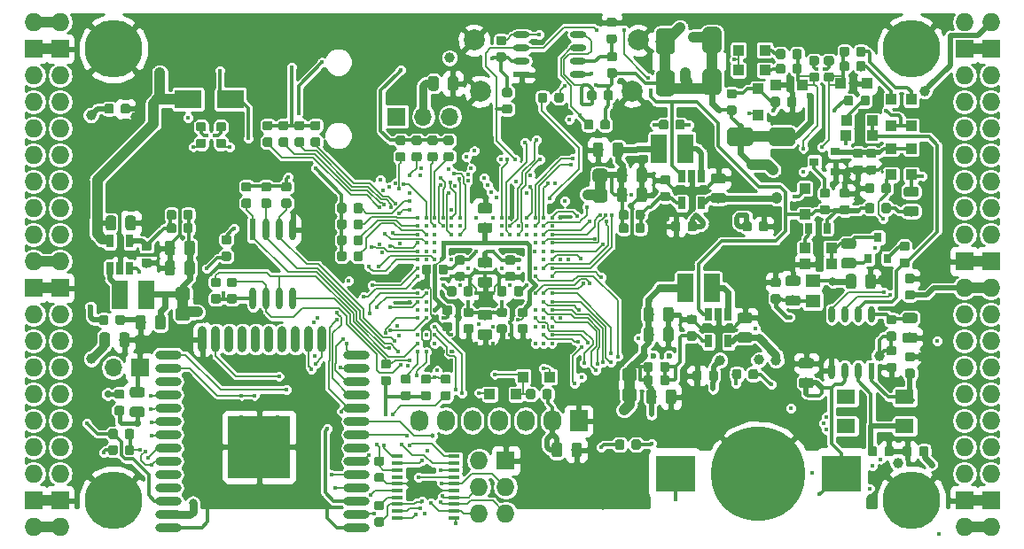
<source format=gbl>
G04 #@! TF.GenerationSoftware,KiCad,Pcbnew,5.0.0+dfsg1-2*
G04 #@! TF.CreationDate,2018-09-19T11:12:16+02:00*
G04 #@! TF.ProjectId,ulx3s,756C7833732E6B696361645F70636200,rev?*
G04 #@! TF.SameCoordinates,Original*
G04 #@! TF.FileFunction,Copper,L4,Bot,Signal*
G04 #@! TF.FilePolarity,Positive*
%FSLAX46Y46*%
G04 Gerber Fmt 4.6, Leading zero omitted, Abs format (unit mm)*
G04 Created by KiCad (PCBNEW 5.0.0+dfsg1-2) date Wed Sep 19 11:12:16 2018*
%MOMM*%
%LPD*%
G01*
G04 APERTURE LIST*
G04 #@! TA.AperFunction,EtchedComponent*
%ADD10C,1.000000*%
G04 #@! TD*
G04 #@! TA.AperFunction,Conductor*
%ADD11C,0.100000*%
G04 #@! TD*
G04 #@! TA.AperFunction,SMDPad,CuDef*
%ADD12C,1.295000*%
G04 #@! TD*
G04 #@! TA.AperFunction,SMDPad,CuDef*
%ADD13C,1.800000*%
G04 #@! TD*
G04 #@! TA.AperFunction,SMDPad,CuDef*
%ADD14O,1.100000X0.400000*%
G04 #@! TD*
G04 #@! TA.AperFunction,SMDPad,CuDef*
%ADD15R,1.100000X0.400000*%
G04 #@! TD*
G04 #@! TA.AperFunction,SMDPad,CuDef*
%ADD16C,0.975000*%
G04 #@! TD*
G04 #@! TA.AperFunction,SMDPad,CuDef*
%ADD17C,0.875000*%
G04 #@! TD*
G04 #@! TA.AperFunction,SMDPad,CuDef*
%ADD18R,0.900000X0.800000*%
G04 #@! TD*
G04 #@! TA.AperFunction,SMDPad,CuDef*
%ADD19R,1.000000X1.000000*%
G04 #@! TD*
G04 #@! TA.AperFunction,SMDPad,CuDef*
%ADD20R,0.700000X1.200000*%
G04 #@! TD*
G04 #@! TA.AperFunction,ComponentPad*
%ADD21C,2.000000*%
G04 #@! TD*
G04 #@! TA.AperFunction,SMDPad,CuDef*
%ADD22R,3.700000X3.500000*%
G04 #@! TD*
G04 #@! TA.AperFunction,BGAPad,CuDef*
%ADD23C,9.000000*%
G04 #@! TD*
G04 #@! TA.AperFunction,SMDPad,CuDef*
%ADD24R,1.800000X1.400000*%
G04 #@! TD*
G04 #@! TA.AperFunction,ComponentPad*
%ADD25R,1.727200X2.032000*%
G04 #@! TD*
G04 #@! TA.AperFunction,ComponentPad*
%ADD26O,1.727200X2.032000*%
G04 #@! TD*
G04 #@! TA.AperFunction,SMDPad,CuDef*
%ADD27R,0.600000X1.550000*%
G04 #@! TD*
G04 #@! TA.AperFunction,SMDPad,CuDef*
%ADD28O,0.600000X1.550000*%
G04 #@! TD*
G04 #@! TA.AperFunction,SMDPad,CuDef*
%ADD29R,1.550000X0.600000*%
G04 #@! TD*
G04 #@! TA.AperFunction,SMDPad,CuDef*
%ADD30O,1.550000X0.600000*%
G04 #@! TD*
G04 #@! TA.AperFunction,SMDPad,CuDef*
%ADD31R,0.600000X2.100000*%
G04 #@! TD*
G04 #@! TA.AperFunction,SMDPad,CuDef*
%ADD32O,0.600000X2.100000*%
G04 #@! TD*
G04 #@! TA.AperFunction,SMDPad,CuDef*
%ADD33O,2.500000X0.900000*%
G04 #@! TD*
G04 #@! TA.AperFunction,SMDPad,CuDef*
%ADD34O,0.900000X2.500000*%
G04 #@! TD*
G04 #@! TA.AperFunction,SMDPad,CuDef*
%ADD35R,6.000000X6.000000*%
G04 #@! TD*
G04 #@! TA.AperFunction,ComponentPad*
%ADD36O,1.727200X1.727200*%
G04 #@! TD*
G04 #@! TA.AperFunction,ComponentPad*
%ADD37R,1.727200X1.727200*%
G04 #@! TD*
G04 #@! TA.AperFunction,ComponentPad*
%ADD38C,5.500000*%
G04 #@! TD*
G04 #@! TA.AperFunction,BGAPad,CuDef*
%ADD39C,0.300000*%
G04 #@! TD*
G04 #@! TA.AperFunction,ComponentPad*
%ADD40R,1.700000X1.700000*%
G04 #@! TD*
G04 #@! TA.AperFunction,ComponentPad*
%ADD41O,1.700000X1.700000*%
G04 #@! TD*
G04 #@! TA.AperFunction,SMDPad,CuDef*
%ADD42R,1.500000X2.700000*%
G04 #@! TD*
G04 #@! TA.AperFunction,SMDPad,CuDef*
%ADD43R,0.670000X1.000000*%
G04 #@! TD*
G04 #@! TA.AperFunction,SMDPad,CuDef*
%ADD44R,2.500000X1.800000*%
G04 #@! TD*
G04 #@! TA.AperFunction,SMDPad,CuDef*
%ADD45R,0.800000X0.900000*%
G04 #@! TD*
G04 #@! TA.AperFunction,SMDPad,CuDef*
%ADD46R,1.400000X1.295000*%
G04 #@! TD*
G04 #@! TA.AperFunction,ViaPad*
%ADD47C,2.000000*%
G04 #@! TD*
G04 #@! TA.AperFunction,ViaPad*
%ADD48C,0.419000*%
G04 #@! TD*
G04 #@! TA.AperFunction,ViaPad*
%ADD49C,1.000000*%
G04 #@! TD*
G04 #@! TA.AperFunction,ViaPad*
%ADD50C,0.600000*%
G04 #@! TD*
G04 #@! TA.AperFunction,ViaPad*
%ADD51C,0.800000*%
G04 #@! TD*
G04 #@! TA.AperFunction,ViaPad*
%ADD52C,0.500000*%
G04 #@! TD*
G04 #@! TA.AperFunction,ViaPad*
%ADD53C,0.700000*%
G04 #@! TD*
G04 #@! TA.AperFunction,ViaPad*
%ADD54C,0.454000*%
G04 #@! TD*
G04 #@! TA.AperFunction,Conductor*
%ADD55C,0.300000*%
G04 #@! TD*
G04 #@! TA.AperFunction,Conductor*
%ADD56C,0.400000*%
G04 #@! TD*
G04 #@! TA.AperFunction,Conductor*
%ADD57C,1.000000*%
G04 #@! TD*
G04 #@! TA.AperFunction,Conductor*
%ADD58C,0.600000*%
G04 #@! TD*
G04 #@! TA.AperFunction,Conductor*
%ADD59C,0.127000*%
G04 #@! TD*
G04 #@! TA.AperFunction,Conductor*
%ADD60C,0.190000*%
G04 #@! TD*
G04 #@! TA.AperFunction,Conductor*
%ADD61C,0.500000*%
G04 #@! TD*
G04 #@! TA.AperFunction,Conductor*
%ADD62C,0.700000*%
G04 #@! TD*
G04 #@! TA.AperFunction,Conductor*
%ADD63C,0.800000*%
G04 #@! TD*
G04 #@! TA.AperFunction,Conductor*
%ADD64C,0.200000*%
G04 #@! TD*
G04 #@! TA.AperFunction,Conductor*
%ADD65C,0.254000*%
G04 #@! TD*
G04 APERTURE END LIST*
D10*
G04 #@! TO.C,RP2*
X109609000Y-88632000D02*
X109609000Y-90632000D01*
G04 #@! TO.C,RP3*
X149472000Y-77311000D02*
X149472000Y-79311000D01*
G04 #@! TO.C,RP1*
X152281000Y-96361000D02*
X152281000Y-98361000D01*
G04 #@! TO.C,D52*
X160155000Y-64391000D02*
X160155000Y-68391000D01*
G04 #@! TO.C,D51*
X155710000Y-68518000D02*
X155710000Y-64518000D01*
G04 #@! TO.C,D9*
X166854000Y-73630000D02*
X162854000Y-73630000D01*
G04 #@! TD*
D11*
G04 #@! TO.N,+2V5*
G04 #@! TO.C,RP2*
G36*
X110016983Y-89953559D02*
X110048410Y-89958221D01*
X110079230Y-89965941D01*
X110109144Y-89976644D01*
X110137865Y-89990228D01*
X110165116Y-90006562D01*
X110190635Y-90025488D01*
X110214176Y-90046824D01*
X110235512Y-90070365D01*
X110254438Y-90095884D01*
X110270772Y-90123135D01*
X110284356Y-90151856D01*
X110295059Y-90181770D01*
X110302779Y-90212590D01*
X110307441Y-90244017D01*
X110309000Y-90275750D01*
X110309000Y-90923250D01*
X110307441Y-90954983D01*
X110302779Y-90986410D01*
X110295059Y-91017230D01*
X110284356Y-91047144D01*
X110270772Y-91075865D01*
X110254438Y-91103116D01*
X110235512Y-91128635D01*
X110214176Y-91152176D01*
X110190635Y-91173512D01*
X110165116Y-91192438D01*
X110137865Y-91208772D01*
X110109144Y-91222356D01*
X110079230Y-91233059D01*
X110048410Y-91240779D01*
X110016983Y-91245441D01*
X109985250Y-91247000D01*
X109232750Y-91247000D01*
X109201017Y-91245441D01*
X109169590Y-91240779D01*
X109138770Y-91233059D01*
X109108856Y-91222356D01*
X109080135Y-91208772D01*
X109052884Y-91192438D01*
X109027365Y-91173512D01*
X109003824Y-91152176D01*
X108982488Y-91128635D01*
X108963562Y-91103116D01*
X108947228Y-91075865D01*
X108933644Y-91047144D01*
X108922941Y-91017230D01*
X108915221Y-90986410D01*
X108910559Y-90954983D01*
X108909000Y-90923250D01*
X108909000Y-90275750D01*
X108910559Y-90244017D01*
X108915221Y-90212590D01*
X108922941Y-90181770D01*
X108933644Y-90151856D01*
X108947228Y-90123135D01*
X108963562Y-90095884D01*
X108982488Y-90070365D01*
X109003824Y-90046824D01*
X109027365Y-90025488D01*
X109052884Y-90006562D01*
X109080135Y-89990228D01*
X109108856Y-89976644D01*
X109138770Y-89965941D01*
X109169590Y-89958221D01*
X109201017Y-89953559D01*
X109232750Y-89952000D01*
X109985250Y-89952000D01*
X110016983Y-89953559D01*
X110016983Y-89953559D01*
G37*
D12*
G04 #@! TD*
G04 #@! TO.P,RP2,2*
G04 #@! TO.N,+2V5*
X109609000Y-90599500D03*
D11*
G04 #@! TO.N,/power/P2V5*
G04 #@! TO.C,RP2*
G36*
X110016983Y-88018559D02*
X110048410Y-88023221D01*
X110079230Y-88030941D01*
X110109144Y-88041644D01*
X110137865Y-88055228D01*
X110165116Y-88071562D01*
X110190635Y-88090488D01*
X110214176Y-88111824D01*
X110235512Y-88135365D01*
X110254438Y-88160884D01*
X110270772Y-88188135D01*
X110284356Y-88216856D01*
X110295059Y-88246770D01*
X110302779Y-88277590D01*
X110307441Y-88309017D01*
X110309000Y-88340750D01*
X110309000Y-88988250D01*
X110307441Y-89019983D01*
X110302779Y-89051410D01*
X110295059Y-89082230D01*
X110284356Y-89112144D01*
X110270772Y-89140865D01*
X110254438Y-89168116D01*
X110235512Y-89193635D01*
X110214176Y-89217176D01*
X110190635Y-89238512D01*
X110165116Y-89257438D01*
X110137865Y-89273772D01*
X110109144Y-89287356D01*
X110079230Y-89298059D01*
X110048410Y-89305779D01*
X110016983Y-89310441D01*
X109985250Y-89312000D01*
X109232750Y-89312000D01*
X109201017Y-89310441D01*
X109169590Y-89305779D01*
X109138770Y-89298059D01*
X109108856Y-89287356D01*
X109080135Y-89273772D01*
X109052884Y-89257438D01*
X109027365Y-89238512D01*
X109003824Y-89217176D01*
X108982488Y-89193635D01*
X108963562Y-89168116D01*
X108947228Y-89140865D01*
X108933644Y-89112144D01*
X108922941Y-89082230D01*
X108915221Y-89051410D01*
X108910559Y-89019983D01*
X108909000Y-88988250D01*
X108909000Y-88340750D01*
X108910559Y-88309017D01*
X108915221Y-88277590D01*
X108922941Y-88246770D01*
X108933644Y-88216856D01*
X108947228Y-88188135D01*
X108963562Y-88160884D01*
X108982488Y-88135365D01*
X109003824Y-88111824D01*
X109027365Y-88090488D01*
X109052884Y-88071562D01*
X109080135Y-88055228D01*
X109108856Y-88041644D01*
X109138770Y-88030941D01*
X109169590Y-88023221D01*
X109201017Y-88018559D01*
X109232750Y-88017000D01*
X109985250Y-88017000D01*
X110016983Y-88018559D01*
X110016983Y-88018559D01*
G37*
D12*
G04 #@! TD*
G04 #@! TO.P,RP2,1*
G04 #@! TO.N,/power/P2V5*
X109609000Y-88664500D03*
D11*
G04 #@! TO.N,+3V3*
G04 #@! TO.C,RP3*
G36*
X149879983Y-78632559D02*
X149911410Y-78637221D01*
X149942230Y-78644941D01*
X149972144Y-78655644D01*
X150000865Y-78669228D01*
X150028116Y-78685562D01*
X150053635Y-78704488D01*
X150077176Y-78725824D01*
X150098512Y-78749365D01*
X150117438Y-78774884D01*
X150133772Y-78802135D01*
X150147356Y-78830856D01*
X150158059Y-78860770D01*
X150165779Y-78891590D01*
X150170441Y-78923017D01*
X150172000Y-78954750D01*
X150172000Y-79602250D01*
X150170441Y-79633983D01*
X150165779Y-79665410D01*
X150158059Y-79696230D01*
X150147356Y-79726144D01*
X150133772Y-79754865D01*
X150117438Y-79782116D01*
X150098512Y-79807635D01*
X150077176Y-79831176D01*
X150053635Y-79852512D01*
X150028116Y-79871438D01*
X150000865Y-79887772D01*
X149972144Y-79901356D01*
X149942230Y-79912059D01*
X149911410Y-79919779D01*
X149879983Y-79924441D01*
X149848250Y-79926000D01*
X149095750Y-79926000D01*
X149064017Y-79924441D01*
X149032590Y-79919779D01*
X149001770Y-79912059D01*
X148971856Y-79901356D01*
X148943135Y-79887772D01*
X148915884Y-79871438D01*
X148890365Y-79852512D01*
X148866824Y-79831176D01*
X148845488Y-79807635D01*
X148826562Y-79782116D01*
X148810228Y-79754865D01*
X148796644Y-79726144D01*
X148785941Y-79696230D01*
X148778221Y-79665410D01*
X148773559Y-79633983D01*
X148772000Y-79602250D01*
X148772000Y-78954750D01*
X148773559Y-78923017D01*
X148778221Y-78891590D01*
X148785941Y-78860770D01*
X148796644Y-78830856D01*
X148810228Y-78802135D01*
X148826562Y-78774884D01*
X148845488Y-78749365D01*
X148866824Y-78725824D01*
X148890365Y-78704488D01*
X148915884Y-78685562D01*
X148943135Y-78669228D01*
X148971856Y-78655644D01*
X149001770Y-78644941D01*
X149032590Y-78637221D01*
X149064017Y-78632559D01*
X149095750Y-78631000D01*
X149848250Y-78631000D01*
X149879983Y-78632559D01*
X149879983Y-78632559D01*
G37*
D12*
G04 #@! TD*
G04 #@! TO.P,RP3,2*
G04 #@! TO.N,+3V3*
X149472000Y-79278500D03*
D11*
G04 #@! TO.N,/power/P3V3*
G04 #@! TO.C,RP3*
G36*
X149879983Y-76697559D02*
X149911410Y-76702221D01*
X149942230Y-76709941D01*
X149972144Y-76720644D01*
X150000865Y-76734228D01*
X150028116Y-76750562D01*
X150053635Y-76769488D01*
X150077176Y-76790824D01*
X150098512Y-76814365D01*
X150117438Y-76839884D01*
X150133772Y-76867135D01*
X150147356Y-76895856D01*
X150158059Y-76925770D01*
X150165779Y-76956590D01*
X150170441Y-76988017D01*
X150172000Y-77019750D01*
X150172000Y-77667250D01*
X150170441Y-77698983D01*
X150165779Y-77730410D01*
X150158059Y-77761230D01*
X150147356Y-77791144D01*
X150133772Y-77819865D01*
X150117438Y-77847116D01*
X150098512Y-77872635D01*
X150077176Y-77896176D01*
X150053635Y-77917512D01*
X150028116Y-77936438D01*
X150000865Y-77952772D01*
X149972144Y-77966356D01*
X149942230Y-77977059D01*
X149911410Y-77984779D01*
X149879983Y-77989441D01*
X149848250Y-77991000D01*
X149095750Y-77991000D01*
X149064017Y-77989441D01*
X149032590Y-77984779D01*
X149001770Y-77977059D01*
X148971856Y-77966356D01*
X148943135Y-77952772D01*
X148915884Y-77936438D01*
X148890365Y-77917512D01*
X148866824Y-77896176D01*
X148845488Y-77872635D01*
X148826562Y-77847116D01*
X148810228Y-77819865D01*
X148796644Y-77791144D01*
X148785941Y-77761230D01*
X148778221Y-77730410D01*
X148773559Y-77698983D01*
X148772000Y-77667250D01*
X148772000Y-77019750D01*
X148773559Y-76988017D01*
X148778221Y-76956590D01*
X148785941Y-76925770D01*
X148796644Y-76895856D01*
X148810228Y-76867135D01*
X148826562Y-76839884D01*
X148845488Y-76814365D01*
X148866824Y-76790824D01*
X148890365Y-76769488D01*
X148915884Y-76750562D01*
X148943135Y-76734228D01*
X148971856Y-76720644D01*
X149001770Y-76709941D01*
X149032590Y-76702221D01*
X149064017Y-76697559D01*
X149095750Y-76696000D01*
X149848250Y-76696000D01*
X149879983Y-76697559D01*
X149879983Y-76697559D01*
G37*
D12*
G04 #@! TD*
G04 #@! TO.P,RP3,1*
G04 #@! TO.N,/power/P3V3*
X149472000Y-77343500D03*
D11*
G04 #@! TO.N,+1V1*
G04 #@! TO.C,RP1*
G36*
X152688983Y-97682559D02*
X152720410Y-97687221D01*
X152751230Y-97694941D01*
X152781144Y-97705644D01*
X152809865Y-97719228D01*
X152837116Y-97735562D01*
X152862635Y-97754488D01*
X152886176Y-97775824D01*
X152907512Y-97799365D01*
X152926438Y-97824884D01*
X152942772Y-97852135D01*
X152956356Y-97880856D01*
X152967059Y-97910770D01*
X152974779Y-97941590D01*
X152979441Y-97973017D01*
X152981000Y-98004750D01*
X152981000Y-98652250D01*
X152979441Y-98683983D01*
X152974779Y-98715410D01*
X152967059Y-98746230D01*
X152956356Y-98776144D01*
X152942772Y-98804865D01*
X152926438Y-98832116D01*
X152907512Y-98857635D01*
X152886176Y-98881176D01*
X152862635Y-98902512D01*
X152837116Y-98921438D01*
X152809865Y-98937772D01*
X152781144Y-98951356D01*
X152751230Y-98962059D01*
X152720410Y-98969779D01*
X152688983Y-98974441D01*
X152657250Y-98976000D01*
X151904750Y-98976000D01*
X151873017Y-98974441D01*
X151841590Y-98969779D01*
X151810770Y-98962059D01*
X151780856Y-98951356D01*
X151752135Y-98937772D01*
X151724884Y-98921438D01*
X151699365Y-98902512D01*
X151675824Y-98881176D01*
X151654488Y-98857635D01*
X151635562Y-98832116D01*
X151619228Y-98804865D01*
X151605644Y-98776144D01*
X151594941Y-98746230D01*
X151587221Y-98715410D01*
X151582559Y-98683983D01*
X151581000Y-98652250D01*
X151581000Y-98004750D01*
X151582559Y-97973017D01*
X151587221Y-97941590D01*
X151594941Y-97910770D01*
X151605644Y-97880856D01*
X151619228Y-97852135D01*
X151635562Y-97824884D01*
X151654488Y-97799365D01*
X151675824Y-97775824D01*
X151699365Y-97754488D01*
X151724884Y-97735562D01*
X151752135Y-97719228D01*
X151780856Y-97705644D01*
X151810770Y-97694941D01*
X151841590Y-97687221D01*
X151873017Y-97682559D01*
X151904750Y-97681000D01*
X152657250Y-97681000D01*
X152688983Y-97682559D01*
X152688983Y-97682559D01*
G37*
D12*
G04 #@! TD*
G04 #@! TO.P,RP1,2*
G04 #@! TO.N,+1V1*
X152281000Y-98328500D03*
D11*
G04 #@! TO.N,/power/P1V1*
G04 #@! TO.C,RP1*
G36*
X152688983Y-95747559D02*
X152720410Y-95752221D01*
X152751230Y-95759941D01*
X152781144Y-95770644D01*
X152809865Y-95784228D01*
X152837116Y-95800562D01*
X152862635Y-95819488D01*
X152886176Y-95840824D01*
X152907512Y-95864365D01*
X152926438Y-95889884D01*
X152942772Y-95917135D01*
X152956356Y-95945856D01*
X152967059Y-95975770D01*
X152974779Y-96006590D01*
X152979441Y-96038017D01*
X152981000Y-96069750D01*
X152981000Y-96717250D01*
X152979441Y-96748983D01*
X152974779Y-96780410D01*
X152967059Y-96811230D01*
X152956356Y-96841144D01*
X152942772Y-96869865D01*
X152926438Y-96897116D01*
X152907512Y-96922635D01*
X152886176Y-96946176D01*
X152862635Y-96967512D01*
X152837116Y-96986438D01*
X152809865Y-97002772D01*
X152781144Y-97016356D01*
X152751230Y-97027059D01*
X152720410Y-97034779D01*
X152688983Y-97039441D01*
X152657250Y-97041000D01*
X151904750Y-97041000D01*
X151873017Y-97039441D01*
X151841590Y-97034779D01*
X151810770Y-97027059D01*
X151780856Y-97016356D01*
X151752135Y-97002772D01*
X151724884Y-96986438D01*
X151699365Y-96967512D01*
X151675824Y-96946176D01*
X151654488Y-96922635D01*
X151635562Y-96897116D01*
X151619228Y-96869865D01*
X151605644Y-96841144D01*
X151594941Y-96811230D01*
X151587221Y-96780410D01*
X151582559Y-96748983D01*
X151581000Y-96717250D01*
X151581000Y-96069750D01*
X151582559Y-96038017D01*
X151587221Y-96006590D01*
X151594941Y-95975770D01*
X151605644Y-95945856D01*
X151619228Y-95917135D01*
X151635562Y-95889884D01*
X151654488Y-95864365D01*
X151675824Y-95840824D01*
X151699365Y-95819488D01*
X151724884Y-95800562D01*
X151752135Y-95784228D01*
X151780856Y-95770644D01*
X151810770Y-95759941D01*
X151841590Y-95752221D01*
X151873017Y-95747559D01*
X151904750Y-95746000D01*
X152657250Y-95746000D01*
X152688983Y-95747559D01*
X152688983Y-95747559D01*
G37*
D12*
G04 #@! TD*
G04 #@! TO.P,RP1,1*
G04 #@! TO.N,/power/P1V1*
X152281000Y-96393500D03*
D11*
G04 #@! TO.N,+5V*
G04 #@! TO.C,D52*
G36*
X160649108Y-67143167D02*
X160692791Y-67149647D01*
X160735628Y-67160377D01*
X160777208Y-67175254D01*
X160817129Y-67194135D01*
X160855007Y-67216839D01*
X160890477Y-67243145D01*
X160923198Y-67272802D01*
X160952855Y-67305523D01*
X160979161Y-67340993D01*
X161001865Y-67378871D01*
X161020746Y-67418792D01*
X161035623Y-67460372D01*
X161046353Y-67503209D01*
X161052833Y-67546892D01*
X161055000Y-67591000D01*
X161055000Y-69191000D01*
X161052833Y-69235108D01*
X161046353Y-69278791D01*
X161035623Y-69321628D01*
X161020746Y-69363208D01*
X161001865Y-69403129D01*
X160979161Y-69441007D01*
X160952855Y-69476477D01*
X160923198Y-69509198D01*
X160890477Y-69538855D01*
X160855007Y-69565161D01*
X160817129Y-69587865D01*
X160777208Y-69606746D01*
X160735628Y-69621623D01*
X160692791Y-69632353D01*
X160649108Y-69638833D01*
X160605000Y-69641000D01*
X159705000Y-69641000D01*
X159660892Y-69638833D01*
X159617209Y-69632353D01*
X159574372Y-69621623D01*
X159532792Y-69606746D01*
X159492871Y-69587865D01*
X159454993Y-69565161D01*
X159419523Y-69538855D01*
X159386802Y-69509198D01*
X159357145Y-69476477D01*
X159330839Y-69441007D01*
X159308135Y-69403129D01*
X159289254Y-69363208D01*
X159274377Y-69321628D01*
X159263647Y-69278791D01*
X159257167Y-69235108D01*
X159255000Y-69191000D01*
X159255000Y-67591000D01*
X159257167Y-67546892D01*
X159263647Y-67503209D01*
X159274377Y-67460372D01*
X159289254Y-67418792D01*
X159308135Y-67378871D01*
X159330839Y-67340993D01*
X159357145Y-67305523D01*
X159386802Y-67272802D01*
X159419523Y-67243145D01*
X159454993Y-67216839D01*
X159492871Y-67194135D01*
X159532792Y-67175254D01*
X159574372Y-67160377D01*
X159617209Y-67149647D01*
X159660892Y-67143167D01*
X159705000Y-67141000D01*
X160605000Y-67141000D01*
X160649108Y-67143167D01*
X160649108Y-67143167D01*
G37*
D13*
G04 #@! TD*
G04 #@! TO.P,D52,2*
G04 #@! TO.N,+5V*
X160155000Y-68391000D03*
D11*
G04 #@! TO.N,/gpio/OUT5V*
G04 #@! TO.C,D52*
G36*
X160649108Y-63143167D02*
X160692791Y-63149647D01*
X160735628Y-63160377D01*
X160777208Y-63175254D01*
X160817129Y-63194135D01*
X160855007Y-63216839D01*
X160890477Y-63243145D01*
X160923198Y-63272802D01*
X160952855Y-63305523D01*
X160979161Y-63340993D01*
X161001865Y-63378871D01*
X161020746Y-63418792D01*
X161035623Y-63460372D01*
X161046353Y-63503209D01*
X161052833Y-63546892D01*
X161055000Y-63591000D01*
X161055000Y-65191000D01*
X161052833Y-65235108D01*
X161046353Y-65278791D01*
X161035623Y-65321628D01*
X161020746Y-65363208D01*
X161001865Y-65403129D01*
X160979161Y-65441007D01*
X160952855Y-65476477D01*
X160923198Y-65509198D01*
X160890477Y-65538855D01*
X160855007Y-65565161D01*
X160817129Y-65587865D01*
X160777208Y-65606746D01*
X160735628Y-65621623D01*
X160692791Y-65632353D01*
X160649108Y-65638833D01*
X160605000Y-65641000D01*
X159705000Y-65641000D01*
X159660892Y-65638833D01*
X159617209Y-65632353D01*
X159574372Y-65621623D01*
X159532792Y-65606746D01*
X159492871Y-65587865D01*
X159454993Y-65565161D01*
X159419523Y-65538855D01*
X159386802Y-65509198D01*
X159357145Y-65476477D01*
X159330839Y-65441007D01*
X159308135Y-65403129D01*
X159289254Y-65363208D01*
X159274377Y-65321628D01*
X159263647Y-65278791D01*
X159257167Y-65235108D01*
X159255000Y-65191000D01*
X159255000Y-63591000D01*
X159257167Y-63546892D01*
X159263647Y-63503209D01*
X159274377Y-63460372D01*
X159289254Y-63418792D01*
X159308135Y-63378871D01*
X159330839Y-63340993D01*
X159357145Y-63305523D01*
X159386802Y-63272802D01*
X159419523Y-63243145D01*
X159454993Y-63216839D01*
X159492871Y-63194135D01*
X159532792Y-63175254D01*
X159574372Y-63160377D01*
X159617209Y-63149647D01*
X159660892Y-63143167D01*
X159705000Y-63141000D01*
X160605000Y-63141000D01*
X160649108Y-63143167D01*
X160649108Y-63143167D01*
G37*
D13*
G04 #@! TD*
G04 #@! TO.P,D52,1*
G04 #@! TO.N,/gpio/OUT5V*
X160155000Y-64391000D03*
D11*
G04 #@! TO.N,/gpio/IN5V*
G04 #@! TO.C,D51*
G36*
X156204108Y-63270167D02*
X156247791Y-63276647D01*
X156290628Y-63287377D01*
X156332208Y-63302254D01*
X156372129Y-63321135D01*
X156410007Y-63343839D01*
X156445477Y-63370145D01*
X156478198Y-63399802D01*
X156507855Y-63432523D01*
X156534161Y-63467993D01*
X156556865Y-63505871D01*
X156575746Y-63545792D01*
X156590623Y-63587372D01*
X156601353Y-63630209D01*
X156607833Y-63673892D01*
X156610000Y-63718000D01*
X156610000Y-65318000D01*
X156607833Y-65362108D01*
X156601353Y-65405791D01*
X156590623Y-65448628D01*
X156575746Y-65490208D01*
X156556865Y-65530129D01*
X156534161Y-65568007D01*
X156507855Y-65603477D01*
X156478198Y-65636198D01*
X156445477Y-65665855D01*
X156410007Y-65692161D01*
X156372129Y-65714865D01*
X156332208Y-65733746D01*
X156290628Y-65748623D01*
X156247791Y-65759353D01*
X156204108Y-65765833D01*
X156160000Y-65768000D01*
X155260000Y-65768000D01*
X155215892Y-65765833D01*
X155172209Y-65759353D01*
X155129372Y-65748623D01*
X155087792Y-65733746D01*
X155047871Y-65714865D01*
X155009993Y-65692161D01*
X154974523Y-65665855D01*
X154941802Y-65636198D01*
X154912145Y-65603477D01*
X154885839Y-65568007D01*
X154863135Y-65530129D01*
X154844254Y-65490208D01*
X154829377Y-65448628D01*
X154818647Y-65405791D01*
X154812167Y-65362108D01*
X154810000Y-65318000D01*
X154810000Y-63718000D01*
X154812167Y-63673892D01*
X154818647Y-63630209D01*
X154829377Y-63587372D01*
X154844254Y-63545792D01*
X154863135Y-63505871D01*
X154885839Y-63467993D01*
X154912145Y-63432523D01*
X154941802Y-63399802D01*
X154974523Y-63370145D01*
X155009993Y-63343839D01*
X155047871Y-63321135D01*
X155087792Y-63302254D01*
X155129372Y-63287377D01*
X155172209Y-63276647D01*
X155215892Y-63270167D01*
X155260000Y-63268000D01*
X156160000Y-63268000D01*
X156204108Y-63270167D01*
X156204108Y-63270167D01*
G37*
D13*
G04 #@! TD*
G04 #@! TO.P,D51,2*
G04 #@! TO.N,/gpio/IN5V*
X155710000Y-64518000D03*
D11*
G04 #@! TO.N,+5V*
G04 #@! TO.C,D51*
G36*
X156204108Y-67270167D02*
X156247791Y-67276647D01*
X156290628Y-67287377D01*
X156332208Y-67302254D01*
X156372129Y-67321135D01*
X156410007Y-67343839D01*
X156445477Y-67370145D01*
X156478198Y-67399802D01*
X156507855Y-67432523D01*
X156534161Y-67467993D01*
X156556865Y-67505871D01*
X156575746Y-67545792D01*
X156590623Y-67587372D01*
X156601353Y-67630209D01*
X156607833Y-67673892D01*
X156610000Y-67718000D01*
X156610000Y-69318000D01*
X156607833Y-69362108D01*
X156601353Y-69405791D01*
X156590623Y-69448628D01*
X156575746Y-69490208D01*
X156556865Y-69530129D01*
X156534161Y-69568007D01*
X156507855Y-69603477D01*
X156478198Y-69636198D01*
X156445477Y-69665855D01*
X156410007Y-69692161D01*
X156372129Y-69714865D01*
X156332208Y-69733746D01*
X156290628Y-69748623D01*
X156247791Y-69759353D01*
X156204108Y-69765833D01*
X156160000Y-69768000D01*
X155260000Y-69768000D01*
X155215892Y-69765833D01*
X155172209Y-69759353D01*
X155129372Y-69748623D01*
X155087792Y-69733746D01*
X155047871Y-69714865D01*
X155009993Y-69692161D01*
X154974523Y-69665855D01*
X154941802Y-69636198D01*
X154912145Y-69603477D01*
X154885839Y-69568007D01*
X154863135Y-69530129D01*
X154844254Y-69490208D01*
X154829377Y-69448628D01*
X154818647Y-69405791D01*
X154812167Y-69362108D01*
X154810000Y-69318000D01*
X154810000Y-67718000D01*
X154812167Y-67673892D01*
X154818647Y-67630209D01*
X154829377Y-67587372D01*
X154844254Y-67545792D01*
X154863135Y-67505871D01*
X154885839Y-67467993D01*
X154912145Y-67432523D01*
X154941802Y-67399802D01*
X154974523Y-67370145D01*
X155009993Y-67343839D01*
X155047871Y-67321135D01*
X155087792Y-67302254D01*
X155129372Y-67287377D01*
X155172209Y-67276647D01*
X155215892Y-67270167D01*
X155260000Y-67268000D01*
X156160000Y-67268000D01*
X156204108Y-67270167D01*
X156204108Y-67270167D01*
G37*
D13*
G04 #@! TD*
G04 #@! TO.P,D51,1*
G04 #@! TO.N,+5V*
X155710000Y-68518000D03*
D11*
G04 #@! TO.N,+5V*
G04 #@! TO.C,D9*
G36*
X163698108Y-72732167D02*
X163741791Y-72738647D01*
X163784628Y-72749377D01*
X163826208Y-72764254D01*
X163866129Y-72783135D01*
X163904007Y-72805839D01*
X163939477Y-72832145D01*
X163972198Y-72861802D01*
X164001855Y-72894523D01*
X164028161Y-72929993D01*
X164050865Y-72967871D01*
X164069746Y-73007792D01*
X164084623Y-73049372D01*
X164095353Y-73092209D01*
X164101833Y-73135892D01*
X164104000Y-73180000D01*
X164104000Y-74080000D01*
X164101833Y-74124108D01*
X164095353Y-74167791D01*
X164084623Y-74210628D01*
X164069746Y-74252208D01*
X164050865Y-74292129D01*
X164028161Y-74330007D01*
X164001855Y-74365477D01*
X163972198Y-74398198D01*
X163939477Y-74427855D01*
X163904007Y-74454161D01*
X163866129Y-74476865D01*
X163826208Y-74495746D01*
X163784628Y-74510623D01*
X163741791Y-74521353D01*
X163698108Y-74527833D01*
X163654000Y-74530000D01*
X162054000Y-74530000D01*
X162009892Y-74527833D01*
X161966209Y-74521353D01*
X161923372Y-74510623D01*
X161881792Y-74495746D01*
X161841871Y-74476865D01*
X161803993Y-74454161D01*
X161768523Y-74427855D01*
X161735802Y-74398198D01*
X161706145Y-74365477D01*
X161679839Y-74330007D01*
X161657135Y-74292129D01*
X161638254Y-74252208D01*
X161623377Y-74210628D01*
X161612647Y-74167791D01*
X161606167Y-74124108D01*
X161604000Y-74080000D01*
X161604000Y-73180000D01*
X161606167Y-73135892D01*
X161612647Y-73092209D01*
X161623377Y-73049372D01*
X161638254Y-73007792D01*
X161657135Y-72967871D01*
X161679839Y-72929993D01*
X161706145Y-72894523D01*
X161735802Y-72861802D01*
X161768523Y-72832145D01*
X161803993Y-72805839D01*
X161841871Y-72783135D01*
X161881792Y-72764254D01*
X161923372Y-72749377D01*
X161966209Y-72738647D01*
X162009892Y-72732167D01*
X162054000Y-72730000D01*
X163654000Y-72730000D01*
X163698108Y-72732167D01*
X163698108Y-72732167D01*
G37*
D13*
G04 #@! TD*
G04 #@! TO.P,D9,2*
G04 #@! TO.N,+5V*
X162854000Y-73630000D03*
D11*
G04 #@! TO.N,/usb/US2VBUS*
G04 #@! TO.C,D9*
G36*
X167698108Y-72732167D02*
X167741791Y-72738647D01*
X167784628Y-72749377D01*
X167826208Y-72764254D01*
X167866129Y-72783135D01*
X167904007Y-72805839D01*
X167939477Y-72832145D01*
X167972198Y-72861802D01*
X168001855Y-72894523D01*
X168028161Y-72929993D01*
X168050865Y-72967871D01*
X168069746Y-73007792D01*
X168084623Y-73049372D01*
X168095353Y-73092209D01*
X168101833Y-73135892D01*
X168104000Y-73180000D01*
X168104000Y-74080000D01*
X168101833Y-74124108D01*
X168095353Y-74167791D01*
X168084623Y-74210628D01*
X168069746Y-74252208D01*
X168050865Y-74292129D01*
X168028161Y-74330007D01*
X168001855Y-74365477D01*
X167972198Y-74398198D01*
X167939477Y-74427855D01*
X167904007Y-74454161D01*
X167866129Y-74476865D01*
X167826208Y-74495746D01*
X167784628Y-74510623D01*
X167741791Y-74521353D01*
X167698108Y-74527833D01*
X167654000Y-74530000D01*
X166054000Y-74530000D01*
X166009892Y-74527833D01*
X165966209Y-74521353D01*
X165923372Y-74510623D01*
X165881792Y-74495746D01*
X165841871Y-74476865D01*
X165803993Y-74454161D01*
X165768523Y-74427855D01*
X165735802Y-74398198D01*
X165706145Y-74365477D01*
X165679839Y-74330007D01*
X165657135Y-74292129D01*
X165638254Y-74252208D01*
X165623377Y-74210628D01*
X165612647Y-74167791D01*
X165606167Y-74124108D01*
X165604000Y-74080000D01*
X165604000Y-73180000D01*
X165606167Y-73135892D01*
X165612647Y-73092209D01*
X165623377Y-73049372D01*
X165638254Y-73007792D01*
X165657135Y-72967871D01*
X165679839Y-72929993D01*
X165706145Y-72894523D01*
X165735802Y-72861802D01*
X165768523Y-72832145D01*
X165803993Y-72805839D01*
X165841871Y-72783135D01*
X165881792Y-72764254D01*
X165923372Y-72749377D01*
X165966209Y-72738647D01*
X166009892Y-72732167D01*
X166054000Y-72730000D01*
X167654000Y-72730000D01*
X167698108Y-72732167D01*
X167698108Y-72732167D01*
G37*
D13*
G04 #@! TD*
G04 #@! TO.P,D9,1*
G04 #@! TO.N,/usb/US2VBUS*
X166854000Y-73630000D03*
D14*
G04 #@! TO.P,U6,20*
G04 #@! TO.N,FTDI_TXD*
X130135000Y-104215000D03*
G04 #@! TO.P,U6,19*
G04 #@! TO.N,FTDI_nSLEEP*
X130135000Y-104865000D03*
G04 #@! TO.P,U6,18*
G04 #@! TO.N,FTDI_TXDEN*
X130135000Y-105515000D03*
G04 #@! TO.P,U6,17*
G04 #@! TO.N,N/C*
X130135000Y-106165000D03*
G04 #@! TO.P,U6,16*
G04 #@! TO.N,GND*
X130135000Y-106815000D03*
G04 #@! TO.P,U6,15*
G04 #@! TO.N,USB5V*
X130135000Y-107465000D03*
G04 #@! TO.P,U6,14*
G04 #@! TO.N,nRESET*
X130135000Y-108115000D03*
G04 #@! TO.P,U6,13*
G04 #@! TO.N,FT2V5*
X130135000Y-108765000D03*
G04 #@! TO.P,U6,12*
G04 #@! TO.N,USB_FTDI_D-*
X130135000Y-109415000D03*
G04 #@! TO.P,U6,11*
G04 #@! TO.N,USB_FTDI_D+*
X130135000Y-110065000D03*
G04 #@! TO.P,U6,10*
G04 #@! TO.N,FTDI_nTXLED*
X135535000Y-110065000D03*
G04 #@! TO.P,U6,9*
G04 #@! TO.N,JTAG_TDO*
X135535000Y-109415000D03*
G04 #@! TO.P,U6,8*
G04 #@! TO.N,JTAG_TMS*
X135535000Y-108765000D03*
G04 #@! TO.P,U6,7*
G04 #@! TO.N,JTAG_TCK*
X135535000Y-108115000D03*
G04 #@! TO.P,U6,6*
G04 #@! TO.N,GND*
X135535000Y-107465000D03*
G04 #@! TO.P,U6,5*
G04 #@! TO.N,JTAG_TDI*
X135535000Y-106815000D03*
G04 #@! TO.P,U6,4*
G04 #@! TO.N,FTDI_RXD*
X135535000Y-106165000D03*
G04 #@! TO.P,U6,3*
G04 #@! TO.N,FT2V5*
X135535000Y-105515000D03*
G04 #@! TO.P,U6,2*
G04 #@! TO.N,FTDI_nRTS*
X135535000Y-104865000D03*
D15*
G04 #@! TO.P,U6,1*
G04 #@! TO.N,FTDI_nDTR*
X135535000Y-104215000D03*
G04 #@! TD*
D11*
G04 #@! TO.N,GND*
G04 #@! TO.C,C1*
G36*
X104908642Y-81186174D02*
X104932303Y-81189684D01*
X104955507Y-81195496D01*
X104978029Y-81203554D01*
X104999653Y-81213782D01*
X105020170Y-81226079D01*
X105039383Y-81240329D01*
X105057107Y-81256393D01*
X105073171Y-81274117D01*
X105087421Y-81293330D01*
X105099718Y-81313847D01*
X105109946Y-81335471D01*
X105118004Y-81357993D01*
X105123816Y-81381197D01*
X105127326Y-81404858D01*
X105128500Y-81428750D01*
X105128500Y-82341250D01*
X105127326Y-82365142D01*
X105123816Y-82388803D01*
X105118004Y-82412007D01*
X105109946Y-82434529D01*
X105099718Y-82456153D01*
X105087421Y-82476670D01*
X105073171Y-82495883D01*
X105057107Y-82513607D01*
X105039383Y-82529671D01*
X105020170Y-82543921D01*
X104999653Y-82556218D01*
X104978029Y-82566446D01*
X104955507Y-82574504D01*
X104932303Y-82580316D01*
X104908642Y-82583826D01*
X104884750Y-82585000D01*
X104397250Y-82585000D01*
X104373358Y-82583826D01*
X104349697Y-82580316D01*
X104326493Y-82574504D01*
X104303971Y-82566446D01*
X104282347Y-82556218D01*
X104261830Y-82543921D01*
X104242617Y-82529671D01*
X104224893Y-82513607D01*
X104208829Y-82495883D01*
X104194579Y-82476670D01*
X104182282Y-82456153D01*
X104172054Y-82434529D01*
X104163996Y-82412007D01*
X104158184Y-82388803D01*
X104154674Y-82365142D01*
X104153500Y-82341250D01*
X104153500Y-81428750D01*
X104154674Y-81404858D01*
X104158184Y-81381197D01*
X104163996Y-81357993D01*
X104172054Y-81335471D01*
X104182282Y-81313847D01*
X104194579Y-81293330D01*
X104208829Y-81274117D01*
X104224893Y-81256393D01*
X104242617Y-81240329D01*
X104261830Y-81226079D01*
X104282347Y-81213782D01*
X104303971Y-81203554D01*
X104326493Y-81195496D01*
X104349697Y-81189684D01*
X104373358Y-81186174D01*
X104397250Y-81185000D01*
X104884750Y-81185000D01*
X104908642Y-81186174D01*
X104908642Y-81186174D01*
G37*
D16*
G04 #@! TD*
G04 #@! TO.P,C1,2*
G04 #@! TO.N,GND*
X104641000Y-81885000D03*
D11*
G04 #@! TO.N,+5V*
G04 #@! TO.C,C1*
G36*
X103033642Y-81186174D02*
X103057303Y-81189684D01*
X103080507Y-81195496D01*
X103103029Y-81203554D01*
X103124653Y-81213782D01*
X103145170Y-81226079D01*
X103164383Y-81240329D01*
X103182107Y-81256393D01*
X103198171Y-81274117D01*
X103212421Y-81293330D01*
X103224718Y-81313847D01*
X103234946Y-81335471D01*
X103243004Y-81357993D01*
X103248816Y-81381197D01*
X103252326Y-81404858D01*
X103253500Y-81428750D01*
X103253500Y-82341250D01*
X103252326Y-82365142D01*
X103248816Y-82388803D01*
X103243004Y-82412007D01*
X103234946Y-82434529D01*
X103224718Y-82456153D01*
X103212421Y-82476670D01*
X103198171Y-82495883D01*
X103182107Y-82513607D01*
X103164383Y-82529671D01*
X103145170Y-82543921D01*
X103124653Y-82556218D01*
X103103029Y-82566446D01*
X103080507Y-82574504D01*
X103057303Y-82580316D01*
X103033642Y-82583826D01*
X103009750Y-82585000D01*
X102522250Y-82585000D01*
X102498358Y-82583826D01*
X102474697Y-82580316D01*
X102451493Y-82574504D01*
X102428971Y-82566446D01*
X102407347Y-82556218D01*
X102386830Y-82543921D01*
X102367617Y-82529671D01*
X102349893Y-82513607D01*
X102333829Y-82495883D01*
X102319579Y-82476670D01*
X102307282Y-82456153D01*
X102297054Y-82434529D01*
X102288996Y-82412007D01*
X102283184Y-82388803D01*
X102279674Y-82365142D01*
X102278500Y-82341250D01*
X102278500Y-81428750D01*
X102279674Y-81404858D01*
X102283184Y-81381197D01*
X102288996Y-81357993D01*
X102297054Y-81335471D01*
X102307282Y-81313847D01*
X102319579Y-81293330D01*
X102333829Y-81274117D01*
X102349893Y-81256393D01*
X102367617Y-81240329D01*
X102386830Y-81226079D01*
X102407347Y-81213782D01*
X102428971Y-81203554D01*
X102451493Y-81195496D01*
X102474697Y-81189684D01*
X102498358Y-81186174D01*
X102522250Y-81185000D01*
X103009750Y-81185000D01*
X103033642Y-81186174D01*
X103033642Y-81186174D01*
G37*
D16*
G04 #@! TD*
G04 #@! TO.P,C1,1*
G04 #@! TO.N,+5V*
X102766000Y-81885000D03*
D11*
G04 #@! TO.N,FT2V5*
G04 #@! TO.C,R9*
G36*
X128667691Y-110031053D02*
X128688926Y-110034203D01*
X128709750Y-110039419D01*
X128729962Y-110046651D01*
X128749368Y-110055830D01*
X128767781Y-110066866D01*
X128785024Y-110079654D01*
X128800930Y-110094070D01*
X128815346Y-110109976D01*
X128828134Y-110127219D01*
X128839170Y-110145632D01*
X128848349Y-110165038D01*
X128855581Y-110185250D01*
X128860797Y-110206074D01*
X128863947Y-110227309D01*
X128865000Y-110248750D01*
X128865000Y-110686250D01*
X128863947Y-110707691D01*
X128860797Y-110728926D01*
X128855581Y-110749750D01*
X128848349Y-110769962D01*
X128839170Y-110789368D01*
X128828134Y-110807781D01*
X128815346Y-110825024D01*
X128800930Y-110840930D01*
X128785024Y-110855346D01*
X128767781Y-110868134D01*
X128749368Y-110879170D01*
X128729962Y-110888349D01*
X128709750Y-110895581D01*
X128688926Y-110900797D01*
X128667691Y-110903947D01*
X128646250Y-110905000D01*
X128133750Y-110905000D01*
X128112309Y-110903947D01*
X128091074Y-110900797D01*
X128070250Y-110895581D01*
X128050038Y-110888349D01*
X128030632Y-110879170D01*
X128012219Y-110868134D01*
X127994976Y-110855346D01*
X127979070Y-110840930D01*
X127964654Y-110825024D01*
X127951866Y-110807781D01*
X127940830Y-110789368D01*
X127931651Y-110769962D01*
X127924419Y-110749750D01*
X127919203Y-110728926D01*
X127916053Y-110707691D01*
X127915000Y-110686250D01*
X127915000Y-110248750D01*
X127916053Y-110227309D01*
X127919203Y-110206074D01*
X127924419Y-110185250D01*
X127931651Y-110165038D01*
X127940830Y-110145632D01*
X127951866Y-110127219D01*
X127964654Y-110109976D01*
X127979070Y-110094070D01*
X127994976Y-110079654D01*
X128012219Y-110066866D01*
X128030632Y-110055830D01*
X128050038Y-110046651D01*
X128070250Y-110039419D01*
X128091074Y-110034203D01*
X128112309Y-110031053D01*
X128133750Y-110030000D01*
X128646250Y-110030000D01*
X128667691Y-110031053D01*
X128667691Y-110031053D01*
G37*
D17*
G04 #@! TD*
G04 #@! TO.P,R9,2*
G04 #@! TO.N,FT2V5*
X128390000Y-110467500D03*
D11*
G04 #@! TO.N,nRESET*
G04 #@! TO.C,R9*
G36*
X128667691Y-108456053D02*
X128688926Y-108459203D01*
X128709750Y-108464419D01*
X128729962Y-108471651D01*
X128749368Y-108480830D01*
X128767781Y-108491866D01*
X128785024Y-108504654D01*
X128800930Y-108519070D01*
X128815346Y-108534976D01*
X128828134Y-108552219D01*
X128839170Y-108570632D01*
X128848349Y-108590038D01*
X128855581Y-108610250D01*
X128860797Y-108631074D01*
X128863947Y-108652309D01*
X128865000Y-108673750D01*
X128865000Y-109111250D01*
X128863947Y-109132691D01*
X128860797Y-109153926D01*
X128855581Y-109174750D01*
X128848349Y-109194962D01*
X128839170Y-109214368D01*
X128828134Y-109232781D01*
X128815346Y-109250024D01*
X128800930Y-109265930D01*
X128785024Y-109280346D01*
X128767781Y-109293134D01*
X128749368Y-109304170D01*
X128729962Y-109313349D01*
X128709750Y-109320581D01*
X128688926Y-109325797D01*
X128667691Y-109328947D01*
X128646250Y-109330000D01*
X128133750Y-109330000D01*
X128112309Y-109328947D01*
X128091074Y-109325797D01*
X128070250Y-109320581D01*
X128050038Y-109313349D01*
X128030632Y-109304170D01*
X128012219Y-109293134D01*
X127994976Y-109280346D01*
X127979070Y-109265930D01*
X127964654Y-109250024D01*
X127951866Y-109232781D01*
X127940830Y-109214368D01*
X127931651Y-109194962D01*
X127924419Y-109174750D01*
X127919203Y-109153926D01*
X127916053Y-109132691D01*
X127915000Y-109111250D01*
X127915000Y-108673750D01*
X127916053Y-108652309D01*
X127919203Y-108631074D01*
X127924419Y-108610250D01*
X127931651Y-108590038D01*
X127940830Y-108570632D01*
X127951866Y-108552219D01*
X127964654Y-108534976D01*
X127979070Y-108519070D01*
X127994976Y-108504654D01*
X128012219Y-108491866D01*
X128030632Y-108480830D01*
X128050038Y-108471651D01*
X128070250Y-108464419D01*
X128091074Y-108459203D01*
X128112309Y-108456053D01*
X128133750Y-108455000D01*
X128646250Y-108455000D01*
X128667691Y-108456053D01*
X128667691Y-108456053D01*
G37*
D17*
G04 #@! TD*
G04 #@! TO.P,R9,1*
G04 #@! TO.N,nRESET*
X128390000Y-108892500D03*
D11*
G04 #@! TO.N,FTDI_TXDEN*
G04 #@! TO.C,R56*
G36*
X128667691Y-104222053D02*
X128688926Y-104225203D01*
X128709750Y-104230419D01*
X128729962Y-104237651D01*
X128749368Y-104246830D01*
X128767781Y-104257866D01*
X128785024Y-104270654D01*
X128800930Y-104285070D01*
X128815346Y-104300976D01*
X128828134Y-104318219D01*
X128839170Y-104336632D01*
X128848349Y-104356038D01*
X128855581Y-104376250D01*
X128860797Y-104397074D01*
X128863947Y-104418309D01*
X128865000Y-104439750D01*
X128865000Y-104877250D01*
X128863947Y-104898691D01*
X128860797Y-104919926D01*
X128855581Y-104940750D01*
X128848349Y-104960962D01*
X128839170Y-104980368D01*
X128828134Y-104998781D01*
X128815346Y-105016024D01*
X128800930Y-105031930D01*
X128785024Y-105046346D01*
X128767781Y-105059134D01*
X128749368Y-105070170D01*
X128729962Y-105079349D01*
X128709750Y-105086581D01*
X128688926Y-105091797D01*
X128667691Y-105094947D01*
X128646250Y-105096000D01*
X128133750Y-105096000D01*
X128112309Y-105094947D01*
X128091074Y-105091797D01*
X128070250Y-105086581D01*
X128050038Y-105079349D01*
X128030632Y-105070170D01*
X128012219Y-105059134D01*
X127994976Y-105046346D01*
X127979070Y-105031930D01*
X127964654Y-105016024D01*
X127951866Y-104998781D01*
X127940830Y-104980368D01*
X127931651Y-104960962D01*
X127924419Y-104940750D01*
X127919203Y-104919926D01*
X127916053Y-104898691D01*
X127915000Y-104877250D01*
X127915000Y-104439750D01*
X127916053Y-104418309D01*
X127919203Y-104397074D01*
X127924419Y-104376250D01*
X127931651Y-104356038D01*
X127940830Y-104336632D01*
X127951866Y-104318219D01*
X127964654Y-104300976D01*
X127979070Y-104285070D01*
X127994976Y-104270654D01*
X128012219Y-104257866D01*
X128030632Y-104246830D01*
X128050038Y-104237651D01*
X128070250Y-104230419D01*
X128091074Y-104225203D01*
X128112309Y-104222053D01*
X128133750Y-104221000D01*
X128646250Y-104221000D01*
X128667691Y-104222053D01*
X128667691Y-104222053D01*
G37*
D17*
G04 #@! TD*
G04 #@! TO.P,R56,2*
G04 #@! TO.N,FTDI_TXDEN*
X128390000Y-104658500D03*
D11*
G04 #@! TO.N,GND*
G04 #@! TO.C,R56*
G36*
X128667691Y-105797053D02*
X128688926Y-105800203D01*
X128709750Y-105805419D01*
X128729962Y-105812651D01*
X128749368Y-105821830D01*
X128767781Y-105832866D01*
X128785024Y-105845654D01*
X128800930Y-105860070D01*
X128815346Y-105875976D01*
X128828134Y-105893219D01*
X128839170Y-105911632D01*
X128848349Y-105931038D01*
X128855581Y-105951250D01*
X128860797Y-105972074D01*
X128863947Y-105993309D01*
X128865000Y-106014750D01*
X128865000Y-106452250D01*
X128863947Y-106473691D01*
X128860797Y-106494926D01*
X128855581Y-106515750D01*
X128848349Y-106535962D01*
X128839170Y-106555368D01*
X128828134Y-106573781D01*
X128815346Y-106591024D01*
X128800930Y-106606930D01*
X128785024Y-106621346D01*
X128767781Y-106634134D01*
X128749368Y-106645170D01*
X128729962Y-106654349D01*
X128709750Y-106661581D01*
X128688926Y-106666797D01*
X128667691Y-106669947D01*
X128646250Y-106671000D01*
X128133750Y-106671000D01*
X128112309Y-106669947D01*
X128091074Y-106666797D01*
X128070250Y-106661581D01*
X128050038Y-106654349D01*
X128030632Y-106645170D01*
X128012219Y-106634134D01*
X127994976Y-106621346D01*
X127979070Y-106606930D01*
X127964654Y-106591024D01*
X127951866Y-106573781D01*
X127940830Y-106555368D01*
X127931651Y-106535962D01*
X127924419Y-106515750D01*
X127919203Y-106494926D01*
X127916053Y-106473691D01*
X127915000Y-106452250D01*
X127915000Y-106014750D01*
X127916053Y-105993309D01*
X127919203Y-105972074D01*
X127924419Y-105951250D01*
X127931651Y-105931038D01*
X127940830Y-105911632D01*
X127951866Y-105893219D01*
X127964654Y-105875976D01*
X127979070Y-105860070D01*
X127994976Y-105845654D01*
X128012219Y-105832866D01*
X128030632Y-105821830D01*
X128050038Y-105812651D01*
X128070250Y-105805419D01*
X128091074Y-105800203D01*
X128112309Y-105797053D01*
X128133750Y-105796000D01*
X128646250Y-105796000D01*
X128667691Y-105797053D01*
X128667691Y-105797053D01*
G37*
D17*
G04 #@! TD*
G04 #@! TO.P,R56,1*
G04 #@! TO.N,GND*
X128390000Y-106233500D03*
D11*
G04 #@! TO.N,PROG_DONE*
G04 #@! TO.C,R55*
G36*
X135017691Y-97966053D02*
X135038926Y-97969203D01*
X135059750Y-97974419D01*
X135079962Y-97981651D01*
X135099368Y-97990830D01*
X135117781Y-98001866D01*
X135135024Y-98014654D01*
X135150930Y-98029070D01*
X135165346Y-98044976D01*
X135178134Y-98062219D01*
X135189170Y-98080632D01*
X135198349Y-98100038D01*
X135205581Y-98120250D01*
X135210797Y-98141074D01*
X135213947Y-98162309D01*
X135215000Y-98183750D01*
X135215000Y-98621250D01*
X135213947Y-98642691D01*
X135210797Y-98663926D01*
X135205581Y-98684750D01*
X135198349Y-98704962D01*
X135189170Y-98724368D01*
X135178134Y-98742781D01*
X135165346Y-98760024D01*
X135150930Y-98775930D01*
X135135024Y-98790346D01*
X135117781Y-98803134D01*
X135099368Y-98814170D01*
X135079962Y-98823349D01*
X135059750Y-98830581D01*
X135038926Y-98835797D01*
X135017691Y-98838947D01*
X134996250Y-98840000D01*
X134483750Y-98840000D01*
X134462309Y-98838947D01*
X134441074Y-98835797D01*
X134420250Y-98830581D01*
X134400038Y-98823349D01*
X134380632Y-98814170D01*
X134362219Y-98803134D01*
X134344976Y-98790346D01*
X134329070Y-98775930D01*
X134314654Y-98760024D01*
X134301866Y-98742781D01*
X134290830Y-98724368D01*
X134281651Y-98704962D01*
X134274419Y-98684750D01*
X134269203Y-98663926D01*
X134266053Y-98642691D01*
X134265000Y-98621250D01*
X134265000Y-98183750D01*
X134266053Y-98162309D01*
X134269203Y-98141074D01*
X134274419Y-98120250D01*
X134281651Y-98100038D01*
X134290830Y-98080632D01*
X134301866Y-98062219D01*
X134314654Y-98044976D01*
X134329070Y-98029070D01*
X134344976Y-98014654D01*
X134362219Y-98001866D01*
X134380632Y-97990830D01*
X134400038Y-97981651D01*
X134420250Y-97974419D01*
X134441074Y-97969203D01*
X134462309Y-97966053D01*
X134483750Y-97965000D01*
X134996250Y-97965000D01*
X135017691Y-97966053D01*
X135017691Y-97966053D01*
G37*
D17*
G04 #@! TD*
G04 #@! TO.P,R55,2*
G04 #@! TO.N,PROG_DONE*
X134740000Y-98402500D03*
D11*
G04 #@! TO.N,/flash/FPGA_DONE*
G04 #@! TO.C,R55*
G36*
X135017691Y-96391053D02*
X135038926Y-96394203D01*
X135059750Y-96399419D01*
X135079962Y-96406651D01*
X135099368Y-96415830D01*
X135117781Y-96426866D01*
X135135024Y-96439654D01*
X135150930Y-96454070D01*
X135165346Y-96469976D01*
X135178134Y-96487219D01*
X135189170Y-96505632D01*
X135198349Y-96525038D01*
X135205581Y-96545250D01*
X135210797Y-96566074D01*
X135213947Y-96587309D01*
X135215000Y-96608750D01*
X135215000Y-97046250D01*
X135213947Y-97067691D01*
X135210797Y-97088926D01*
X135205581Y-97109750D01*
X135198349Y-97129962D01*
X135189170Y-97149368D01*
X135178134Y-97167781D01*
X135165346Y-97185024D01*
X135150930Y-97200930D01*
X135135024Y-97215346D01*
X135117781Y-97228134D01*
X135099368Y-97239170D01*
X135079962Y-97248349D01*
X135059750Y-97255581D01*
X135038926Y-97260797D01*
X135017691Y-97263947D01*
X134996250Y-97265000D01*
X134483750Y-97265000D01*
X134462309Y-97263947D01*
X134441074Y-97260797D01*
X134420250Y-97255581D01*
X134400038Y-97248349D01*
X134380632Y-97239170D01*
X134362219Y-97228134D01*
X134344976Y-97215346D01*
X134329070Y-97200930D01*
X134314654Y-97185024D01*
X134301866Y-97167781D01*
X134290830Y-97149368D01*
X134281651Y-97129962D01*
X134274419Y-97109750D01*
X134269203Y-97088926D01*
X134266053Y-97067691D01*
X134265000Y-97046250D01*
X134265000Y-96608750D01*
X134266053Y-96587309D01*
X134269203Y-96566074D01*
X134274419Y-96545250D01*
X134281651Y-96525038D01*
X134290830Y-96505632D01*
X134301866Y-96487219D01*
X134314654Y-96469976D01*
X134329070Y-96454070D01*
X134344976Y-96439654D01*
X134362219Y-96426866D01*
X134380632Y-96415830D01*
X134400038Y-96406651D01*
X134420250Y-96399419D01*
X134441074Y-96394203D01*
X134462309Y-96391053D01*
X134483750Y-96390000D01*
X134996250Y-96390000D01*
X135017691Y-96391053D01*
X135017691Y-96391053D01*
G37*
D17*
G04 #@! TD*
G04 #@! TO.P,R55,1*
G04 #@! TO.N,/flash/FPGA_DONE*
X134740000Y-96827500D03*
D11*
G04 #@! TO.N,/flash/FPGA_DONE*
G04 #@! TO.C,R32*
G36*
X133112691Y-96391053D02*
X133133926Y-96394203D01*
X133154750Y-96399419D01*
X133174962Y-96406651D01*
X133194368Y-96415830D01*
X133212781Y-96426866D01*
X133230024Y-96439654D01*
X133245930Y-96454070D01*
X133260346Y-96469976D01*
X133273134Y-96487219D01*
X133284170Y-96505632D01*
X133293349Y-96525038D01*
X133300581Y-96545250D01*
X133305797Y-96566074D01*
X133308947Y-96587309D01*
X133310000Y-96608750D01*
X133310000Y-97046250D01*
X133308947Y-97067691D01*
X133305797Y-97088926D01*
X133300581Y-97109750D01*
X133293349Y-97129962D01*
X133284170Y-97149368D01*
X133273134Y-97167781D01*
X133260346Y-97185024D01*
X133245930Y-97200930D01*
X133230024Y-97215346D01*
X133212781Y-97228134D01*
X133194368Y-97239170D01*
X133174962Y-97248349D01*
X133154750Y-97255581D01*
X133133926Y-97260797D01*
X133112691Y-97263947D01*
X133091250Y-97265000D01*
X132578750Y-97265000D01*
X132557309Y-97263947D01*
X132536074Y-97260797D01*
X132515250Y-97255581D01*
X132495038Y-97248349D01*
X132475632Y-97239170D01*
X132457219Y-97228134D01*
X132439976Y-97215346D01*
X132424070Y-97200930D01*
X132409654Y-97185024D01*
X132396866Y-97167781D01*
X132385830Y-97149368D01*
X132376651Y-97129962D01*
X132369419Y-97109750D01*
X132364203Y-97088926D01*
X132361053Y-97067691D01*
X132360000Y-97046250D01*
X132360000Y-96608750D01*
X132361053Y-96587309D01*
X132364203Y-96566074D01*
X132369419Y-96545250D01*
X132376651Y-96525038D01*
X132385830Y-96505632D01*
X132396866Y-96487219D01*
X132409654Y-96469976D01*
X132424070Y-96454070D01*
X132439976Y-96439654D01*
X132457219Y-96426866D01*
X132475632Y-96415830D01*
X132495038Y-96406651D01*
X132515250Y-96399419D01*
X132536074Y-96394203D01*
X132557309Y-96391053D01*
X132578750Y-96390000D01*
X133091250Y-96390000D01*
X133112691Y-96391053D01*
X133112691Y-96391053D01*
G37*
D17*
G04 #@! TD*
G04 #@! TO.P,R32,2*
G04 #@! TO.N,/flash/FPGA_DONE*
X132835000Y-96827500D03*
D11*
G04 #@! TO.N,+3V3*
G04 #@! TO.C,R32*
G36*
X133112691Y-97966053D02*
X133133926Y-97969203D01*
X133154750Y-97974419D01*
X133174962Y-97981651D01*
X133194368Y-97990830D01*
X133212781Y-98001866D01*
X133230024Y-98014654D01*
X133245930Y-98029070D01*
X133260346Y-98044976D01*
X133273134Y-98062219D01*
X133284170Y-98080632D01*
X133293349Y-98100038D01*
X133300581Y-98120250D01*
X133305797Y-98141074D01*
X133308947Y-98162309D01*
X133310000Y-98183750D01*
X133310000Y-98621250D01*
X133308947Y-98642691D01*
X133305797Y-98663926D01*
X133300581Y-98684750D01*
X133293349Y-98704962D01*
X133284170Y-98724368D01*
X133273134Y-98742781D01*
X133260346Y-98760024D01*
X133245930Y-98775930D01*
X133230024Y-98790346D01*
X133212781Y-98803134D01*
X133194368Y-98814170D01*
X133174962Y-98823349D01*
X133154750Y-98830581D01*
X133133926Y-98835797D01*
X133112691Y-98838947D01*
X133091250Y-98840000D01*
X132578750Y-98840000D01*
X132557309Y-98838947D01*
X132536074Y-98835797D01*
X132515250Y-98830581D01*
X132495038Y-98823349D01*
X132475632Y-98814170D01*
X132457219Y-98803134D01*
X132439976Y-98790346D01*
X132424070Y-98775930D01*
X132409654Y-98760024D01*
X132396866Y-98742781D01*
X132385830Y-98724368D01*
X132376651Y-98704962D01*
X132369419Y-98684750D01*
X132364203Y-98663926D01*
X132361053Y-98642691D01*
X132360000Y-98621250D01*
X132360000Y-98183750D01*
X132361053Y-98162309D01*
X132364203Y-98141074D01*
X132369419Y-98120250D01*
X132376651Y-98100038D01*
X132385830Y-98080632D01*
X132396866Y-98062219D01*
X132409654Y-98044976D01*
X132424070Y-98029070D01*
X132439976Y-98014654D01*
X132457219Y-98001866D01*
X132475632Y-97990830D01*
X132495038Y-97981651D01*
X132515250Y-97974419D01*
X132536074Y-97969203D01*
X132557309Y-97966053D01*
X132578750Y-97965000D01*
X133091250Y-97965000D01*
X133112691Y-97966053D01*
X133112691Y-97966053D01*
G37*
D17*
G04 #@! TD*
G04 #@! TO.P,R32,1*
G04 #@! TO.N,+3V3*
X132835000Y-98402500D03*
D11*
G04 #@! TO.N,/flash/FPGA_INITN*
G04 #@! TO.C,R33*
G36*
X131207691Y-96391053D02*
X131228926Y-96394203D01*
X131249750Y-96399419D01*
X131269962Y-96406651D01*
X131289368Y-96415830D01*
X131307781Y-96426866D01*
X131325024Y-96439654D01*
X131340930Y-96454070D01*
X131355346Y-96469976D01*
X131368134Y-96487219D01*
X131379170Y-96505632D01*
X131388349Y-96525038D01*
X131395581Y-96545250D01*
X131400797Y-96566074D01*
X131403947Y-96587309D01*
X131405000Y-96608750D01*
X131405000Y-97046250D01*
X131403947Y-97067691D01*
X131400797Y-97088926D01*
X131395581Y-97109750D01*
X131388349Y-97129962D01*
X131379170Y-97149368D01*
X131368134Y-97167781D01*
X131355346Y-97185024D01*
X131340930Y-97200930D01*
X131325024Y-97215346D01*
X131307781Y-97228134D01*
X131289368Y-97239170D01*
X131269962Y-97248349D01*
X131249750Y-97255581D01*
X131228926Y-97260797D01*
X131207691Y-97263947D01*
X131186250Y-97265000D01*
X130673750Y-97265000D01*
X130652309Y-97263947D01*
X130631074Y-97260797D01*
X130610250Y-97255581D01*
X130590038Y-97248349D01*
X130570632Y-97239170D01*
X130552219Y-97228134D01*
X130534976Y-97215346D01*
X130519070Y-97200930D01*
X130504654Y-97185024D01*
X130491866Y-97167781D01*
X130480830Y-97149368D01*
X130471651Y-97129962D01*
X130464419Y-97109750D01*
X130459203Y-97088926D01*
X130456053Y-97067691D01*
X130455000Y-97046250D01*
X130455000Y-96608750D01*
X130456053Y-96587309D01*
X130459203Y-96566074D01*
X130464419Y-96545250D01*
X130471651Y-96525038D01*
X130480830Y-96505632D01*
X130491866Y-96487219D01*
X130504654Y-96469976D01*
X130519070Y-96454070D01*
X130534976Y-96439654D01*
X130552219Y-96426866D01*
X130570632Y-96415830D01*
X130590038Y-96406651D01*
X130610250Y-96399419D01*
X130631074Y-96394203D01*
X130652309Y-96391053D01*
X130673750Y-96390000D01*
X131186250Y-96390000D01*
X131207691Y-96391053D01*
X131207691Y-96391053D01*
G37*
D17*
G04 #@! TD*
G04 #@! TO.P,R33,2*
G04 #@! TO.N,/flash/FPGA_INITN*
X130930000Y-96827500D03*
D11*
G04 #@! TO.N,+3V3*
G04 #@! TO.C,R33*
G36*
X131207691Y-97966053D02*
X131228926Y-97969203D01*
X131249750Y-97974419D01*
X131269962Y-97981651D01*
X131289368Y-97990830D01*
X131307781Y-98001866D01*
X131325024Y-98014654D01*
X131340930Y-98029070D01*
X131355346Y-98044976D01*
X131368134Y-98062219D01*
X131379170Y-98080632D01*
X131388349Y-98100038D01*
X131395581Y-98120250D01*
X131400797Y-98141074D01*
X131403947Y-98162309D01*
X131405000Y-98183750D01*
X131405000Y-98621250D01*
X131403947Y-98642691D01*
X131400797Y-98663926D01*
X131395581Y-98684750D01*
X131388349Y-98704962D01*
X131379170Y-98724368D01*
X131368134Y-98742781D01*
X131355346Y-98760024D01*
X131340930Y-98775930D01*
X131325024Y-98790346D01*
X131307781Y-98803134D01*
X131289368Y-98814170D01*
X131269962Y-98823349D01*
X131249750Y-98830581D01*
X131228926Y-98835797D01*
X131207691Y-98838947D01*
X131186250Y-98840000D01*
X130673750Y-98840000D01*
X130652309Y-98838947D01*
X130631074Y-98835797D01*
X130610250Y-98830581D01*
X130590038Y-98823349D01*
X130570632Y-98814170D01*
X130552219Y-98803134D01*
X130534976Y-98790346D01*
X130519070Y-98775930D01*
X130504654Y-98760024D01*
X130491866Y-98742781D01*
X130480830Y-98724368D01*
X130471651Y-98704962D01*
X130464419Y-98684750D01*
X130459203Y-98663926D01*
X130456053Y-98642691D01*
X130455000Y-98621250D01*
X130455000Y-98183750D01*
X130456053Y-98162309D01*
X130459203Y-98141074D01*
X130464419Y-98120250D01*
X130471651Y-98100038D01*
X130480830Y-98080632D01*
X130491866Y-98062219D01*
X130504654Y-98044976D01*
X130519070Y-98029070D01*
X130534976Y-98014654D01*
X130552219Y-98001866D01*
X130570632Y-97990830D01*
X130590038Y-97981651D01*
X130610250Y-97974419D01*
X130631074Y-97969203D01*
X130652309Y-97966053D01*
X130673750Y-97965000D01*
X131186250Y-97965000D01*
X131207691Y-97966053D01*
X131207691Y-97966053D01*
G37*
D17*
G04 #@! TD*
G04 #@! TO.P,R33,1*
G04 #@! TO.N,+3V3*
X130930000Y-98402500D03*
D11*
G04 #@! TO.N,/flash/FLASH_MOSI*
G04 #@! TO.C,R27*
G36*
X129302691Y-94951053D02*
X129323926Y-94954203D01*
X129344750Y-94959419D01*
X129364962Y-94966651D01*
X129384368Y-94975830D01*
X129402781Y-94986866D01*
X129420024Y-94999654D01*
X129435930Y-95014070D01*
X129450346Y-95029976D01*
X129463134Y-95047219D01*
X129474170Y-95065632D01*
X129483349Y-95085038D01*
X129490581Y-95105250D01*
X129495797Y-95126074D01*
X129498947Y-95147309D01*
X129500000Y-95168750D01*
X129500000Y-95606250D01*
X129498947Y-95627691D01*
X129495797Y-95648926D01*
X129490581Y-95669750D01*
X129483349Y-95689962D01*
X129474170Y-95709368D01*
X129463134Y-95727781D01*
X129450346Y-95745024D01*
X129435930Y-95760930D01*
X129420024Y-95775346D01*
X129402781Y-95788134D01*
X129384368Y-95799170D01*
X129364962Y-95808349D01*
X129344750Y-95815581D01*
X129323926Y-95820797D01*
X129302691Y-95823947D01*
X129281250Y-95825000D01*
X128768750Y-95825000D01*
X128747309Y-95823947D01*
X128726074Y-95820797D01*
X128705250Y-95815581D01*
X128685038Y-95808349D01*
X128665632Y-95799170D01*
X128647219Y-95788134D01*
X128629976Y-95775346D01*
X128614070Y-95760930D01*
X128599654Y-95745024D01*
X128586866Y-95727781D01*
X128575830Y-95709368D01*
X128566651Y-95689962D01*
X128559419Y-95669750D01*
X128554203Y-95648926D01*
X128551053Y-95627691D01*
X128550000Y-95606250D01*
X128550000Y-95168750D01*
X128551053Y-95147309D01*
X128554203Y-95126074D01*
X128559419Y-95105250D01*
X128566651Y-95085038D01*
X128575830Y-95065632D01*
X128586866Y-95047219D01*
X128599654Y-95029976D01*
X128614070Y-95014070D01*
X128629976Y-94999654D01*
X128647219Y-94986866D01*
X128665632Y-94975830D01*
X128685038Y-94966651D01*
X128705250Y-94959419D01*
X128726074Y-94954203D01*
X128747309Y-94951053D01*
X128768750Y-94950000D01*
X129281250Y-94950000D01*
X129302691Y-94951053D01*
X129302691Y-94951053D01*
G37*
D17*
G04 #@! TD*
G04 #@! TO.P,R27,2*
G04 #@! TO.N,/flash/FLASH_MOSI*
X129025000Y-95387500D03*
D11*
G04 #@! TO.N,+3V3*
G04 #@! TO.C,R27*
G36*
X129302691Y-96526053D02*
X129323926Y-96529203D01*
X129344750Y-96534419D01*
X129364962Y-96541651D01*
X129384368Y-96550830D01*
X129402781Y-96561866D01*
X129420024Y-96574654D01*
X129435930Y-96589070D01*
X129450346Y-96604976D01*
X129463134Y-96622219D01*
X129474170Y-96640632D01*
X129483349Y-96660038D01*
X129490581Y-96680250D01*
X129495797Y-96701074D01*
X129498947Y-96722309D01*
X129500000Y-96743750D01*
X129500000Y-97181250D01*
X129498947Y-97202691D01*
X129495797Y-97223926D01*
X129490581Y-97244750D01*
X129483349Y-97264962D01*
X129474170Y-97284368D01*
X129463134Y-97302781D01*
X129450346Y-97320024D01*
X129435930Y-97335930D01*
X129420024Y-97350346D01*
X129402781Y-97363134D01*
X129384368Y-97374170D01*
X129364962Y-97383349D01*
X129344750Y-97390581D01*
X129323926Y-97395797D01*
X129302691Y-97398947D01*
X129281250Y-97400000D01*
X128768750Y-97400000D01*
X128747309Y-97398947D01*
X128726074Y-97395797D01*
X128705250Y-97390581D01*
X128685038Y-97383349D01*
X128665632Y-97374170D01*
X128647219Y-97363134D01*
X128629976Y-97350346D01*
X128614070Y-97335930D01*
X128599654Y-97320024D01*
X128586866Y-97302781D01*
X128575830Y-97284368D01*
X128566651Y-97264962D01*
X128559419Y-97244750D01*
X128554203Y-97223926D01*
X128551053Y-97202691D01*
X128550000Y-97181250D01*
X128550000Y-96743750D01*
X128551053Y-96722309D01*
X128554203Y-96701074D01*
X128559419Y-96680250D01*
X128566651Y-96660038D01*
X128575830Y-96640632D01*
X128586866Y-96622219D01*
X128599654Y-96604976D01*
X128614070Y-96589070D01*
X128629976Y-96574654D01*
X128647219Y-96561866D01*
X128665632Y-96550830D01*
X128685038Y-96541651D01*
X128705250Y-96534419D01*
X128726074Y-96529203D01*
X128747309Y-96526053D01*
X128768750Y-96525000D01*
X129281250Y-96525000D01*
X129302691Y-96526053D01*
X129302691Y-96526053D01*
G37*
D17*
G04 #@! TD*
G04 #@! TO.P,R27,1*
G04 #@! TO.N,+3V3*
X129025000Y-96962500D03*
D11*
G04 #@! TO.N,USB_FPGA_D+*
G04 #@! TO.C,R40*
G36*
X168533691Y-65264053D02*
X168554926Y-65267203D01*
X168575750Y-65272419D01*
X168595962Y-65279651D01*
X168615368Y-65288830D01*
X168633781Y-65299866D01*
X168651024Y-65312654D01*
X168666930Y-65327070D01*
X168681346Y-65342976D01*
X168694134Y-65360219D01*
X168705170Y-65378632D01*
X168714349Y-65398038D01*
X168721581Y-65418250D01*
X168726797Y-65439074D01*
X168729947Y-65460309D01*
X168731000Y-65481750D01*
X168731000Y-65994250D01*
X168729947Y-66015691D01*
X168726797Y-66036926D01*
X168721581Y-66057750D01*
X168714349Y-66077962D01*
X168705170Y-66097368D01*
X168694134Y-66115781D01*
X168681346Y-66133024D01*
X168666930Y-66148930D01*
X168651024Y-66163346D01*
X168633781Y-66176134D01*
X168615368Y-66187170D01*
X168595962Y-66196349D01*
X168575750Y-66203581D01*
X168554926Y-66208797D01*
X168533691Y-66211947D01*
X168512250Y-66213000D01*
X168074750Y-66213000D01*
X168053309Y-66211947D01*
X168032074Y-66208797D01*
X168011250Y-66203581D01*
X167991038Y-66196349D01*
X167971632Y-66187170D01*
X167953219Y-66176134D01*
X167935976Y-66163346D01*
X167920070Y-66148930D01*
X167905654Y-66133024D01*
X167892866Y-66115781D01*
X167881830Y-66097368D01*
X167872651Y-66077962D01*
X167865419Y-66057750D01*
X167860203Y-66036926D01*
X167857053Y-66015691D01*
X167856000Y-65994250D01*
X167856000Y-65481750D01*
X167857053Y-65460309D01*
X167860203Y-65439074D01*
X167865419Y-65418250D01*
X167872651Y-65398038D01*
X167881830Y-65378632D01*
X167892866Y-65360219D01*
X167905654Y-65342976D01*
X167920070Y-65327070D01*
X167935976Y-65312654D01*
X167953219Y-65299866D01*
X167971632Y-65288830D01*
X167991038Y-65279651D01*
X168011250Y-65272419D01*
X168032074Y-65267203D01*
X168053309Y-65264053D01*
X168074750Y-65263000D01*
X168512250Y-65263000D01*
X168533691Y-65264053D01*
X168533691Y-65264053D01*
G37*
D17*
G04 #@! TD*
G04 #@! TO.P,R40,2*
G04 #@! TO.N,USB_FPGA_D+*
X168293500Y-65738000D03*
D11*
G04 #@! TO.N,Net-(D24-Pad1)*
G04 #@! TO.C,R40*
G36*
X166958691Y-65264053D02*
X166979926Y-65267203D01*
X167000750Y-65272419D01*
X167020962Y-65279651D01*
X167040368Y-65288830D01*
X167058781Y-65299866D01*
X167076024Y-65312654D01*
X167091930Y-65327070D01*
X167106346Y-65342976D01*
X167119134Y-65360219D01*
X167130170Y-65378632D01*
X167139349Y-65398038D01*
X167146581Y-65418250D01*
X167151797Y-65439074D01*
X167154947Y-65460309D01*
X167156000Y-65481750D01*
X167156000Y-65994250D01*
X167154947Y-66015691D01*
X167151797Y-66036926D01*
X167146581Y-66057750D01*
X167139349Y-66077962D01*
X167130170Y-66097368D01*
X167119134Y-66115781D01*
X167106346Y-66133024D01*
X167091930Y-66148930D01*
X167076024Y-66163346D01*
X167058781Y-66176134D01*
X167040368Y-66187170D01*
X167020962Y-66196349D01*
X167000750Y-66203581D01*
X166979926Y-66208797D01*
X166958691Y-66211947D01*
X166937250Y-66213000D01*
X166499750Y-66213000D01*
X166478309Y-66211947D01*
X166457074Y-66208797D01*
X166436250Y-66203581D01*
X166416038Y-66196349D01*
X166396632Y-66187170D01*
X166378219Y-66176134D01*
X166360976Y-66163346D01*
X166345070Y-66148930D01*
X166330654Y-66133024D01*
X166317866Y-66115781D01*
X166306830Y-66097368D01*
X166297651Y-66077962D01*
X166290419Y-66057750D01*
X166285203Y-66036926D01*
X166282053Y-66015691D01*
X166281000Y-65994250D01*
X166281000Y-65481750D01*
X166282053Y-65460309D01*
X166285203Y-65439074D01*
X166290419Y-65418250D01*
X166297651Y-65398038D01*
X166306830Y-65378632D01*
X166317866Y-65360219D01*
X166330654Y-65342976D01*
X166345070Y-65327070D01*
X166360976Y-65312654D01*
X166378219Y-65299866D01*
X166396632Y-65288830D01*
X166416038Y-65279651D01*
X166436250Y-65272419D01*
X166457074Y-65267203D01*
X166478309Y-65264053D01*
X166499750Y-65263000D01*
X166937250Y-65263000D01*
X166958691Y-65264053D01*
X166958691Y-65264053D01*
G37*
D17*
G04 #@! TD*
G04 #@! TO.P,R40,1*
G04 #@! TO.N,Net-(D24-Pad1)*
X166718500Y-65738000D03*
D11*
G04 #@! TO.N,WIFI_EN*
G04 #@! TO.C,R34*
G36*
X104779691Y-103126053D02*
X104800926Y-103129203D01*
X104821750Y-103134419D01*
X104841962Y-103141651D01*
X104861368Y-103150830D01*
X104879781Y-103161866D01*
X104897024Y-103174654D01*
X104912930Y-103189070D01*
X104927346Y-103204976D01*
X104940134Y-103222219D01*
X104951170Y-103240632D01*
X104960349Y-103260038D01*
X104967581Y-103280250D01*
X104972797Y-103301074D01*
X104975947Y-103322309D01*
X104977000Y-103343750D01*
X104977000Y-103856250D01*
X104975947Y-103877691D01*
X104972797Y-103898926D01*
X104967581Y-103919750D01*
X104960349Y-103939962D01*
X104951170Y-103959368D01*
X104940134Y-103977781D01*
X104927346Y-103995024D01*
X104912930Y-104010930D01*
X104897024Y-104025346D01*
X104879781Y-104038134D01*
X104861368Y-104049170D01*
X104841962Y-104058349D01*
X104821750Y-104065581D01*
X104800926Y-104070797D01*
X104779691Y-104073947D01*
X104758250Y-104075000D01*
X104320750Y-104075000D01*
X104299309Y-104073947D01*
X104278074Y-104070797D01*
X104257250Y-104065581D01*
X104237038Y-104058349D01*
X104217632Y-104049170D01*
X104199219Y-104038134D01*
X104181976Y-104025346D01*
X104166070Y-104010930D01*
X104151654Y-103995024D01*
X104138866Y-103977781D01*
X104127830Y-103959368D01*
X104118651Y-103939962D01*
X104111419Y-103919750D01*
X104106203Y-103898926D01*
X104103053Y-103877691D01*
X104102000Y-103856250D01*
X104102000Y-103343750D01*
X104103053Y-103322309D01*
X104106203Y-103301074D01*
X104111419Y-103280250D01*
X104118651Y-103260038D01*
X104127830Y-103240632D01*
X104138866Y-103222219D01*
X104151654Y-103204976D01*
X104166070Y-103189070D01*
X104181976Y-103174654D01*
X104199219Y-103161866D01*
X104217632Y-103150830D01*
X104237038Y-103141651D01*
X104257250Y-103134419D01*
X104278074Y-103129203D01*
X104299309Y-103126053D01*
X104320750Y-103125000D01*
X104758250Y-103125000D01*
X104779691Y-103126053D01*
X104779691Y-103126053D01*
G37*
D17*
G04 #@! TD*
G04 #@! TO.P,R34,2*
G04 #@! TO.N,WIFI_EN*
X104539500Y-103600000D03*
D11*
G04 #@! TO.N,+3V3*
G04 #@! TO.C,R34*
G36*
X103204691Y-103126053D02*
X103225926Y-103129203D01*
X103246750Y-103134419D01*
X103266962Y-103141651D01*
X103286368Y-103150830D01*
X103304781Y-103161866D01*
X103322024Y-103174654D01*
X103337930Y-103189070D01*
X103352346Y-103204976D01*
X103365134Y-103222219D01*
X103376170Y-103240632D01*
X103385349Y-103260038D01*
X103392581Y-103280250D01*
X103397797Y-103301074D01*
X103400947Y-103322309D01*
X103402000Y-103343750D01*
X103402000Y-103856250D01*
X103400947Y-103877691D01*
X103397797Y-103898926D01*
X103392581Y-103919750D01*
X103385349Y-103939962D01*
X103376170Y-103959368D01*
X103365134Y-103977781D01*
X103352346Y-103995024D01*
X103337930Y-104010930D01*
X103322024Y-104025346D01*
X103304781Y-104038134D01*
X103286368Y-104049170D01*
X103266962Y-104058349D01*
X103246750Y-104065581D01*
X103225926Y-104070797D01*
X103204691Y-104073947D01*
X103183250Y-104075000D01*
X102745750Y-104075000D01*
X102724309Y-104073947D01*
X102703074Y-104070797D01*
X102682250Y-104065581D01*
X102662038Y-104058349D01*
X102642632Y-104049170D01*
X102624219Y-104038134D01*
X102606976Y-104025346D01*
X102591070Y-104010930D01*
X102576654Y-103995024D01*
X102563866Y-103977781D01*
X102552830Y-103959368D01*
X102543651Y-103939962D01*
X102536419Y-103919750D01*
X102531203Y-103898926D01*
X102528053Y-103877691D01*
X102527000Y-103856250D01*
X102527000Y-103343750D01*
X102528053Y-103322309D01*
X102531203Y-103301074D01*
X102536419Y-103280250D01*
X102543651Y-103260038D01*
X102552830Y-103240632D01*
X102563866Y-103222219D01*
X102576654Y-103204976D01*
X102591070Y-103189070D01*
X102606976Y-103174654D01*
X102624219Y-103161866D01*
X102642632Y-103150830D01*
X102662038Y-103141651D01*
X102682250Y-103134419D01*
X102703074Y-103129203D01*
X102724309Y-103126053D01*
X102745750Y-103125000D01*
X103183250Y-103125000D01*
X103204691Y-103126053D01*
X103204691Y-103126053D01*
G37*
D17*
G04 #@! TD*
G04 #@! TO.P,R34,1*
G04 #@! TO.N,+3V3*
X102964500Y-103600000D03*
D11*
G04 #@! TO.N,/wifi/WIFIEN*
G04 #@! TO.C,R35*
G36*
X103204691Y-101586053D02*
X103225926Y-101589203D01*
X103246750Y-101594419D01*
X103266962Y-101601651D01*
X103286368Y-101610830D01*
X103304781Y-101621866D01*
X103322024Y-101634654D01*
X103337930Y-101649070D01*
X103352346Y-101664976D01*
X103365134Y-101682219D01*
X103376170Y-101700632D01*
X103385349Y-101720038D01*
X103392581Y-101740250D01*
X103397797Y-101761074D01*
X103400947Y-101782309D01*
X103402000Y-101803750D01*
X103402000Y-102316250D01*
X103400947Y-102337691D01*
X103397797Y-102358926D01*
X103392581Y-102379750D01*
X103385349Y-102399962D01*
X103376170Y-102419368D01*
X103365134Y-102437781D01*
X103352346Y-102455024D01*
X103337930Y-102470930D01*
X103322024Y-102485346D01*
X103304781Y-102498134D01*
X103286368Y-102509170D01*
X103266962Y-102518349D01*
X103246750Y-102525581D01*
X103225926Y-102530797D01*
X103204691Y-102533947D01*
X103183250Y-102535000D01*
X102745750Y-102535000D01*
X102724309Y-102533947D01*
X102703074Y-102530797D01*
X102682250Y-102525581D01*
X102662038Y-102518349D01*
X102642632Y-102509170D01*
X102624219Y-102498134D01*
X102606976Y-102485346D01*
X102591070Y-102470930D01*
X102576654Y-102455024D01*
X102563866Y-102437781D01*
X102552830Y-102419368D01*
X102543651Y-102399962D01*
X102536419Y-102379750D01*
X102531203Y-102358926D01*
X102528053Y-102337691D01*
X102527000Y-102316250D01*
X102527000Y-101803750D01*
X102528053Y-101782309D01*
X102531203Y-101761074D01*
X102536419Y-101740250D01*
X102543651Y-101720038D01*
X102552830Y-101700632D01*
X102563866Y-101682219D01*
X102576654Y-101664976D01*
X102591070Y-101649070D01*
X102606976Y-101634654D01*
X102624219Y-101621866D01*
X102642632Y-101610830D01*
X102662038Y-101601651D01*
X102682250Y-101594419D01*
X102703074Y-101589203D01*
X102724309Y-101586053D01*
X102745750Y-101585000D01*
X103183250Y-101585000D01*
X103204691Y-101586053D01*
X103204691Y-101586053D01*
G37*
D17*
G04 #@! TD*
G04 #@! TO.P,R35,2*
G04 #@! TO.N,/wifi/WIFIEN*
X102964500Y-102060000D03*
D11*
G04 #@! TO.N,WIFI_EN*
G04 #@! TO.C,R35*
G36*
X104779691Y-101586053D02*
X104800926Y-101589203D01*
X104821750Y-101594419D01*
X104841962Y-101601651D01*
X104861368Y-101610830D01*
X104879781Y-101621866D01*
X104897024Y-101634654D01*
X104912930Y-101649070D01*
X104927346Y-101664976D01*
X104940134Y-101682219D01*
X104951170Y-101700632D01*
X104960349Y-101720038D01*
X104967581Y-101740250D01*
X104972797Y-101761074D01*
X104975947Y-101782309D01*
X104977000Y-101803750D01*
X104977000Y-102316250D01*
X104975947Y-102337691D01*
X104972797Y-102358926D01*
X104967581Y-102379750D01*
X104960349Y-102399962D01*
X104951170Y-102419368D01*
X104940134Y-102437781D01*
X104927346Y-102455024D01*
X104912930Y-102470930D01*
X104897024Y-102485346D01*
X104879781Y-102498134D01*
X104861368Y-102509170D01*
X104841962Y-102518349D01*
X104821750Y-102525581D01*
X104800926Y-102530797D01*
X104779691Y-102533947D01*
X104758250Y-102535000D01*
X104320750Y-102535000D01*
X104299309Y-102533947D01*
X104278074Y-102530797D01*
X104257250Y-102525581D01*
X104237038Y-102518349D01*
X104217632Y-102509170D01*
X104199219Y-102498134D01*
X104181976Y-102485346D01*
X104166070Y-102470930D01*
X104151654Y-102455024D01*
X104138866Y-102437781D01*
X104127830Y-102419368D01*
X104118651Y-102399962D01*
X104111419Y-102379750D01*
X104106203Y-102358926D01*
X104103053Y-102337691D01*
X104102000Y-102316250D01*
X104102000Y-101803750D01*
X104103053Y-101782309D01*
X104106203Y-101761074D01*
X104111419Y-101740250D01*
X104118651Y-101720038D01*
X104127830Y-101700632D01*
X104138866Y-101682219D01*
X104151654Y-101664976D01*
X104166070Y-101649070D01*
X104181976Y-101634654D01*
X104199219Y-101621866D01*
X104217632Y-101610830D01*
X104237038Y-101601651D01*
X104257250Y-101594419D01*
X104278074Y-101589203D01*
X104299309Y-101586053D01*
X104320750Y-101585000D01*
X104758250Y-101585000D01*
X104779691Y-101586053D01*
X104779691Y-101586053D01*
G37*
D17*
G04 #@! TD*
G04 #@! TO.P,R35,1*
G04 #@! TO.N,WIFI_EN*
X104539500Y-102060000D03*
D11*
G04 #@! TO.N,GND*
G04 #@! TO.C,C15*
G36*
X105756142Y-97588174D02*
X105779803Y-97591684D01*
X105803007Y-97597496D01*
X105825529Y-97605554D01*
X105847153Y-97615782D01*
X105867670Y-97628079D01*
X105886883Y-97642329D01*
X105904607Y-97658393D01*
X105920671Y-97676117D01*
X105934921Y-97695330D01*
X105947218Y-97715847D01*
X105957446Y-97737471D01*
X105965504Y-97759993D01*
X105971316Y-97783197D01*
X105974826Y-97806858D01*
X105976000Y-97830750D01*
X105976000Y-98318250D01*
X105974826Y-98342142D01*
X105971316Y-98365803D01*
X105965504Y-98389007D01*
X105957446Y-98411529D01*
X105947218Y-98433153D01*
X105934921Y-98453670D01*
X105920671Y-98472883D01*
X105904607Y-98490607D01*
X105886883Y-98506671D01*
X105867670Y-98520921D01*
X105847153Y-98533218D01*
X105825529Y-98543446D01*
X105803007Y-98551504D01*
X105779803Y-98557316D01*
X105756142Y-98560826D01*
X105732250Y-98562000D01*
X104819750Y-98562000D01*
X104795858Y-98560826D01*
X104772197Y-98557316D01*
X104748993Y-98551504D01*
X104726471Y-98543446D01*
X104704847Y-98533218D01*
X104684330Y-98520921D01*
X104665117Y-98506671D01*
X104647393Y-98490607D01*
X104631329Y-98472883D01*
X104617079Y-98453670D01*
X104604782Y-98433153D01*
X104594554Y-98411529D01*
X104586496Y-98389007D01*
X104580684Y-98365803D01*
X104577174Y-98342142D01*
X104576000Y-98318250D01*
X104576000Y-97830750D01*
X104577174Y-97806858D01*
X104580684Y-97783197D01*
X104586496Y-97759993D01*
X104594554Y-97737471D01*
X104604782Y-97715847D01*
X104617079Y-97695330D01*
X104631329Y-97676117D01*
X104647393Y-97658393D01*
X104665117Y-97642329D01*
X104684330Y-97628079D01*
X104704847Y-97615782D01*
X104726471Y-97605554D01*
X104748993Y-97597496D01*
X104772197Y-97591684D01*
X104795858Y-97588174D01*
X104819750Y-97587000D01*
X105732250Y-97587000D01*
X105756142Y-97588174D01*
X105756142Y-97588174D01*
G37*
D16*
G04 #@! TD*
G04 #@! TO.P,C15,2*
G04 #@! TO.N,GND*
X105276000Y-98074500D03*
D11*
G04 #@! TO.N,/sdcard/SD3V3*
G04 #@! TO.C,C15*
G36*
X105756142Y-99463174D02*
X105779803Y-99466684D01*
X105803007Y-99472496D01*
X105825529Y-99480554D01*
X105847153Y-99490782D01*
X105867670Y-99503079D01*
X105886883Y-99517329D01*
X105904607Y-99533393D01*
X105920671Y-99551117D01*
X105934921Y-99570330D01*
X105947218Y-99590847D01*
X105957446Y-99612471D01*
X105965504Y-99634993D01*
X105971316Y-99658197D01*
X105974826Y-99681858D01*
X105976000Y-99705750D01*
X105976000Y-100193250D01*
X105974826Y-100217142D01*
X105971316Y-100240803D01*
X105965504Y-100264007D01*
X105957446Y-100286529D01*
X105947218Y-100308153D01*
X105934921Y-100328670D01*
X105920671Y-100347883D01*
X105904607Y-100365607D01*
X105886883Y-100381671D01*
X105867670Y-100395921D01*
X105847153Y-100408218D01*
X105825529Y-100418446D01*
X105803007Y-100426504D01*
X105779803Y-100432316D01*
X105756142Y-100435826D01*
X105732250Y-100437000D01*
X104819750Y-100437000D01*
X104795858Y-100435826D01*
X104772197Y-100432316D01*
X104748993Y-100426504D01*
X104726471Y-100418446D01*
X104704847Y-100408218D01*
X104684330Y-100395921D01*
X104665117Y-100381671D01*
X104647393Y-100365607D01*
X104631329Y-100347883D01*
X104617079Y-100328670D01*
X104604782Y-100308153D01*
X104594554Y-100286529D01*
X104586496Y-100264007D01*
X104580684Y-100240803D01*
X104577174Y-100217142D01*
X104576000Y-100193250D01*
X104576000Y-99705750D01*
X104577174Y-99681858D01*
X104580684Y-99658197D01*
X104586496Y-99634993D01*
X104594554Y-99612471D01*
X104604782Y-99590847D01*
X104617079Y-99570330D01*
X104631329Y-99551117D01*
X104647393Y-99533393D01*
X104665117Y-99517329D01*
X104684330Y-99503079D01*
X104704847Y-99490782D01*
X104726471Y-99480554D01*
X104748993Y-99472496D01*
X104772197Y-99466684D01*
X104795858Y-99463174D01*
X104819750Y-99462000D01*
X105732250Y-99462000D01*
X105756142Y-99463174D01*
X105756142Y-99463174D01*
G37*
D16*
G04 #@! TD*
G04 #@! TO.P,C15,1*
G04 #@! TO.N,/sdcard/SD3V3*
X105276000Y-99949500D03*
D11*
G04 #@! TO.N,+3V3*
G04 #@! TO.C,R38*
G36*
X103854191Y-97806053D02*
X103875426Y-97809203D01*
X103896250Y-97814419D01*
X103916462Y-97821651D01*
X103935868Y-97830830D01*
X103954281Y-97841866D01*
X103971524Y-97854654D01*
X103987430Y-97869070D01*
X104001846Y-97884976D01*
X104014634Y-97902219D01*
X104025670Y-97920632D01*
X104034849Y-97940038D01*
X104042081Y-97960250D01*
X104047297Y-97981074D01*
X104050447Y-98002309D01*
X104051500Y-98023750D01*
X104051500Y-98461250D01*
X104050447Y-98482691D01*
X104047297Y-98503926D01*
X104042081Y-98524750D01*
X104034849Y-98544962D01*
X104025670Y-98564368D01*
X104014634Y-98582781D01*
X104001846Y-98600024D01*
X103987430Y-98615930D01*
X103971524Y-98630346D01*
X103954281Y-98643134D01*
X103935868Y-98654170D01*
X103916462Y-98663349D01*
X103896250Y-98670581D01*
X103875426Y-98675797D01*
X103854191Y-98678947D01*
X103832750Y-98680000D01*
X103320250Y-98680000D01*
X103298809Y-98678947D01*
X103277574Y-98675797D01*
X103256750Y-98670581D01*
X103236538Y-98663349D01*
X103217132Y-98654170D01*
X103198719Y-98643134D01*
X103181476Y-98630346D01*
X103165570Y-98615930D01*
X103151154Y-98600024D01*
X103138366Y-98582781D01*
X103127330Y-98564368D01*
X103118151Y-98544962D01*
X103110919Y-98524750D01*
X103105703Y-98503926D01*
X103102553Y-98482691D01*
X103101500Y-98461250D01*
X103101500Y-98023750D01*
X103102553Y-98002309D01*
X103105703Y-97981074D01*
X103110919Y-97960250D01*
X103118151Y-97940038D01*
X103127330Y-97920632D01*
X103138366Y-97902219D01*
X103151154Y-97884976D01*
X103165570Y-97869070D01*
X103181476Y-97854654D01*
X103198719Y-97841866D01*
X103217132Y-97830830D01*
X103236538Y-97821651D01*
X103256750Y-97814419D01*
X103277574Y-97809203D01*
X103298809Y-97806053D01*
X103320250Y-97805000D01*
X103832750Y-97805000D01*
X103854191Y-97806053D01*
X103854191Y-97806053D01*
G37*
D17*
G04 #@! TD*
G04 #@! TO.P,R38,2*
G04 #@! TO.N,+3V3*
X103576500Y-98242500D03*
D11*
G04 #@! TO.N,/sdcard/SD3V3*
G04 #@! TO.C,R38*
G36*
X103854191Y-99381053D02*
X103875426Y-99384203D01*
X103896250Y-99389419D01*
X103916462Y-99396651D01*
X103935868Y-99405830D01*
X103954281Y-99416866D01*
X103971524Y-99429654D01*
X103987430Y-99444070D01*
X104001846Y-99459976D01*
X104014634Y-99477219D01*
X104025670Y-99495632D01*
X104034849Y-99515038D01*
X104042081Y-99535250D01*
X104047297Y-99556074D01*
X104050447Y-99577309D01*
X104051500Y-99598750D01*
X104051500Y-100036250D01*
X104050447Y-100057691D01*
X104047297Y-100078926D01*
X104042081Y-100099750D01*
X104034849Y-100119962D01*
X104025670Y-100139368D01*
X104014634Y-100157781D01*
X104001846Y-100175024D01*
X103987430Y-100190930D01*
X103971524Y-100205346D01*
X103954281Y-100218134D01*
X103935868Y-100229170D01*
X103916462Y-100238349D01*
X103896250Y-100245581D01*
X103875426Y-100250797D01*
X103854191Y-100253947D01*
X103832750Y-100255000D01*
X103320250Y-100255000D01*
X103298809Y-100253947D01*
X103277574Y-100250797D01*
X103256750Y-100245581D01*
X103236538Y-100238349D01*
X103217132Y-100229170D01*
X103198719Y-100218134D01*
X103181476Y-100205346D01*
X103165570Y-100190930D01*
X103151154Y-100175024D01*
X103138366Y-100157781D01*
X103127330Y-100139368D01*
X103118151Y-100119962D01*
X103110919Y-100099750D01*
X103105703Y-100078926D01*
X103102553Y-100057691D01*
X103101500Y-100036250D01*
X103101500Y-99598750D01*
X103102553Y-99577309D01*
X103105703Y-99556074D01*
X103110919Y-99535250D01*
X103118151Y-99515038D01*
X103127330Y-99495632D01*
X103138366Y-99477219D01*
X103151154Y-99459976D01*
X103165570Y-99444070D01*
X103181476Y-99429654D01*
X103198719Y-99416866D01*
X103217132Y-99405830D01*
X103236538Y-99396651D01*
X103256750Y-99389419D01*
X103277574Y-99384203D01*
X103298809Y-99381053D01*
X103320250Y-99380000D01*
X103832750Y-99380000D01*
X103854191Y-99381053D01*
X103854191Y-99381053D01*
G37*
D17*
G04 #@! TD*
G04 #@! TO.P,R38,1*
G04 #@! TO.N,/sdcard/SD3V3*
X103576500Y-99817500D03*
D11*
G04 #@! TO.N,GND*
G04 #@! TO.C,C21*
G36*
X104322142Y-92362174D02*
X104345803Y-92365684D01*
X104369007Y-92371496D01*
X104391529Y-92379554D01*
X104413153Y-92389782D01*
X104433670Y-92402079D01*
X104452883Y-92416329D01*
X104470607Y-92432393D01*
X104486671Y-92450117D01*
X104500921Y-92469330D01*
X104513218Y-92489847D01*
X104523446Y-92511471D01*
X104531504Y-92533993D01*
X104537316Y-92557197D01*
X104540826Y-92580858D01*
X104542000Y-92604750D01*
X104542000Y-93517250D01*
X104540826Y-93541142D01*
X104537316Y-93564803D01*
X104531504Y-93588007D01*
X104523446Y-93610529D01*
X104513218Y-93632153D01*
X104500921Y-93652670D01*
X104486671Y-93671883D01*
X104470607Y-93689607D01*
X104452883Y-93705671D01*
X104433670Y-93719921D01*
X104413153Y-93732218D01*
X104391529Y-93742446D01*
X104369007Y-93750504D01*
X104345803Y-93756316D01*
X104322142Y-93759826D01*
X104298250Y-93761000D01*
X103810750Y-93761000D01*
X103786858Y-93759826D01*
X103763197Y-93756316D01*
X103739993Y-93750504D01*
X103717471Y-93742446D01*
X103695847Y-93732218D01*
X103675330Y-93719921D01*
X103656117Y-93705671D01*
X103638393Y-93689607D01*
X103622329Y-93671883D01*
X103608079Y-93652670D01*
X103595782Y-93632153D01*
X103585554Y-93610529D01*
X103577496Y-93588007D01*
X103571684Y-93564803D01*
X103568174Y-93541142D01*
X103567000Y-93517250D01*
X103567000Y-92604750D01*
X103568174Y-92580858D01*
X103571684Y-92557197D01*
X103577496Y-92533993D01*
X103585554Y-92511471D01*
X103595782Y-92489847D01*
X103608079Y-92469330D01*
X103622329Y-92450117D01*
X103638393Y-92432393D01*
X103656117Y-92416329D01*
X103675330Y-92402079D01*
X103695847Y-92389782D01*
X103717471Y-92379554D01*
X103739993Y-92371496D01*
X103763197Y-92365684D01*
X103786858Y-92362174D01*
X103810750Y-92361000D01*
X104298250Y-92361000D01*
X104322142Y-92362174D01*
X104322142Y-92362174D01*
G37*
D16*
G04 #@! TD*
G04 #@! TO.P,C21,2*
G04 #@! TO.N,GND*
X104054500Y-93061000D03*
D11*
G04 #@! TO.N,+3V3*
G04 #@! TO.C,C21*
G36*
X102447142Y-92362174D02*
X102470803Y-92365684D01*
X102494007Y-92371496D01*
X102516529Y-92379554D01*
X102538153Y-92389782D01*
X102558670Y-92402079D01*
X102577883Y-92416329D01*
X102595607Y-92432393D01*
X102611671Y-92450117D01*
X102625921Y-92469330D01*
X102638218Y-92489847D01*
X102648446Y-92511471D01*
X102656504Y-92533993D01*
X102662316Y-92557197D01*
X102665826Y-92580858D01*
X102667000Y-92604750D01*
X102667000Y-93517250D01*
X102665826Y-93541142D01*
X102662316Y-93564803D01*
X102656504Y-93588007D01*
X102648446Y-93610529D01*
X102638218Y-93632153D01*
X102625921Y-93652670D01*
X102611671Y-93671883D01*
X102595607Y-93689607D01*
X102577883Y-93705671D01*
X102558670Y-93719921D01*
X102538153Y-93732218D01*
X102516529Y-93742446D01*
X102494007Y-93750504D01*
X102470803Y-93756316D01*
X102447142Y-93759826D01*
X102423250Y-93761000D01*
X101935750Y-93761000D01*
X101911858Y-93759826D01*
X101888197Y-93756316D01*
X101864993Y-93750504D01*
X101842471Y-93742446D01*
X101820847Y-93732218D01*
X101800330Y-93719921D01*
X101781117Y-93705671D01*
X101763393Y-93689607D01*
X101747329Y-93671883D01*
X101733079Y-93652670D01*
X101720782Y-93632153D01*
X101710554Y-93610529D01*
X101702496Y-93588007D01*
X101696684Y-93564803D01*
X101693174Y-93541142D01*
X101692000Y-93517250D01*
X101692000Y-92604750D01*
X101693174Y-92580858D01*
X101696684Y-92557197D01*
X101702496Y-92533993D01*
X101710554Y-92511471D01*
X101720782Y-92489847D01*
X101733079Y-92469330D01*
X101747329Y-92450117D01*
X101763393Y-92432393D01*
X101781117Y-92416329D01*
X101800330Y-92402079D01*
X101820847Y-92389782D01*
X101842471Y-92379554D01*
X101864993Y-92371496D01*
X101888197Y-92365684D01*
X101911858Y-92362174D01*
X101935750Y-92361000D01*
X102423250Y-92361000D01*
X102447142Y-92362174D01*
X102447142Y-92362174D01*
G37*
D16*
G04 #@! TD*
G04 #@! TO.P,C21,1*
G04 #@! TO.N,+3V3*
X102179500Y-93061000D03*
D11*
G04 #@! TO.N,GND*
G04 #@! TO.C,C49*
G36*
X103890691Y-90682053D02*
X103911926Y-90685203D01*
X103932750Y-90690419D01*
X103952962Y-90697651D01*
X103972368Y-90706830D01*
X103990781Y-90717866D01*
X104008024Y-90730654D01*
X104023930Y-90745070D01*
X104038346Y-90760976D01*
X104051134Y-90778219D01*
X104062170Y-90796632D01*
X104071349Y-90816038D01*
X104078581Y-90836250D01*
X104083797Y-90857074D01*
X104086947Y-90878309D01*
X104088000Y-90899750D01*
X104088000Y-91412250D01*
X104086947Y-91433691D01*
X104083797Y-91454926D01*
X104078581Y-91475750D01*
X104071349Y-91495962D01*
X104062170Y-91515368D01*
X104051134Y-91533781D01*
X104038346Y-91551024D01*
X104023930Y-91566930D01*
X104008024Y-91581346D01*
X103990781Y-91594134D01*
X103972368Y-91605170D01*
X103952962Y-91614349D01*
X103932750Y-91621581D01*
X103911926Y-91626797D01*
X103890691Y-91629947D01*
X103869250Y-91631000D01*
X103431750Y-91631000D01*
X103410309Y-91629947D01*
X103389074Y-91626797D01*
X103368250Y-91621581D01*
X103348038Y-91614349D01*
X103328632Y-91605170D01*
X103310219Y-91594134D01*
X103292976Y-91581346D01*
X103277070Y-91566930D01*
X103262654Y-91551024D01*
X103249866Y-91533781D01*
X103238830Y-91515368D01*
X103229651Y-91495962D01*
X103222419Y-91475750D01*
X103217203Y-91454926D01*
X103214053Y-91433691D01*
X103213000Y-91412250D01*
X103213000Y-90899750D01*
X103214053Y-90878309D01*
X103217203Y-90857074D01*
X103222419Y-90836250D01*
X103229651Y-90816038D01*
X103238830Y-90796632D01*
X103249866Y-90778219D01*
X103262654Y-90760976D01*
X103277070Y-90745070D01*
X103292976Y-90730654D01*
X103310219Y-90717866D01*
X103328632Y-90706830D01*
X103348038Y-90697651D01*
X103368250Y-90690419D01*
X103389074Y-90685203D01*
X103410309Y-90682053D01*
X103431750Y-90681000D01*
X103869250Y-90681000D01*
X103890691Y-90682053D01*
X103890691Y-90682053D01*
G37*
D17*
G04 #@! TD*
G04 #@! TO.P,C49,2*
G04 #@! TO.N,GND*
X103650500Y-91156000D03*
D11*
G04 #@! TO.N,2V5_3V3*
G04 #@! TO.C,C49*
G36*
X102315691Y-90682053D02*
X102336926Y-90685203D01*
X102357750Y-90690419D01*
X102377962Y-90697651D01*
X102397368Y-90706830D01*
X102415781Y-90717866D01*
X102433024Y-90730654D01*
X102448930Y-90745070D01*
X102463346Y-90760976D01*
X102476134Y-90778219D01*
X102487170Y-90796632D01*
X102496349Y-90816038D01*
X102503581Y-90836250D01*
X102508797Y-90857074D01*
X102511947Y-90878309D01*
X102513000Y-90899750D01*
X102513000Y-91412250D01*
X102511947Y-91433691D01*
X102508797Y-91454926D01*
X102503581Y-91475750D01*
X102496349Y-91495962D01*
X102487170Y-91515368D01*
X102476134Y-91533781D01*
X102463346Y-91551024D01*
X102448930Y-91566930D01*
X102433024Y-91581346D01*
X102415781Y-91594134D01*
X102397368Y-91605170D01*
X102377962Y-91614349D01*
X102357750Y-91621581D01*
X102336926Y-91626797D01*
X102315691Y-91629947D01*
X102294250Y-91631000D01*
X101856750Y-91631000D01*
X101835309Y-91629947D01*
X101814074Y-91626797D01*
X101793250Y-91621581D01*
X101773038Y-91614349D01*
X101753632Y-91605170D01*
X101735219Y-91594134D01*
X101717976Y-91581346D01*
X101702070Y-91566930D01*
X101687654Y-91551024D01*
X101674866Y-91533781D01*
X101663830Y-91515368D01*
X101654651Y-91495962D01*
X101647419Y-91475750D01*
X101642203Y-91454926D01*
X101639053Y-91433691D01*
X101638000Y-91412250D01*
X101638000Y-90899750D01*
X101639053Y-90878309D01*
X101642203Y-90857074D01*
X101647419Y-90836250D01*
X101654651Y-90816038D01*
X101663830Y-90796632D01*
X101674866Y-90778219D01*
X101687654Y-90760976D01*
X101702070Y-90745070D01*
X101717976Y-90730654D01*
X101735219Y-90717866D01*
X101753632Y-90706830D01*
X101773038Y-90697651D01*
X101793250Y-90690419D01*
X101814074Y-90685203D01*
X101835309Y-90682053D01*
X101856750Y-90681000D01*
X102294250Y-90681000D01*
X102315691Y-90682053D01*
X102315691Y-90682053D01*
G37*
D17*
G04 #@! TD*
G04 #@! TO.P,C49,1*
G04 #@! TO.N,2V5_3V3*
X102075500Y-91156000D03*
D11*
G04 #@! TO.N,GND*
G04 #@! TO.C,C23*
G36*
X105876142Y-90693174D02*
X105899803Y-90696684D01*
X105923007Y-90702496D01*
X105945529Y-90710554D01*
X105967153Y-90720782D01*
X105987670Y-90733079D01*
X106006883Y-90747329D01*
X106024607Y-90763393D01*
X106040671Y-90781117D01*
X106054921Y-90800330D01*
X106067218Y-90820847D01*
X106077446Y-90842471D01*
X106085504Y-90864993D01*
X106091316Y-90888197D01*
X106094826Y-90911858D01*
X106096000Y-90935750D01*
X106096000Y-91848250D01*
X106094826Y-91872142D01*
X106091316Y-91895803D01*
X106085504Y-91919007D01*
X106077446Y-91941529D01*
X106067218Y-91963153D01*
X106054921Y-91983670D01*
X106040671Y-92002883D01*
X106024607Y-92020607D01*
X106006883Y-92036671D01*
X105987670Y-92050921D01*
X105967153Y-92063218D01*
X105945529Y-92073446D01*
X105923007Y-92081504D01*
X105899803Y-92087316D01*
X105876142Y-92090826D01*
X105852250Y-92092000D01*
X105364750Y-92092000D01*
X105340858Y-92090826D01*
X105317197Y-92087316D01*
X105293993Y-92081504D01*
X105271471Y-92073446D01*
X105249847Y-92063218D01*
X105229330Y-92050921D01*
X105210117Y-92036671D01*
X105192393Y-92020607D01*
X105176329Y-92002883D01*
X105162079Y-91983670D01*
X105149782Y-91963153D01*
X105139554Y-91941529D01*
X105131496Y-91919007D01*
X105125684Y-91895803D01*
X105122174Y-91872142D01*
X105121000Y-91848250D01*
X105121000Y-90935750D01*
X105122174Y-90911858D01*
X105125684Y-90888197D01*
X105131496Y-90864993D01*
X105139554Y-90842471D01*
X105149782Y-90820847D01*
X105162079Y-90800330D01*
X105176329Y-90781117D01*
X105192393Y-90763393D01*
X105210117Y-90747329D01*
X105229330Y-90733079D01*
X105249847Y-90720782D01*
X105271471Y-90710554D01*
X105293993Y-90702496D01*
X105317197Y-90696684D01*
X105340858Y-90693174D01*
X105364750Y-90692000D01*
X105852250Y-90692000D01*
X105876142Y-90693174D01*
X105876142Y-90693174D01*
G37*
D16*
G04 #@! TD*
G04 #@! TO.P,C23,2*
G04 #@! TO.N,GND*
X105608500Y-91392000D03*
D11*
G04 #@! TO.N,/power/P2V5*
G04 #@! TO.C,C23*
G36*
X107751142Y-90693174D02*
X107774803Y-90696684D01*
X107798007Y-90702496D01*
X107820529Y-90710554D01*
X107842153Y-90720782D01*
X107862670Y-90733079D01*
X107881883Y-90747329D01*
X107899607Y-90763393D01*
X107915671Y-90781117D01*
X107929921Y-90800330D01*
X107942218Y-90820847D01*
X107952446Y-90842471D01*
X107960504Y-90864993D01*
X107966316Y-90888197D01*
X107969826Y-90911858D01*
X107971000Y-90935750D01*
X107971000Y-91848250D01*
X107969826Y-91872142D01*
X107966316Y-91895803D01*
X107960504Y-91919007D01*
X107952446Y-91941529D01*
X107942218Y-91963153D01*
X107929921Y-91983670D01*
X107915671Y-92002883D01*
X107899607Y-92020607D01*
X107881883Y-92036671D01*
X107862670Y-92050921D01*
X107842153Y-92063218D01*
X107820529Y-92073446D01*
X107798007Y-92081504D01*
X107774803Y-92087316D01*
X107751142Y-92090826D01*
X107727250Y-92092000D01*
X107239750Y-92092000D01*
X107215858Y-92090826D01*
X107192197Y-92087316D01*
X107168993Y-92081504D01*
X107146471Y-92073446D01*
X107124847Y-92063218D01*
X107104330Y-92050921D01*
X107085117Y-92036671D01*
X107067393Y-92020607D01*
X107051329Y-92002883D01*
X107037079Y-91983670D01*
X107024782Y-91963153D01*
X107014554Y-91941529D01*
X107006496Y-91919007D01*
X107000684Y-91895803D01*
X106997174Y-91872142D01*
X106996000Y-91848250D01*
X106996000Y-90935750D01*
X106997174Y-90911858D01*
X107000684Y-90888197D01*
X107006496Y-90864993D01*
X107014554Y-90842471D01*
X107024782Y-90820847D01*
X107037079Y-90800330D01*
X107051329Y-90781117D01*
X107067393Y-90763393D01*
X107085117Y-90747329D01*
X107104330Y-90733079D01*
X107124847Y-90720782D01*
X107146471Y-90710554D01*
X107168993Y-90702496D01*
X107192197Y-90696684D01*
X107215858Y-90693174D01*
X107239750Y-90692000D01*
X107727250Y-90692000D01*
X107751142Y-90693174D01*
X107751142Y-90693174D01*
G37*
D16*
G04 #@! TD*
G04 #@! TO.P,C23,1*
G04 #@! TO.N,/power/P2V5*
X107483500Y-91392000D03*
D11*
G04 #@! TO.N,/power/FB2*
G04 #@! TO.C,RB2*
G36*
X106442691Y-83691053D02*
X106463926Y-83694203D01*
X106484750Y-83699419D01*
X106504962Y-83706651D01*
X106524368Y-83715830D01*
X106542781Y-83726866D01*
X106560024Y-83739654D01*
X106575930Y-83754070D01*
X106590346Y-83769976D01*
X106603134Y-83787219D01*
X106614170Y-83805632D01*
X106623349Y-83825038D01*
X106630581Y-83845250D01*
X106635797Y-83866074D01*
X106638947Y-83887309D01*
X106640000Y-83908750D01*
X106640000Y-84346250D01*
X106638947Y-84367691D01*
X106635797Y-84388926D01*
X106630581Y-84409750D01*
X106623349Y-84429962D01*
X106614170Y-84449368D01*
X106603134Y-84467781D01*
X106590346Y-84485024D01*
X106575930Y-84500930D01*
X106560024Y-84515346D01*
X106542781Y-84528134D01*
X106524368Y-84539170D01*
X106504962Y-84548349D01*
X106484750Y-84555581D01*
X106463926Y-84560797D01*
X106442691Y-84563947D01*
X106421250Y-84565000D01*
X105908750Y-84565000D01*
X105887309Y-84563947D01*
X105866074Y-84560797D01*
X105845250Y-84555581D01*
X105825038Y-84548349D01*
X105805632Y-84539170D01*
X105787219Y-84528134D01*
X105769976Y-84515346D01*
X105754070Y-84500930D01*
X105739654Y-84485024D01*
X105726866Y-84467781D01*
X105715830Y-84449368D01*
X105706651Y-84429962D01*
X105699419Y-84409750D01*
X105694203Y-84388926D01*
X105691053Y-84367691D01*
X105690000Y-84346250D01*
X105690000Y-83908750D01*
X105691053Y-83887309D01*
X105694203Y-83866074D01*
X105699419Y-83845250D01*
X105706651Y-83825038D01*
X105715830Y-83805632D01*
X105726866Y-83787219D01*
X105739654Y-83769976D01*
X105754070Y-83754070D01*
X105769976Y-83739654D01*
X105787219Y-83726866D01*
X105805632Y-83715830D01*
X105825038Y-83706651D01*
X105845250Y-83699419D01*
X105866074Y-83694203D01*
X105887309Y-83691053D01*
X105908750Y-83690000D01*
X106421250Y-83690000D01*
X106442691Y-83691053D01*
X106442691Y-83691053D01*
G37*
D17*
G04 #@! TD*
G04 #@! TO.P,RB2,2*
G04 #@! TO.N,/power/FB2*
X106165000Y-84127500D03*
D11*
G04 #@! TO.N,GND*
G04 #@! TO.C,RB2*
G36*
X106442691Y-85266053D02*
X106463926Y-85269203D01*
X106484750Y-85274419D01*
X106504962Y-85281651D01*
X106524368Y-85290830D01*
X106542781Y-85301866D01*
X106560024Y-85314654D01*
X106575930Y-85329070D01*
X106590346Y-85344976D01*
X106603134Y-85362219D01*
X106614170Y-85380632D01*
X106623349Y-85400038D01*
X106630581Y-85420250D01*
X106635797Y-85441074D01*
X106638947Y-85462309D01*
X106640000Y-85483750D01*
X106640000Y-85921250D01*
X106638947Y-85942691D01*
X106635797Y-85963926D01*
X106630581Y-85984750D01*
X106623349Y-86004962D01*
X106614170Y-86024368D01*
X106603134Y-86042781D01*
X106590346Y-86060024D01*
X106575930Y-86075930D01*
X106560024Y-86090346D01*
X106542781Y-86103134D01*
X106524368Y-86114170D01*
X106504962Y-86123349D01*
X106484750Y-86130581D01*
X106463926Y-86135797D01*
X106442691Y-86138947D01*
X106421250Y-86140000D01*
X105908750Y-86140000D01*
X105887309Y-86138947D01*
X105866074Y-86135797D01*
X105845250Y-86130581D01*
X105825038Y-86123349D01*
X105805632Y-86114170D01*
X105787219Y-86103134D01*
X105769976Y-86090346D01*
X105754070Y-86075930D01*
X105739654Y-86060024D01*
X105726866Y-86042781D01*
X105715830Y-86024368D01*
X105706651Y-86004962D01*
X105699419Y-85984750D01*
X105694203Y-85963926D01*
X105691053Y-85942691D01*
X105690000Y-85921250D01*
X105690000Y-85483750D01*
X105691053Y-85462309D01*
X105694203Y-85441074D01*
X105699419Y-85420250D01*
X105706651Y-85400038D01*
X105715830Y-85380632D01*
X105726866Y-85362219D01*
X105739654Y-85344976D01*
X105754070Y-85329070D01*
X105769976Y-85314654D01*
X105787219Y-85301866D01*
X105805632Y-85290830D01*
X105825038Y-85281651D01*
X105845250Y-85274419D01*
X105866074Y-85269203D01*
X105887309Y-85266053D01*
X105908750Y-85265000D01*
X106421250Y-85265000D01*
X106442691Y-85266053D01*
X106442691Y-85266053D01*
G37*
D17*
G04 #@! TD*
G04 #@! TO.P,RB2,1*
G04 #@! TO.N,GND*
X106165000Y-85702500D03*
D11*
G04 #@! TO.N,GND*
G04 #@! TO.C,C12*
G36*
X108670142Y-85486174D02*
X108693803Y-85489684D01*
X108717007Y-85495496D01*
X108739529Y-85503554D01*
X108761153Y-85513782D01*
X108781670Y-85526079D01*
X108800883Y-85540329D01*
X108818607Y-85556393D01*
X108834671Y-85574117D01*
X108848921Y-85593330D01*
X108861218Y-85613847D01*
X108871446Y-85635471D01*
X108879504Y-85657993D01*
X108885316Y-85681197D01*
X108888826Y-85704858D01*
X108890000Y-85728750D01*
X108890000Y-86641250D01*
X108888826Y-86665142D01*
X108885316Y-86688803D01*
X108879504Y-86712007D01*
X108871446Y-86734529D01*
X108861218Y-86756153D01*
X108848921Y-86776670D01*
X108834671Y-86795883D01*
X108818607Y-86813607D01*
X108800883Y-86829671D01*
X108781670Y-86843921D01*
X108761153Y-86856218D01*
X108739529Y-86866446D01*
X108717007Y-86874504D01*
X108693803Y-86880316D01*
X108670142Y-86883826D01*
X108646250Y-86885000D01*
X108158750Y-86885000D01*
X108134858Y-86883826D01*
X108111197Y-86880316D01*
X108087993Y-86874504D01*
X108065471Y-86866446D01*
X108043847Y-86856218D01*
X108023330Y-86843921D01*
X108004117Y-86829671D01*
X107986393Y-86813607D01*
X107970329Y-86795883D01*
X107956079Y-86776670D01*
X107943782Y-86756153D01*
X107933554Y-86734529D01*
X107925496Y-86712007D01*
X107919684Y-86688803D01*
X107916174Y-86665142D01*
X107915000Y-86641250D01*
X107915000Y-85728750D01*
X107916174Y-85704858D01*
X107919684Y-85681197D01*
X107925496Y-85657993D01*
X107933554Y-85635471D01*
X107943782Y-85613847D01*
X107956079Y-85593330D01*
X107970329Y-85574117D01*
X107986393Y-85556393D01*
X108004117Y-85540329D01*
X108023330Y-85526079D01*
X108043847Y-85513782D01*
X108065471Y-85503554D01*
X108087993Y-85495496D01*
X108111197Y-85489684D01*
X108134858Y-85486174D01*
X108158750Y-85485000D01*
X108646250Y-85485000D01*
X108670142Y-85486174D01*
X108670142Y-85486174D01*
G37*
D16*
G04 #@! TD*
G04 #@! TO.P,C12,2*
G04 #@! TO.N,GND*
X108402500Y-86185000D03*
D11*
G04 #@! TO.N,/power/P2V5*
G04 #@! TO.C,C12*
G36*
X110545142Y-85486174D02*
X110568803Y-85489684D01*
X110592007Y-85495496D01*
X110614529Y-85503554D01*
X110636153Y-85513782D01*
X110656670Y-85526079D01*
X110675883Y-85540329D01*
X110693607Y-85556393D01*
X110709671Y-85574117D01*
X110723921Y-85593330D01*
X110736218Y-85613847D01*
X110746446Y-85635471D01*
X110754504Y-85657993D01*
X110760316Y-85681197D01*
X110763826Y-85704858D01*
X110765000Y-85728750D01*
X110765000Y-86641250D01*
X110763826Y-86665142D01*
X110760316Y-86688803D01*
X110754504Y-86712007D01*
X110746446Y-86734529D01*
X110736218Y-86756153D01*
X110723921Y-86776670D01*
X110709671Y-86795883D01*
X110693607Y-86813607D01*
X110675883Y-86829671D01*
X110656670Y-86843921D01*
X110636153Y-86856218D01*
X110614529Y-86866446D01*
X110592007Y-86874504D01*
X110568803Y-86880316D01*
X110545142Y-86883826D01*
X110521250Y-86885000D01*
X110033750Y-86885000D01*
X110009858Y-86883826D01*
X109986197Y-86880316D01*
X109962993Y-86874504D01*
X109940471Y-86866446D01*
X109918847Y-86856218D01*
X109898330Y-86843921D01*
X109879117Y-86829671D01*
X109861393Y-86813607D01*
X109845329Y-86795883D01*
X109831079Y-86776670D01*
X109818782Y-86756153D01*
X109808554Y-86734529D01*
X109800496Y-86712007D01*
X109794684Y-86688803D01*
X109791174Y-86665142D01*
X109790000Y-86641250D01*
X109790000Y-85728750D01*
X109791174Y-85704858D01*
X109794684Y-85681197D01*
X109800496Y-85657993D01*
X109808554Y-85635471D01*
X109818782Y-85613847D01*
X109831079Y-85593330D01*
X109845329Y-85574117D01*
X109861393Y-85556393D01*
X109879117Y-85540329D01*
X109898330Y-85526079D01*
X109918847Y-85513782D01*
X109940471Y-85503554D01*
X109962993Y-85495496D01*
X109986197Y-85489684D01*
X110009858Y-85486174D01*
X110033750Y-85485000D01*
X110521250Y-85485000D01*
X110545142Y-85486174D01*
X110545142Y-85486174D01*
G37*
D16*
G04 #@! TD*
G04 #@! TO.P,C12,1*
G04 #@! TO.N,/power/P2V5*
X110277500Y-86185000D03*
D11*
G04 #@! TO.N,GND*
G04 #@! TO.C,C11*
G36*
X108670142Y-83581174D02*
X108693803Y-83584684D01*
X108717007Y-83590496D01*
X108739529Y-83598554D01*
X108761153Y-83608782D01*
X108781670Y-83621079D01*
X108800883Y-83635329D01*
X108818607Y-83651393D01*
X108834671Y-83669117D01*
X108848921Y-83688330D01*
X108861218Y-83708847D01*
X108871446Y-83730471D01*
X108879504Y-83752993D01*
X108885316Y-83776197D01*
X108888826Y-83799858D01*
X108890000Y-83823750D01*
X108890000Y-84736250D01*
X108888826Y-84760142D01*
X108885316Y-84783803D01*
X108879504Y-84807007D01*
X108871446Y-84829529D01*
X108861218Y-84851153D01*
X108848921Y-84871670D01*
X108834671Y-84890883D01*
X108818607Y-84908607D01*
X108800883Y-84924671D01*
X108781670Y-84938921D01*
X108761153Y-84951218D01*
X108739529Y-84961446D01*
X108717007Y-84969504D01*
X108693803Y-84975316D01*
X108670142Y-84978826D01*
X108646250Y-84980000D01*
X108158750Y-84980000D01*
X108134858Y-84978826D01*
X108111197Y-84975316D01*
X108087993Y-84969504D01*
X108065471Y-84961446D01*
X108043847Y-84951218D01*
X108023330Y-84938921D01*
X108004117Y-84924671D01*
X107986393Y-84908607D01*
X107970329Y-84890883D01*
X107956079Y-84871670D01*
X107943782Y-84851153D01*
X107933554Y-84829529D01*
X107925496Y-84807007D01*
X107919684Y-84783803D01*
X107916174Y-84760142D01*
X107915000Y-84736250D01*
X107915000Y-83823750D01*
X107916174Y-83799858D01*
X107919684Y-83776197D01*
X107925496Y-83752993D01*
X107933554Y-83730471D01*
X107943782Y-83708847D01*
X107956079Y-83688330D01*
X107970329Y-83669117D01*
X107986393Y-83651393D01*
X108004117Y-83635329D01*
X108023330Y-83621079D01*
X108043847Y-83608782D01*
X108065471Y-83598554D01*
X108087993Y-83590496D01*
X108111197Y-83584684D01*
X108134858Y-83581174D01*
X108158750Y-83580000D01*
X108646250Y-83580000D01*
X108670142Y-83581174D01*
X108670142Y-83581174D01*
G37*
D16*
G04 #@! TD*
G04 #@! TO.P,C11,2*
G04 #@! TO.N,GND*
X108402500Y-84280000D03*
D11*
G04 #@! TO.N,/power/P2V5*
G04 #@! TO.C,C11*
G36*
X110545142Y-83581174D02*
X110568803Y-83584684D01*
X110592007Y-83590496D01*
X110614529Y-83598554D01*
X110636153Y-83608782D01*
X110656670Y-83621079D01*
X110675883Y-83635329D01*
X110693607Y-83651393D01*
X110709671Y-83669117D01*
X110723921Y-83688330D01*
X110736218Y-83708847D01*
X110746446Y-83730471D01*
X110754504Y-83752993D01*
X110760316Y-83776197D01*
X110763826Y-83799858D01*
X110765000Y-83823750D01*
X110765000Y-84736250D01*
X110763826Y-84760142D01*
X110760316Y-84783803D01*
X110754504Y-84807007D01*
X110746446Y-84829529D01*
X110736218Y-84851153D01*
X110723921Y-84871670D01*
X110709671Y-84890883D01*
X110693607Y-84908607D01*
X110675883Y-84924671D01*
X110656670Y-84938921D01*
X110636153Y-84951218D01*
X110614529Y-84961446D01*
X110592007Y-84969504D01*
X110568803Y-84975316D01*
X110545142Y-84978826D01*
X110521250Y-84980000D01*
X110033750Y-84980000D01*
X110009858Y-84978826D01*
X109986197Y-84975316D01*
X109962993Y-84969504D01*
X109940471Y-84961446D01*
X109918847Y-84951218D01*
X109898330Y-84938921D01*
X109879117Y-84924671D01*
X109861393Y-84908607D01*
X109845329Y-84890883D01*
X109831079Y-84871670D01*
X109818782Y-84851153D01*
X109808554Y-84829529D01*
X109800496Y-84807007D01*
X109794684Y-84783803D01*
X109791174Y-84760142D01*
X109790000Y-84736250D01*
X109790000Y-83823750D01*
X109791174Y-83799858D01*
X109794684Y-83776197D01*
X109800496Y-83752993D01*
X109808554Y-83730471D01*
X109818782Y-83708847D01*
X109831079Y-83688330D01*
X109845329Y-83669117D01*
X109861393Y-83651393D01*
X109879117Y-83635329D01*
X109898330Y-83621079D01*
X109918847Y-83608782D01*
X109940471Y-83598554D01*
X109962993Y-83590496D01*
X109986197Y-83584684D01*
X110009858Y-83581174D01*
X110033750Y-83580000D01*
X110521250Y-83580000D01*
X110545142Y-83581174D01*
X110545142Y-83581174D01*
G37*
D16*
G04 #@! TD*
G04 #@! TO.P,C11,1*
G04 #@! TO.N,/power/P2V5*
X110277500Y-84280000D03*
D11*
G04 #@! TO.N,/power/FB2*
G04 #@! TO.C,RA2*
G36*
X108792691Y-81901053D02*
X108813926Y-81904203D01*
X108834750Y-81909419D01*
X108854962Y-81916651D01*
X108874368Y-81925830D01*
X108892781Y-81936866D01*
X108910024Y-81949654D01*
X108925930Y-81964070D01*
X108940346Y-81979976D01*
X108953134Y-81997219D01*
X108964170Y-82015632D01*
X108973349Y-82035038D01*
X108980581Y-82055250D01*
X108985797Y-82076074D01*
X108988947Y-82097309D01*
X108990000Y-82118750D01*
X108990000Y-82631250D01*
X108988947Y-82652691D01*
X108985797Y-82673926D01*
X108980581Y-82694750D01*
X108973349Y-82714962D01*
X108964170Y-82734368D01*
X108953134Y-82752781D01*
X108940346Y-82770024D01*
X108925930Y-82785930D01*
X108910024Y-82800346D01*
X108892781Y-82813134D01*
X108874368Y-82824170D01*
X108854962Y-82833349D01*
X108834750Y-82840581D01*
X108813926Y-82845797D01*
X108792691Y-82848947D01*
X108771250Y-82850000D01*
X108333750Y-82850000D01*
X108312309Y-82848947D01*
X108291074Y-82845797D01*
X108270250Y-82840581D01*
X108250038Y-82833349D01*
X108230632Y-82824170D01*
X108212219Y-82813134D01*
X108194976Y-82800346D01*
X108179070Y-82785930D01*
X108164654Y-82770024D01*
X108151866Y-82752781D01*
X108140830Y-82734368D01*
X108131651Y-82714962D01*
X108124419Y-82694750D01*
X108119203Y-82673926D01*
X108116053Y-82652691D01*
X108115000Y-82631250D01*
X108115000Y-82118750D01*
X108116053Y-82097309D01*
X108119203Y-82076074D01*
X108124419Y-82055250D01*
X108131651Y-82035038D01*
X108140830Y-82015632D01*
X108151866Y-81997219D01*
X108164654Y-81979976D01*
X108179070Y-81964070D01*
X108194976Y-81949654D01*
X108212219Y-81936866D01*
X108230632Y-81925830D01*
X108250038Y-81916651D01*
X108270250Y-81909419D01*
X108291074Y-81904203D01*
X108312309Y-81901053D01*
X108333750Y-81900000D01*
X108771250Y-81900000D01*
X108792691Y-81901053D01*
X108792691Y-81901053D01*
G37*
D17*
G04 #@! TD*
G04 #@! TO.P,RA2,2*
G04 #@! TO.N,/power/FB2*
X108552500Y-82375000D03*
D11*
G04 #@! TO.N,/power/P2V5*
G04 #@! TO.C,RA2*
G36*
X110367691Y-81901053D02*
X110388926Y-81904203D01*
X110409750Y-81909419D01*
X110429962Y-81916651D01*
X110449368Y-81925830D01*
X110467781Y-81936866D01*
X110485024Y-81949654D01*
X110500930Y-81964070D01*
X110515346Y-81979976D01*
X110528134Y-81997219D01*
X110539170Y-82015632D01*
X110548349Y-82035038D01*
X110555581Y-82055250D01*
X110560797Y-82076074D01*
X110563947Y-82097309D01*
X110565000Y-82118750D01*
X110565000Y-82631250D01*
X110563947Y-82652691D01*
X110560797Y-82673926D01*
X110555581Y-82694750D01*
X110548349Y-82714962D01*
X110539170Y-82734368D01*
X110528134Y-82752781D01*
X110515346Y-82770024D01*
X110500930Y-82785930D01*
X110485024Y-82800346D01*
X110467781Y-82813134D01*
X110449368Y-82824170D01*
X110429962Y-82833349D01*
X110409750Y-82840581D01*
X110388926Y-82845797D01*
X110367691Y-82848947D01*
X110346250Y-82850000D01*
X109908750Y-82850000D01*
X109887309Y-82848947D01*
X109866074Y-82845797D01*
X109845250Y-82840581D01*
X109825038Y-82833349D01*
X109805632Y-82824170D01*
X109787219Y-82813134D01*
X109769976Y-82800346D01*
X109754070Y-82785930D01*
X109739654Y-82770024D01*
X109726866Y-82752781D01*
X109715830Y-82734368D01*
X109706651Y-82714962D01*
X109699419Y-82694750D01*
X109694203Y-82673926D01*
X109691053Y-82652691D01*
X109690000Y-82631250D01*
X109690000Y-82118750D01*
X109691053Y-82097309D01*
X109694203Y-82076074D01*
X109699419Y-82055250D01*
X109706651Y-82035038D01*
X109715830Y-82015632D01*
X109726866Y-81997219D01*
X109739654Y-81979976D01*
X109754070Y-81964070D01*
X109769976Y-81949654D01*
X109787219Y-81936866D01*
X109805632Y-81925830D01*
X109825038Y-81916651D01*
X109845250Y-81909419D01*
X109866074Y-81904203D01*
X109887309Y-81901053D01*
X109908750Y-81900000D01*
X110346250Y-81900000D01*
X110367691Y-81901053D01*
X110367691Y-81901053D01*
G37*
D17*
G04 #@! TD*
G04 #@! TO.P,RA2,1*
G04 #@! TO.N,/power/P2V5*
X110127500Y-82375000D03*
D11*
G04 #@! TO.N,/power/FB2*
G04 #@! TO.C,C10*
G36*
X108792691Y-80631053D02*
X108813926Y-80634203D01*
X108834750Y-80639419D01*
X108854962Y-80646651D01*
X108874368Y-80655830D01*
X108892781Y-80666866D01*
X108910024Y-80679654D01*
X108925930Y-80694070D01*
X108940346Y-80709976D01*
X108953134Y-80727219D01*
X108964170Y-80745632D01*
X108973349Y-80765038D01*
X108980581Y-80785250D01*
X108985797Y-80806074D01*
X108988947Y-80827309D01*
X108990000Y-80848750D01*
X108990000Y-81361250D01*
X108988947Y-81382691D01*
X108985797Y-81403926D01*
X108980581Y-81424750D01*
X108973349Y-81444962D01*
X108964170Y-81464368D01*
X108953134Y-81482781D01*
X108940346Y-81500024D01*
X108925930Y-81515930D01*
X108910024Y-81530346D01*
X108892781Y-81543134D01*
X108874368Y-81554170D01*
X108854962Y-81563349D01*
X108834750Y-81570581D01*
X108813926Y-81575797D01*
X108792691Y-81578947D01*
X108771250Y-81580000D01*
X108333750Y-81580000D01*
X108312309Y-81578947D01*
X108291074Y-81575797D01*
X108270250Y-81570581D01*
X108250038Y-81563349D01*
X108230632Y-81554170D01*
X108212219Y-81543134D01*
X108194976Y-81530346D01*
X108179070Y-81515930D01*
X108164654Y-81500024D01*
X108151866Y-81482781D01*
X108140830Y-81464368D01*
X108131651Y-81444962D01*
X108124419Y-81424750D01*
X108119203Y-81403926D01*
X108116053Y-81382691D01*
X108115000Y-81361250D01*
X108115000Y-80848750D01*
X108116053Y-80827309D01*
X108119203Y-80806074D01*
X108124419Y-80785250D01*
X108131651Y-80765038D01*
X108140830Y-80745632D01*
X108151866Y-80727219D01*
X108164654Y-80709976D01*
X108179070Y-80694070D01*
X108194976Y-80679654D01*
X108212219Y-80666866D01*
X108230632Y-80655830D01*
X108250038Y-80646651D01*
X108270250Y-80639419D01*
X108291074Y-80634203D01*
X108312309Y-80631053D01*
X108333750Y-80630000D01*
X108771250Y-80630000D01*
X108792691Y-80631053D01*
X108792691Y-80631053D01*
G37*
D17*
G04 #@! TD*
G04 #@! TO.P,C10,2*
G04 #@! TO.N,/power/FB2*
X108552500Y-81105000D03*
D11*
G04 #@! TO.N,/power/P2V5*
G04 #@! TO.C,C10*
G36*
X110367691Y-80631053D02*
X110388926Y-80634203D01*
X110409750Y-80639419D01*
X110429962Y-80646651D01*
X110449368Y-80655830D01*
X110467781Y-80666866D01*
X110485024Y-80679654D01*
X110500930Y-80694070D01*
X110515346Y-80709976D01*
X110528134Y-80727219D01*
X110539170Y-80745632D01*
X110548349Y-80765038D01*
X110555581Y-80785250D01*
X110560797Y-80806074D01*
X110563947Y-80827309D01*
X110565000Y-80848750D01*
X110565000Y-81361250D01*
X110563947Y-81382691D01*
X110560797Y-81403926D01*
X110555581Y-81424750D01*
X110548349Y-81444962D01*
X110539170Y-81464368D01*
X110528134Y-81482781D01*
X110515346Y-81500024D01*
X110500930Y-81515930D01*
X110485024Y-81530346D01*
X110467781Y-81543134D01*
X110449368Y-81554170D01*
X110429962Y-81563349D01*
X110409750Y-81570581D01*
X110388926Y-81575797D01*
X110367691Y-81578947D01*
X110346250Y-81580000D01*
X109908750Y-81580000D01*
X109887309Y-81578947D01*
X109866074Y-81575797D01*
X109845250Y-81570581D01*
X109825038Y-81563349D01*
X109805632Y-81554170D01*
X109787219Y-81543134D01*
X109769976Y-81530346D01*
X109754070Y-81515930D01*
X109739654Y-81500024D01*
X109726866Y-81482781D01*
X109715830Y-81464368D01*
X109706651Y-81444962D01*
X109699419Y-81424750D01*
X109694203Y-81403926D01*
X109691053Y-81382691D01*
X109690000Y-81361250D01*
X109690000Y-80848750D01*
X109691053Y-80827309D01*
X109694203Y-80806074D01*
X109699419Y-80785250D01*
X109706651Y-80765038D01*
X109715830Y-80745632D01*
X109726866Y-80727219D01*
X109739654Y-80709976D01*
X109754070Y-80694070D01*
X109769976Y-80679654D01*
X109787219Y-80666866D01*
X109805632Y-80655830D01*
X109825038Y-80646651D01*
X109845250Y-80639419D01*
X109866074Y-80634203D01*
X109887309Y-80631053D01*
X109908750Y-80630000D01*
X110346250Y-80630000D01*
X110367691Y-80631053D01*
X110367691Y-80631053D01*
G37*
D17*
G04 #@! TD*
G04 #@! TO.P,C10,1*
G04 #@! TO.N,/power/P2V5*
X110127500Y-81105000D03*
D11*
G04 #@! TO.N,/flash/FLASH_SCK*
G04 #@! TO.C,R29*
G36*
X113061691Y-87120053D02*
X113082926Y-87123203D01*
X113103750Y-87128419D01*
X113123962Y-87135651D01*
X113143368Y-87144830D01*
X113161781Y-87155866D01*
X113179024Y-87168654D01*
X113194930Y-87183070D01*
X113209346Y-87198976D01*
X113222134Y-87216219D01*
X113233170Y-87234632D01*
X113242349Y-87254038D01*
X113249581Y-87274250D01*
X113254797Y-87295074D01*
X113257947Y-87316309D01*
X113259000Y-87337750D01*
X113259000Y-87775250D01*
X113257947Y-87796691D01*
X113254797Y-87817926D01*
X113249581Y-87838750D01*
X113242349Y-87858962D01*
X113233170Y-87878368D01*
X113222134Y-87896781D01*
X113209346Y-87914024D01*
X113194930Y-87929930D01*
X113179024Y-87944346D01*
X113161781Y-87957134D01*
X113143368Y-87968170D01*
X113123962Y-87977349D01*
X113103750Y-87984581D01*
X113082926Y-87989797D01*
X113061691Y-87992947D01*
X113040250Y-87994000D01*
X112527750Y-87994000D01*
X112506309Y-87992947D01*
X112485074Y-87989797D01*
X112464250Y-87984581D01*
X112444038Y-87977349D01*
X112424632Y-87968170D01*
X112406219Y-87957134D01*
X112388976Y-87944346D01*
X112373070Y-87929930D01*
X112358654Y-87914024D01*
X112345866Y-87896781D01*
X112334830Y-87878368D01*
X112325651Y-87858962D01*
X112318419Y-87838750D01*
X112313203Y-87817926D01*
X112310053Y-87796691D01*
X112309000Y-87775250D01*
X112309000Y-87337750D01*
X112310053Y-87316309D01*
X112313203Y-87295074D01*
X112318419Y-87274250D01*
X112325651Y-87254038D01*
X112334830Y-87234632D01*
X112345866Y-87216219D01*
X112358654Y-87198976D01*
X112373070Y-87183070D01*
X112388976Y-87168654D01*
X112406219Y-87155866D01*
X112424632Y-87144830D01*
X112444038Y-87135651D01*
X112464250Y-87128419D01*
X112485074Y-87123203D01*
X112506309Y-87120053D01*
X112527750Y-87119000D01*
X113040250Y-87119000D01*
X113061691Y-87120053D01*
X113061691Y-87120053D01*
G37*
D17*
G04 #@! TD*
G04 #@! TO.P,R29,2*
G04 #@! TO.N,/flash/FLASH_SCK*
X112784000Y-87556500D03*
D11*
G04 #@! TO.N,+3V3*
G04 #@! TO.C,R29*
G36*
X113061691Y-88695053D02*
X113082926Y-88698203D01*
X113103750Y-88703419D01*
X113123962Y-88710651D01*
X113143368Y-88719830D01*
X113161781Y-88730866D01*
X113179024Y-88743654D01*
X113194930Y-88758070D01*
X113209346Y-88773976D01*
X113222134Y-88791219D01*
X113233170Y-88809632D01*
X113242349Y-88829038D01*
X113249581Y-88849250D01*
X113254797Y-88870074D01*
X113257947Y-88891309D01*
X113259000Y-88912750D01*
X113259000Y-89350250D01*
X113257947Y-89371691D01*
X113254797Y-89392926D01*
X113249581Y-89413750D01*
X113242349Y-89433962D01*
X113233170Y-89453368D01*
X113222134Y-89471781D01*
X113209346Y-89489024D01*
X113194930Y-89504930D01*
X113179024Y-89519346D01*
X113161781Y-89532134D01*
X113143368Y-89543170D01*
X113123962Y-89552349D01*
X113103750Y-89559581D01*
X113082926Y-89564797D01*
X113061691Y-89567947D01*
X113040250Y-89569000D01*
X112527750Y-89569000D01*
X112506309Y-89567947D01*
X112485074Y-89564797D01*
X112464250Y-89559581D01*
X112444038Y-89552349D01*
X112424632Y-89543170D01*
X112406219Y-89532134D01*
X112388976Y-89519346D01*
X112373070Y-89504930D01*
X112358654Y-89489024D01*
X112345866Y-89471781D01*
X112334830Y-89453368D01*
X112325651Y-89433962D01*
X112318419Y-89413750D01*
X112313203Y-89392926D01*
X112310053Y-89371691D01*
X112309000Y-89350250D01*
X112309000Y-88912750D01*
X112310053Y-88891309D01*
X112313203Y-88870074D01*
X112318419Y-88849250D01*
X112325651Y-88829038D01*
X112334830Y-88809632D01*
X112345866Y-88791219D01*
X112358654Y-88773976D01*
X112373070Y-88758070D01*
X112388976Y-88743654D01*
X112406219Y-88730866D01*
X112424632Y-88719830D01*
X112444038Y-88710651D01*
X112464250Y-88703419D01*
X112485074Y-88698203D01*
X112506309Y-88695053D01*
X112527750Y-88694000D01*
X113040250Y-88694000D01*
X113061691Y-88695053D01*
X113061691Y-88695053D01*
G37*
D17*
G04 #@! TD*
G04 #@! TO.P,R29,1*
G04 #@! TO.N,+3V3*
X112784000Y-89131500D03*
D11*
G04 #@! TO.N,/flash/FLASH_nHOLD*
G04 #@! TO.C,R12*
G36*
X114585691Y-87120053D02*
X114606926Y-87123203D01*
X114627750Y-87128419D01*
X114647962Y-87135651D01*
X114667368Y-87144830D01*
X114685781Y-87155866D01*
X114703024Y-87168654D01*
X114718930Y-87183070D01*
X114733346Y-87198976D01*
X114746134Y-87216219D01*
X114757170Y-87234632D01*
X114766349Y-87254038D01*
X114773581Y-87274250D01*
X114778797Y-87295074D01*
X114781947Y-87316309D01*
X114783000Y-87337750D01*
X114783000Y-87775250D01*
X114781947Y-87796691D01*
X114778797Y-87817926D01*
X114773581Y-87838750D01*
X114766349Y-87858962D01*
X114757170Y-87878368D01*
X114746134Y-87896781D01*
X114733346Y-87914024D01*
X114718930Y-87929930D01*
X114703024Y-87944346D01*
X114685781Y-87957134D01*
X114667368Y-87968170D01*
X114647962Y-87977349D01*
X114627750Y-87984581D01*
X114606926Y-87989797D01*
X114585691Y-87992947D01*
X114564250Y-87994000D01*
X114051750Y-87994000D01*
X114030309Y-87992947D01*
X114009074Y-87989797D01*
X113988250Y-87984581D01*
X113968038Y-87977349D01*
X113948632Y-87968170D01*
X113930219Y-87957134D01*
X113912976Y-87944346D01*
X113897070Y-87929930D01*
X113882654Y-87914024D01*
X113869866Y-87896781D01*
X113858830Y-87878368D01*
X113849651Y-87858962D01*
X113842419Y-87838750D01*
X113837203Y-87817926D01*
X113834053Y-87796691D01*
X113833000Y-87775250D01*
X113833000Y-87337750D01*
X113834053Y-87316309D01*
X113837203Y-87295074D01*
X113842419Y-87274250D01*
X113849651Y-87254038D01*
X113858830Y-87234632D01*
X113869866Y-87216219D01*
X113882654Y-87198976D01*
X113897070Y-87183070D01*
X113912976Y-87168654D01*
X113930219Y-87155866D01*
X113948632Y-87144830D01*
X113968038Y-87135651D01*
X113988250Y-87128419D01*
X114009074Y-87123203D01*
X114030309Y-87120053D01*
X114051750Y-87119000D01*
X114564250Y-87119000D01*
X114585691Y-87120053D01*
X114585691Y-87120053D01*
G37*
D17*
G04 #@! TD*
G04 #@! TO.P,R12,2*
G04 #@! TO.N,/flash/FLASH_nHOLD*
X114308000Y-87556500D03*
D11*
G04 #@! TO.N,+3V3*
G04 #@! TO.C,R12*
G36*
X114585691Y-88695053D02*
X114606926Y-88698203D01*
X114627750Y-88703419D01*
X114647962Y-88710651D01*
X114667368Y-88719830D01*
X114685781Y-88730866D01*
X114703024Y-88743654D01*
X114718930Y-88758070D01*
X114733346Y-88773976D01*
X114746134Y-88791219D01*
X114757170Y-88809632D01*
X114766349Y-88829038D01*
X114773581Y-88849250D01*
X114778797Y-88870074D01*
X114781947Y-88891309D01*
X114783000Y-88912750D01*
X114783000Y-89350250D01*
X114781947Y-89371691D01*
X114778797Y-89392926D01*
X114773581Y-89413750D01*
X114766349Y-89433962D01*
X114757170Y-89453368D01*
X114746134Y-89471781D01*
X114733346Y-89489024D01*
X114718930Y-89504930D01*
X114703024Y-89519346D01*
X114685781Y-89532134D01*
X114667368Y-89543170D01*
X114647962Y-89552349D01*
X114627750Y-89559581D01*
X114606926Y-89564797D01*
X114585691Y-89567947D01*
X114564250Y-89569000D01*
X114051750Y-89569000D01*
X114030309Y-89567947D01*
X114009074Y-89564797D01*
X113988250Y-89559581D01*
X113968038Y-89552349D01*
X113948632Y-89543170D01*
X113930219Y-89532134D01*
X113912976Y-89519346D01*
X113897070Y-89504930D01*
X113882654Y-89489024D01*
X113869866Y-89471781D01*
X113858830Y-89453368D01*
X113849651Y-89433962D01*
X113842419Y-89413750D01*
X113837203Y-89392926D01*
X113834053Y-89371691D01*
X113833000Y-89350250D01*
X113833000Y-88912750D01*
X113834053Y-88891309D01*
X113837203Y-88870074D01*
X113842419Y-88849250D01*
X113849651Y-88829038D01*
X113858830Y-88809632D01*
X113869866Y-88791219D01*
X113882654Y-88773976D01*
X113897070Y-88758070D01*
X113912976Y-88743654D01*
X113930219Y-88730866D01*
X113948632Y-88719830D01*
X113968038Y-88710651D01*
X113988250Y-88703419D01*
X114009074Y-88698203D01*
X114030309Y-88695053D01*
X114051750Y-88694000D01*
X114564250Y-88694000D01*
X114585691Y-88695053D01*
X114585691Y-88695053D01*
G37*
D17*
G04 #@! TD*
G04 #@! TO.P,R12,1*
G04 #@! TO.N,+3V3*
X114308000Y-89131500D03*
D11*
G04 #@! TO.N,/blinkey/BTNPUL*
G04 #@! TO.C,R7*
G36*
X114062691Y-84631053D02*
X114083926Y-84634203D01*
X114104750Y-84639419D01*
X114124962Y-84646651D01*
X114144368Y-84655830D01*
X114162781Y-84666866D01*
X114180024Y-84679654D01*
X114195930Y-84694070D01*
X114210346Y-84709976D01*
X114223134Y-84727219D01*
X114234170Y-84745632D01*
X114243349Y-84765038D01*
X114250581Y-84785250D01*
X114255797Y-84806074D01*
X114258947Y-84827309D01*
X114260000Y-84848750D01*
X114260000Y-85286250D01*
X114258947Y-85307691D01*
X114255797Y-85328926D01*
X114250581Y-85349750D01*
X114243349Y-85369962D01*
X114234170Y-85389368D01*
X114223134Y-85407781D01*
X114210346Y-85425024D01*
X114195930Y-85440930D01*
X114180024Y-85455346D01*
X114162781Y-85468134D01*
X114144368Y-85479170D01*
X114124962Y-85488349D01*
X114104750Y-85495581D01*
X114083926Y-85500797D01*
X114062691Y-85503947D01*
X114041250Y-85505000D01*
X113528750Y-85505000D01*
X113507309Y-85503947D01*
X113486074Y-85500797D01*
X113465250Y-85495581D01*
X113445038Y-85488349D01*
X113425632Y-85479170D01*
X113407219Y-85468134D01*
X113389976Y-85455346D01*
X113374070Y-85440930D01*
X113359654Y-85425024D01*
X113346866Y-85407781D01*
X113335830Y-85389368D01*
X113326651Y-85369962D01*
X113319419Y-85349750D01*
X113314203Y-85328926D01*
X113311053Y-85307691D01*
X113310000Y-85286250D01*
X113310000Y-84848750D01*
X113311053Y-84827309D01*
X113314203Y-84806074D01*
X113319419Y-84785250D01*
X113326651Y-84765038D01*
X113335830Y-84745632D01*
X113346866Y-84727219D01*
X113359654Y-84709976D01*
X113374070Y-84694070D01*
X113389976Y-84679654D01*
X113407219Y-84666866D01*
X113425632Y-84655830D01*
X113445038Y-84646651D01*
X113465250Y-84639419D01*
X113486074Y-84634203D01*
X113507309Y-84631053D01*
X113528750Y-84630000D01*
X114041250Y-84630000D01*
X114062691Y-84631053D01*
X114062691Y-84631053D01*
G37*
D17*
G04 #@! TD*
G04 #@! TO.P,R7,2*
G04 #@! TO.N,/blinkey/BTNPUL*
X113785000Y-85067500D03*
D11*
G04 #@! TO.N,+3V3*
G04 #@! TO.C,R7*
G36*
X114062691Y-83056053D02*
X114083926Y-83059203D01*
X114104750Y-83064419D01*
X114124962Y-83071651D01*
X114144368Y-83080830D01*
X114162781Y-83091866D01*
X114180024Y-83104654D01*
X114195930Y-83119070D01*
X114210346Y-83134976D01*
X114223134Y-83152219D01*
X114234170Y-83170632D01*
X114243349Y-83190038D01*
X114250581Y-83210250D01*
X114255797Y-83231074D01*
X114258947Y-83252309D01*
X114260000Y-83273750D01*
X114260000Y-83711250D01*
X114258947Y-83732691D01*
X114255797Y-83753926D01*
X114250581Y-83774750D01*
X114243349Y-83794962D01*
X114234170Y-83814368D01*
X114223134Y-83832781D01*
X114210346Y-83850024D01*
X114195930Y-83865930D01*
X114180024Y-83880346D01*
X114162781Y-83893134D01*
X114144368Y-83904170D01*
X114124962Y-83913349D01*
X114104750Y-83920581D01*
X114083926Y-83925797D01*
X114062691Y-83928947D01*
X114041250Y-83930000D01*
X113528750Y-83930000D01*
X113507309Y-83928947D01*
X113486074Y-83925797D01*
X113465250Y-83920581D01*
X113445038Y-83913349D01*
X113425632Y-83904170D01*
X113407219Y-83893134D01*
X113389976Y-83880346D01*
X113374070Y-83865930D01*
X113359654Y-83850024D01*
X113346866Y-83832781D01*
X113335830Y-83814368D01*
X113326651Y-83794962D01*
X113319419Y-83774750D01*
X113314203Y-83753926D01*
X113311053Y-83732691D01*
X113310000Y-83711250D01*
X113310000Y-83273750D01*
X113311053Y-83252309D01*
X113314203Y-83231074D01*
X113319419Y-83210250D01*
X113326651Y-83190038D01*
X113335830Y-83170632D01*
X113346866Y-83152219D01*
X113359654Y-83134976D01*
X113374070Y-83119070D01*
X113389976Y-83104654D01*
X113407219Y-83091866D01*
X113425632Y-83080830D01*
X113445038Y-83071651D01*
X113465250Y-83064419D01*
X113486074Y-83059203D01*
X113507309Y-83056053D01*
X113528750Y-83055000D01*
X114041250Y-83055000D01*
X114062691Y-83056053D01*
X114062691Y-83056053D01*
G37*
D17*
G04 #@! TD*
G04 #@! TO.P,R7,1*
G04 #@! TO.N,+3V3*
X113785000Y-83492500D03*
D11*
G04 #@! TO.N,/flash/FLASH_nCS*
G04 #@! TO.C,R30*
G36*
X115967691Y-79569053D02*
X115988926Y-79572203D01*
X116009750Y-79577419D01*
X116029962Y-79584651D01*
X116049368Y-79593830D01*
X116067781Y-79604866D01*
X116085024Y-79617654D01*
X116100930Y-79632070D01*
X116115346Y-79647976D01*
X116128134Y-79665219D01*
X116139170Y-79683632D01*
X116148349Y-79703038D01*
X116155581Y-79723250D01*
X116160797Y-79744074D01*
X116163947Y-79765309D01*
X116165000Y-79786750D01*
X116165000Y-80224250D01*
X116163947Y-80245691D01*
X116160797Y-80266926D01*
X116155581Y-80287750D01*
X116148349Y-80307962D01*
X116139170Y-80327368D01*
X116128134Y-80345781D01*
X116115346Y-80363024D01*
X116100930Y-80378930D01*
X116085024Y-80393346D01*
X116067781Y-80406134D01*
X116049368Y-80417170D01*
X116029962Y-80426349D01*
X116009750Y-80433581D01*
X115988926Y-80438797D01*
X115967691Y-80441947D01*
X115946250Y-80443000D01*
X115433750Y-80443000D01*
X115412309Y-80441947D01*
X115391074Y-80438797D01*
X115370250Y-80433581D01*
X115350038Y-80426349D01*
X115330632Y-80417170D01*
X115312219Y-80406134D01*
X115294976Y-80393346D01*
X115279070Y-80378930D01*
X115264654Y-80363024D01*
X115251866Y-80345781D01*
X115240830Y-80327368D01*
X115231651Y-80307962D01*
X115224419Y-80287750D01*
X115219203Y-80266926D01*
X115216053Y-80245691D01*
X115215000Y-80224250D01*
X115215000Y-79786750D01*
X115216053Y-79765309D01*
X115219203Y-79744074D01*
X115224419Y-79723250D01*
X115231651Y-79703038D01*
X115240830Y-79683632D01*
X115251866Y-79665219D01*
X115264654Y-79647976D01*
X115279070Y-79632070D01*
X115294976Y-79617654D01*
X115312219Y-79604866D01*
X115330632Y-79593830D01*
X115350038Y-79584651D01*
X115370250Y-79577419D01*
X115391074Y-79572203D01*
X115412309Y-79569053D01*
X115433750Y-79568000D01*
X115946250Y-79568000D01*
X115967691Y-79569053D01*
X115967691Y-79569053D01*
G37*
D17*
G04 #@! TD*
G04 #@! TO.P,R30,2*
G04 #@! TO.N,/flash/FLASH_nCS*
X115690000Y-80005500D03*
D11*
G04 #@! TO.N,+3V3*
G04 #@! TO.C,R30*
G36*
X115967691Y-77994053D02*
X115988926Y-77997203D01*
X116009750Y-78002419D01*
X116029962Y-78009651D01*
X116049368Y-78018830D01*
X116067781Y-78029866D01*
X116085024Y-78042654D01*
X116100930Y-78057070D01*
X116115346Y-78072976D01*
X116128134Y-78090219D01*
X116139170Y-78108632D01*
X116148349Y-78128038D01*
X116155581Y-78148250D01*
X116160797Y-78169074D01*
X116163947Y-78190309D01*
X116165000Y-78211750D01*
X116165000Y-78649250D01*
X116163947Y-78670691D01*
X116160797Y-78691926D01*
X116155581Y-78712750D01*
X116148349Y-78732962D01*
X116139170Y-78752368D01*
X116128134Y-78770781D01*
X116115346Y-78788024D01*
X116100930Y-78803930D01*
X116085024Y-78818346D01*
X116067781Y-78831134D01*
X116049368Y-78842170D01*
X116029962Y-78851349D01*
X116009750Y-78858581D01*
X115988926Y-78863797D01*
X115967691Y-78866947D01*
X115946250Y-78868000D01*
X115433750Y-78868000D01*
X115412309Y-78866947D01*
X115391074Y-78863797D01*
X115370250Y-78858581D01*
X115350038Y-78851349D01*
X115330632Y-78842170D01*
X115312219Y-78831134D01*
X115294976Y-78818346D01*
X115279070Y-78803930D01*
X115264654Y-78788024D01*
X115251866Y-78770781D01*
X115240830Y-78752368D01*
X115231651Y-78732962D01*
X115224419Y-78712750D01*
X115219203Y-78691926D01*
X115216053Y-78670691D01*
X115215000Y-78649250D01*
X115215000Y-78211750D01*
X115216053Y-78190309D01*
X115219203Y-78169074D01*
X115224419Y-78148250D01*
X115231651Y-78128038D01*
X115240830Y-78108632D01*
X115251866Y-78090219D01*
X115264654Y-78072976D01*
X115279070Y-78057070D01*
X115294976Y-78042654D01*
X115312219Y-78029866D01*
X115330632Y-78018830D01*
X115350038Y-78009651D01*
X115370250Y-78002419D01*
X115391074Y-77997203D01*
X115412309Y-77994053D01*
X115433750Y-77993000D01*
X115946250Y-77993000D01*
X115967691Y-77994053D01*
X115967691Y-77994053D01*
G37*
D17*
G04 #@! TD*
G04 #@! TO.P,R30,1*
G04 #@! TO.N,+3V3*
X115690000Y-78430500D03*
D11*
G04 #@! TO.N,/flash/FLASH_MISO*
G04 #@! TO.C,R28*
G36*
X117872691Y-79569053D02*
X117893926Y-79572203D01*
X117914750Y-79577419D01*
X117934962Y-79584651D01*
X117954368Y-79593830D01*
X117972781Y-79604866D01*
X117990024Y-79617654D01*
X118005930Y-79632070D01*
X118020346Y-79647976D01*
X118033134Y-79665219D01*
X118044170Y-79683632D01*
X118053349Y-79703038D01*
X118060581Y-79723250D01*
X118065797Y-79744074D01*
X118068947Y-79765309D01*
X118070000Y-79786750D01*
X118070000Y-80224250D01*
X118068947Y-80245691D01*
X118065797Y-80266926D01*
X118060581Y-80287750D01*
X118053349Y-80307962D01*
X118044170Y-80327368D01*
X118033134Y-80345781D01*
X118020346Y-80363024D01*
X118005930Y-80378930D01*
X117990024Y-80393346D01*
X117972781Y-80406134D01*
X117954368Y-80417170D01*
X117934962Y-80426349D01*
X117914750Y-80433581D01*
X117893926Y-80438797D01*
X117872691Y-80441947D01*
X117851250Y-80443000D01*
X117338750Y-80443000D01*
X117317309Y-80441947D01*
X117296074Y-80438797D01*
X117275250Y-80433581D01*
X117255038Y-80426349D01*
X117235632Y-80417170D01*
X117217219Y-80406134D01*
X117199976Y-80393346D01*
X117184070Y-80378930D01*
X117169654Y-80363024D01*
X117156866Y-80345781D01*
X117145830Y-80327368D01*
X117136651Y-80307962D01*
X117129419Y-80287750D01*
X117124203Y-80266926D01*
X117121053Y-80245691D01*
X117120000Y-80224250D01*
X117120000Y-79786750D01*
X117121053Y-79765309D01*
X117124203Y-79744074D01*
X117129419Y-79723250D01*
X117136651Y-79703038D01*
X117145830Y-79683632D01*
X117156866Y-79665219D01*
X117169654Y-79647976D01*
X117184070Y-79632070D01*
X117199976Y-79617654D01*
X117217219Y-79604866D01*
X117235632Y-79593830D01*
X117255038Y-79584651D01*
X117275250Y-79577419D01*
X117296074Y-79572203D01*
X117317309Y-79569053D01*
X117338750Y-79568000D01*
X117851250Y-79568000D01*
X117872691Y-79569053D01*
X117872691Y-79569053D01*
G37*
D17*
G04 #@! TD*
G04 #@! TO.P,R28,2*
G04 #@! TO.N,/flash/FLASH_MISO*
X117595000Y-80005500D03*
D11*
G04 #@! TO.N,+3V3*
G04 #@! TO.C,R28*
G36*
X117872691Y-77994053D02*
X117893926Y-77997203D01*
X117914750Y-78002419D01*
X117934962Y-78009651D01*
X117954368Y-78018830D01*
X117972781Y-78029866D01*
X117990024Y-78042654D01*
X118005930Y-78057070D01*
X118020346Y-78072976D01*
X118033134Y-78090219D01*
X118044170Y-78108632D01*
X118053349Y-78128038D01*
X118060581Y-78148250D01*
X118065797Y-78169074D01*
X118068947Y-78190309D01*
X118070000Y-78211750D01*
X118070000Y-78649250D01*
X118068947Y-78670691D01*
X118065797Y-78691926D01*
X118060581Y-78712750D01*
X118053349Y-78732962D01*
X118044170Y-78752368D01*
X118033134Y-78770781D01*
X118020346Y-78788024D01*
X118005930Y-78803930D01*
X117990024Y-78818346D01*
X117972781Y-78831134D01*
X117954368Y-78842170D01*
X117934962Y-78851349D01*
X117914750Y-78858581D01*
X117893926Y-78863797D01*
X117872691Y-78866947D01*
X117851250Y-78868000D01*
X117338750Y-78868000D01*
X117317309Y-78866947D01*
X117296074Y-78863797D01*
X117275250Y-78858581D01*
X117255038Y-78851349D01*
X117235632Y-78842170D01*
X117217219Y-78831134D01*
X117199976Y-78818346D01*
X117184070Y-78803930D01*
X117169654Y-78788024D01*
X117156866Y-78770781D01*
X117145830Y-78752368D01*
X117136651Y-78732962D01*
X117129419Y-78712750D01*
X117124203Y-78691926D01*
X117121053Y-78670691D01*
X117120000Y-78649250D01*
X117120000Y-78211750D01*
X117121053Y-78190309D01*
X117124203Y-78169074D01*
X117129419Y-78148250D01*
X117136651Y-78128038D01*
X117145830Y-78108632D01*
X117156866Y-78090219D01*
X117169654Y-78072976D01*
X117184070Y-78057070D01*
X117199976Y-78042654D01*
X117217219Y-78029866D01*
X117235632Y-78018830D01*
X117255038Y-78009651D01*
X117275250Y-78002419D01*
X117296074Y-77997203D01*
X117317309Y-77994053D01*
X117338750Y-77993000D01*
X117851250Y-77993000D01*
X117872691Y-77994053D01*
X117872691Y-77994053D01*
G37*
D17*
G04 #@! TD*
G04 #@! TO.P,R28,1*
G04 #@! TO.N,+3V3*
X117595000Y-78430500D03*
D11*
G04 #@! TO.N,/flash/FLASH_nWP*
G04 #@! TO.C,R11*
G36*
X119792691Y-79569053D02*
X119813926Y-79572203D01*
X119834750Y-79577419D01*
X119854962Y-79584651D01*
X119874368Y-79593830D01*
X119892781Y-79604866D01*
X119910024Y-79617654D01*
X119925930Y-79632070D01*
X119940346Y-79647976D01*
X119953134Y-79665219D01*
X119964170Y-79683632D01*
X119973349Y-79703038D01*
X119980581Y-79723250D01*
X119985797Y-79744074D01*
X119988947Y-79765309D01*
X119990000Y-79786750D01*
X119990000Y-80224250D01*
X119988947Y-80245691D01*
X119985797Y-80266926D01*
X119980581Y-80287750D01*
X119973349Y-80307962D01*
X119964170Y-80327368D01*
X119953134Y-80345781D01*
X119940346Y-80363024D01*
X119925930Y-80378930D01*
X119910024Y-80393346D01*
X119892781Y-80406134D01*
X119874368Y-80417170D01*
X119854962Y-80426349D01*
X119834750Y-80433581D01*
X119813926Y-80438797D01*
X119792691Y-80441947D01*
X119771250Y-80443000D01*
X119258750Y-80443000D01*
X119237309Y-80441947D01*
X119216074Y-80438797D01*
X119195250Y-80433581D01*
X119175038Y-80426349D01*
X119155632Y-80417170D01*
X119137219Y-80406134D01*
X119119976Y-80393346D01*
X119104070Y-80378930D01*
X119089654Y-80363024D01*
X119076866Y-80345781D01*
X119065830Y-80327368D01*
X119056651Y-80307962D01*
X119049419Y-80287750D01*
X119044203Y-80266926D01*
X119041053Y-80245691D01*
X119040000Y-80224250D01*
X119040000Y-79786750D01*
X119041053Y-79765309D01*
X119044203Y-79744074D01*
X119049419Y-79723250D01*
X119056651Y-79703038D01*
X119065830Y-79683632D01*
X119076866Y-79665219D01*
X119089654Y-79647976D01*
X119104070Y-79632070D01*
X119119976Y-79617654D01*
X119137219Y-79604866D01*
X119155632Y-79593830D01*
X119175038Y-79584651D01*
X119195250Y-79577419D01*
X119216074Y-79572203D01*
X119237309Y-79569053D01*
X119258750Y-79568000D01*
X119771250Y-79568000D01*
X119792691Y-79569053D01*
X119792691Y-79569053D01*
G37*
D17*
G04 #@! TD*
G04 #@! TO.P,R11,2*
G04 #@! TO.N,/flash/FLASH_nWP*
X119515000Y-80005500D03*
D11*
G04 #@! TO.N,+3V3*
G04 #@! TO.C,R11*
G36*
X119792691Y-77994053D02*
X119813926Y-77997203D01*
X119834750Y-78002419D01*
X119854962Y-78009651D01*
X119874368Y-78018830D01*
X119892781Y-78029866D01*
X119910024Y-78042654D01*
X119925930Y-78057070D01*
X119940346Y-78072976D01*
X119953134Y-78090219D01*
X119964170Y-78108632D01*
X119973349Y-78128038D01*
X119980581Y-78148250D01*
X119985797Y-78169074D01*
X119988947Y-78190309D01*
X119990000Y-78211750D01*
X119990000Y-78649250D01*
X119988947Y-78670691D01*
X119985797Y-78691926D01*
X119980581Y-78712750D01*
X119973349Y-78732962D01*
X119964170Y-78752368D01*
X119953134Y-78770781D01*
X119940346Y-78788024D01*
X119925930Y-78803930D01*
X119910024Y-78818346D01*
X119892781Y-78831134D01*
X119874368Y-78842170D01*
X119854962Y-78851349D01*
X119834750Y-78858581D01*
X119813926Y-78863797D01*
X119792691Y-78866947D01*
X119771250Y-78868000D01*
X119258750Y-78868000D01*
X119237309Y-78866947D01*
X119216074Y-78863797D01*
X119195250Y-78858581D01*
X119175038Y-78851349D01*
X119155632Y-78842170D01*
X119137219Y-78831134D01*
X119119976Y-78818346D01*
X119104070Y-78803930D01*
X119089654Y-78788024D01*
X119076866Y-78770781D01*
X119065830Y-78752368D01*
X119056651Y-78732962D01*
X119049419Y-78712750D01*
X119044203Y-78691926D01*
X119041053Y-78670691D01*
X119040000Y-78649250D01*
X119040000Y-78211750D01*
X119041053Y-78190309D01*
X119044203Y-78169074D01*
X119049419Y-78148250D01*
X119056651Y-78128038D01*
X119065830Y-78108632D01*
X119076866Y-78090219D01*
X119089654Y-78072976D01*
X119104070Y-78057070D01*
X119119976Y-78042654D01*
X119137219Y-78029866D01*
X119155632Y-78018830D01*
X119175038Y-78009651D01*
X119195250Y-78002419D01*
X119216074Y-77997203D01*
X119237309Y-77994053D01*
X119258750Y-77993000D01*
X119771250Y-77993000D01*
X119792691Y-77994053D01*
X119792691Y-77994053D01*
G37*
D17*
G04 #@! TD*
G04 #@! TO.P,R11,1*
G04 #@! TO.N,+3V3*
X119515000Y-78430500D03*
D11*
G04 #@! TO.N,/analog/AUDIO_L*
G04 #@! TO.C,R17*
G36*
X125048691Y-79996053D02*
X125069926Y-79999203D01*
X125090750Y-80004419D01*
X125110962Y-80011651D01*
X125130368Y-80020830D01*
X125148781Y-80031866D01*
X125166024Y-80044654D01*
X125181930Y-80059070D01*
X125196346Y-80074976D01*
X125209134Y-80092219D01*
X125220170Y-80110632D01*
X125229349Y-80130038D01*
X125236581Y-80150250D01*
X125241797Y-80171074D01*
X125244947Y-80192309D01*
X125246000Y-80213750D01*
X125246000Y-80726250D01*
X125244947Y-80747691D01*
X125241797Y-80768926D01*
X125236581Y-80789750D01*
X125229349Y-80809962D01*
X125220170Y-80829368D01*
X125209134Y-80847781D01*
X125196346Y-80865024D01*
X125181930Y-80880930D01*
X125166024Y-80895346D01*
X125148781Y-80908134D01*
X125130368Y-80919170D01*
X125110962Y-80928349D01*
X125090750Y-80935581D01*
X125069926Y-80940797D01*
X125048691Y-80943947D01*
X125027250Y-80945000D01*
X124589750Y-80945000D01*
X124568309Y-80943947D01*
X124547074Y-80940797D01*
X124526250Y-80935581D01*
X124506038Y-80928349D01*
X124486632Y-80919170D01*
X124468219Y-80908134D01*
X124450976Y-80895346D01*
X124435070Y-80880930D01*
X124420654Y-80865024D01*
X124407866Y-80847781D01*
X124396830Y-80829368D01*
X124387651Y-80809962D01*
X124380419Y-80789750D01*
X124375203Y-80768926D01*
X124372053Y-80747691D01*
X124371000Y-80726250D01*
X124371000Y-80213750D01*
X124372053Y-80192309D01*
X124375203Y-80171074D01*
X124380419Y-80150250D01*
X124387651Y-80130038D01*
X124396830Y-80110632D01*
X124407866Y-80092219D01*
X124420654Y-80074976D01*
X124435070Y-80059070D01*
X124450976Y-80044654D01*
X124468219Y-80031866D01*
X124486632Y-80020830D01*
X124506038Y-80011651D01*
X124526250Y-80004419D01*
X124547074Y-79999203D01*
X124568309Y-79996053D01*
X124589750Y-79995000D01*
X125027250Y-79995000D01*
X125048691Y-79996053D01*
X125048691Y-79996053D01*
G37*
D17*
G04 #@! TD*
G04 #@! TO.P,R17,2*
G04 #@! TO.N,/analog/AUDIO_L*
X124808500Y-80470000D03*
D11*
G04 #@! TO.N,AUDIO_L3*
G04 #@! TO.C,R17*
G36*
X126623691Y-79996053D02*
X126644926Y-79999203D01*
X126665750Y-80004419D01*
X126685962Y-80011651D01*
X126705368Y-80020830D01*
X126723781Y-80031866D01*
X126741024Y-80044654D01*
X126756930Y-80059070D01*
X126771346Y-80074976D01*
X126784134Y-80092219D01*
X126795170Y-80110632D01*
X126804349Y-80130038D01*
X126811581Y-80150250D01*
X126816797Y-80171074D01*
X126819947Y-80192309D01*
X126821000Y-80213750D01*
X126821000Y-80726250D01*
X126819947Y-80747691D01*
X126816797Y-80768926D01*
X126811581Y-80789750D01*
X126804349Y-80809962D01*
X126795170Y-80829368D01*
X126784134Y-80847781D01*
X126771346Y-80865024D01*
X126756930Y-80880930D01*
X126741024Y-80895346D01*
X126723781Y-80908134D01*
X126705368Y-80919170D01*
X126685962Y-80928349D01*
X126665750Y-80935581D01*
X126644926Y-80940797D01*
X126623691Y-80943947D01*
X126602250Y-80945000D01*
X126164750Y-80945000D01*
X126143309Y-80943947D01*
X126122074Y-80940797D01*
X126101250Y-80935581D01*
X126081038Y-80928349D01*
X126061632Y-80919170D01*
X126043219Y-80908134D01*
X126025976Y-80895346D01*
X126010070Y-80880930D01*
X125995654Y-80865024D01*
X125982866Y-80847781D01*
X125971830Y-80829368D01*
X125962651Y-80809962D01*
X125955419Y-80789750D01*
X125950203Y-80768926D01*
X125947053Y-80747691D01*
X125946000Y-80726250D01*
X125946000Y-80213750D01*
X125947053Y-80192309D01*
X125950203Y-80171074D01*
X125955419Y-80150250D01*
X125962651Y-80130038D01*
X125971830Y-80110632D01*
X125982866Y-80092219D01*
X125995654Y-80074976D01*
X126010070Y-80059070D01*
X126025976Y-80044654D01*
X126043219Y-80031866D01*
X126061632Y-80020830D01*
X126081038Y-80011651D01*
X126101250Y-80004419D01*
X126122074Y-79999203D01*
X126143309Y-79996053D01*
X126164750Y-79995000D01*
X126602250Y-79995000D01*
X126623691Y-79996053D01*
X126623691Y-79996053D01*
G37*
D17*
G04 #@! TD*
G04 #@! TO.P,R17,1*
G04 #@! TO.N,AUDIO_L3*
X126383500Y-80470000D03*
D11*
G04 #@! TO.N,/analog/AUDIO_L*
G04 #@! TO.C,R16*
G36*
X125048691Y-81538053D02*
X125069926Y-81541203D01*
X125090750Y-81546419D01*
X125110962Y-81553651D01*
X125130368Y-81562830D01*
X125148781Y-81573866D01*
X125166024Y-81586654D01*
X125181930Y-81601070D01*
X125196346Y-81616976D01*
X125209134Y-81634219D01*
X125220170Y-81652632D01*
X125229349Y-81672038D01*
X125236581Y-81692250D01*
X125241797Y-81713074D01*
X125244947Y-81734309D01*
X125246000Y-81755750D01*
X125246000Y-82268250D01*
X125244947Y-82289691D01*
X125241797Y-82310926D01*
X125236581Y-82331750D01*
X125229349Y-82351962D01*
X125220170Y-82371368D01*
X125209134Y-82389781D01*
X125196346Y-82407024D01*
X125181930Y-82422930D01*
X125166024Y-82437346D01*
X125148781Y-82450134D01*
X125130368Y-82461170D01*
X125110962Y-82470349D01*
X125090750Y-82477581D01*
X125069926Y-82482797D01*
X125048691Y-82485947D01*
X125027250Y-82487000D01*
X124589750Y-82487000D01*
X124568309Y-82485947D01*
X124547074Y-82482797D01*
X124526250Y-82477581D01*
X124506038Y-82470349D01*
X124486632Y-82461170D01*
X124468219Y-82450134D01*
X124450976Y-82437346D01*
X124435070Y-82422930D01*
X124420654Y-82407024D01*
X124407866Y-82389781D01*
X124396830Y-82371368D01*
X124387651Y-82351962D01*
X124380419Y-82331750D01*
X124375203Y-82310926D01*
X124372053Y-82289691D01*
X124371000Y-82268250D01*
X124371000Y-81755750D01*
X124372053Y-81734309D01*
X124375203Y-81713074D01*
X124380419Y-81692250D01*
X124387651Y-81672038D01*
X124396830Y-81652632D01*
X124407866Y-81634219D01*
X124420654Y-81616976D01*
X124435070Y-81601070D01*
X124450976Y-81586654D01*
X124468219Y-81573866D01*
X124486632Y-81562830D01*
X124506038Y-81553651D01*
X124526250Y-81546419D01*
X124547074Y-81541203D01*
X124568309Y-81538053D01*
X124589750Y-81537000D01*
X125027250Y-81537000D01*
X125048691Y-81538053D01*
X125048691Y-81538053D01*
G37*
D17*
G04 #@! TD*
G04 #@! TO.P,R16,2*
G04 #@! TO.N,/analog/AUDIO_L*
X124808500Y-82012000D03*
D11*
G04 #@! TO.N,AUDIO_L2*
G04 #@! TO.C,R16*
G36*
X126623691Y-81538053D02*
X126644926Y-81541203D01*
X126665750Y-81546419D01*
X126685962Y-81553651D01*
X126705368Y-81562830D01*
X126723781Y-81573866D01*
X126741024Y-81586654D01*
X126756930Y-81601070D01*
X126771346Y-81616976D01*
X126784134Y-81634219D01*
X126795170Y-81652632D01*
X126804349Y-81672038D01*
X126811581Y-81692250D01*
X126816797Y-81713074D01*
X126819947Y-81734309D01*
X126821000Y-81755750D01*
X126821000Y-82268250D01*
X126819947Y-82289691D01*
X126816797Y-82310926D01*
X126811581Y-82331750D01*
X126804349Y-82351962D01*
X126795170Y-82371368D01*
X126784134Y-82389781D01*
X126771346Y-82407024D01*
X126756930Y-82422930D01*
X126741024Y-82437346D01*
X126723781Y-82450134D01*
X126705368Y-82461170D01*
X126685962Y-82470349D01*
X126665750Y-82477581D01*
X126644926Y-82482797D01*
X126623691Y-82485947D01*
X126602250Y-82487000D01*
X126164750Y-82487000D01*
X126143309Y-82485947D01*
X126122074Y-82482797D01*
X126101250Y-82477581D01*
X126081038Y-82470349D01*
X126061632Y-82461170D01*
X126043219Y-82450134D01*
X126025976Y-82437346D01*
X126010070Y-82422930D01*
X125995654Y-82407024D01*
X125982866Y-82389781D01*
X125971830Y-82371368D01*
X125962651Y-82351962D01*
X125955419Y-82331750D01*
X125950203Y-82310926D01*
X125947053Y-82289691D01*
X125946000Y-82268250D01*
X125946000Y-81755750D01*
X125947053Y-81734309D01*
X125950203Y-81713074D01*
X125955419Y-81692250D01*
X125962651Y-81672038D01*
X125971830Y-81652632D01*
X125982866Y-81634219D01*
X125995654Y-81616976D01*
X126010070Y-81601070D01*
X126025976Y-81586654D01*
X126043219Y-81573866D01*
X126061632Y-81562830D01*
X126081038Y-81553651D01*
X126101250Y-81546419D01*
X126122074Y-81541203D01*
X126143309Y-81538053D01*
X126164750Y-81537000D01*
X126602250Y-81537000D01*
X126623691Y-81538053D01*
X126623691Y-81538053D01*
G37*
D17*
G04 #@! TD*
G04 #@! TO.P,R16,1*
G04 #@! TO.N,AUDIO_L2*
X126383500Y-82012000D03*
D11*
G04 #@! TO.N,/analog/AUDIO_L*
G04 #@! TO.C,R15*
G36*
X125048691Y-83062053D02*
X125069926Y-83065203D01*
X125090750Y-83070419D01*
X125110962Y-83077651D01*
X125130368Y-83086830D01*
X125148781Y-83097866D01*
X125166024Y-83110654D01*
X125181930Y-83125070D01*
X125196346Y-83140976D01*
X125209134Y-83158219D01*
X125220170Y-83176632D01*
X125229349Y-83196038D01*
X125236581Y-83216250D01*
X125241797Y-83237074D01*
X125244947Y-83258309D01*
X125246000Y-83279750D01*
X125246000Y-83792250D01*
X125244947Y-83813691D01*
X125241797Y-83834926D01*
X125236581Y-83855750D01*
X125229349Y-83875962D01*
X125220170Y-83895368D01*
X125209134Y-83913781D01*
X125196346Y-83931024D01*
X125181930Y-83946930D01*
X125166024Y-83961346D01*
X125148781Y-83974134D01*
X125130368Y-83985170D01*
X125110962Y-83994349D01*
X125090750Y-84001581D01*
X125069926Y-84006797D01*
X125048691Y-84009947D01*
X125027250Y-84011000D01*
X124589750Y-84011000D01*
X124568309Y-84009947D01*
X124547074Y-84006797D01*
X124526250Y-84001581D01*
X124506038Y-83994349D01*
X124486632Y-83985170D01*
X124468219Y-83974134D01*
X124450976Y-83961346D01*
X124435070Y-83946930D01*
X124420654Y-83931024D01*
X124407866Y-83913781D01*
X124396830Y-83895368D01*
X124387651Y-83875962D01*
X124380419Y-83855750D01*
X124375203Y-83834926D01*
X124372053Y-83813691D01*
X124371000Y-83792250D01*
X124371000Y-83279750D01*
X124372053Y-83258309D01*
X124375203Y-83237074D01*
X124380419Y-83216250D01*
X124387651Y-83196038D01*
X124396830Y-83176632D01*
X124407866Y-83158219D01*
X124420654Y-83140976D01*
X124435070Y-83125070D01*
X124450976Y-83110654D01*
X124468219Y-83097866D01*
X124486632Y-83086830D01*
X124506038Y-83077651D01*
X124526250Y-83070419D01*
X124547074Y-83065203D01*
X124568309Y-83062053D01*
X124589750Y-83061000D01*
X125027250Y-83061000D01*
X125048691Y-83062053D01*
X125048691Y-83062053D01*
G37*
D17*
G04 #@! TD*
G04 #@! TO.P,R15,2*
G04 #@! TO.N,/analog/AUDIO_L*
X124808500Y-83536000D03*
D11*
G04 #@! TO.N,AUDIO_L1*
G04 #@! TO.C,R15*
G36*
X126623691Y-83062053D02*
X126644926Y-83065203D01*
X126665750Y-83070419D01*
X126685962Y-83077651D01*
X126705368Y-83086830D01*
X126723781Y-83097866D01*
X126741024Y-83110654D01*
X126756930Y-83125070D01*
X126771346Y-83140976D01*
X126784134Y-83158219D01*
X126795170Y-83176632D01*
X126804349Y-83196038D01*
X126811581Y-83216250D01*
X126816797Y-83237074D01*
X126819947Y-83258309D01*
X126821000Y-83279750D01*
X126821000Y-83792250D01*
X126819947Y-83813691D01*
X126816797Y-83834926D01*
X126811581Y-83855750D01*
X126804349Y-83875962D01*
X126795170Y-83895368D01*
X126784134Y-83913781D01*
X126771346Y-83931024D01*
X126756930Y-83946930D01*
X126741024Y-83961346D01*
X126723781Y-83974134D01*
X126705368Y-83985170D01*
X126685962Y-83994349D01*
X126665750Y-84001581D01*
X126644926Y-84006797D01*
X126623691Y-84009947D01*
X126602250Y-84011000D01*
X126164750Y-84011000D01*
X126143309Y-84009947D01*
X126122074Y-84006797D01*
X126101250Y-84001581D01*
X126081038Y-83994349D01*
X126061632Y-83985170D01*
X126043219Y-83974134D01*
X126025976Y-83961346D01*
X126010070Y-83946930D01*
X125995654Y-83931024D01*
X125982866Y-83913781D01*
X125971830Y-83895368D01*
X125962651Y-83875962D01*
X125955419Y-83855750D01*
X125950203Y-83834926D01*
X125947053Y-83813691D01*
X125946000Y-83792250D01*
X125946000Y-83279750D01*
X125947053Y-83258309D01*
X125950203Y-83237074D01*
X125955419Y-83216250D01*
X125962651Y-83196038D01*
X125971830Y-83176632D01*
X125982866Y-83158219D01*
X125995654Y-83140976D01*
X126010070Y-83125070D01*
X126025976Y-83110654D01*
X126043219Y-83097866D01*
X126061632Y-83086830D01*
X126081038Y-83077651D01*
X126101250Y-83070419D01*
X126122074Y-83065203D01*
X126143309Y-83062053D01*
X126164750Y-83061000D01*
X126602250Y-83061000D01*
X126623691Y-83062053D01*
X126623691Y-83062053D01*
G37*
D17*
G04 #@! TD*
G04 #@! TO.P,R15,1*
G04 #@! TO.N,AUDIO_L1*
X126383500Y-83536000D03*
D11*
G04 #@! TO.N,/analog/AUDIO_L*
G04 #@! TO.C,R14*
G36*
X125048691Y-84586053D02*
X125069926Y-84589203D01*
X125090750Y-84594419D01*
X125110962Y-84601651D01*
X125130368Y-84610830D01*
X125148781Y-84621866D01*
X125166024Y-84634654D01*
X125181930Y-84649070D01*
X125196346Y-84664976D01*
X125209134Y-84682219D01*
X125220170Y-84700632D01*
X125229349Y-84720038D01*
X125236581Y-84740250D01*
X125241797Y-84761074D01*
X125244947Y-84782309D01*
X125246000Y-84803750D01*
X125246000Y-85316250D01*
X125244947Y-85337691D01*
X125241797Y-85358926D01*
X125236581Y-85379750D01*
X125229349Y-85399962D01*
X125220170Y-85419368D01*
X125209134Y-85437781D01*
X125196346Y-85455024D01*
X125181930Y-85470930D01*
X125166024Y-85485346D01*
X125148781Y-85498134D01*
X125130368Y-85509170D01*
X125110962Y-85518349D01*
X125090750Y-85525581D01*
X125069926Y-85530797D01*
X125048691Y-85533947D01*
X125027250Y-85535000D01*
X124589750Y-85535000D01*
X124568309Y-85533947D01*
X124547074Y-85530797D01*
X124526250Y-85525581D01*
X124506038Y-85518349D01*
X124486632Y-85509170D01*
X124468219Y-85498134D01*
X124450976Y-85485346D01*
X124435070Y-85470930D01*
X124420654Y-85455024D01*
X124407866Y-85437781D01*
X124396830Y-85419368D01*
X124387651Y-85399962D01*
X124380419Y-85379750D01*
X124375203Y-85358926D01*
X124372053Y-85337691D01*
X124371000Y-85316250D01*
X124371000Y-84803750D01*
X124372053Y-84782309D01*
X124375203Y-84761074D01*
X124380419Y-84740250D01*
X124387651Y-84720038D01*
X124396830Y-84700632D01*
X124407866Y-84682219D01*
X124420654Y-84664976D01*
X124435070Y-84649070D01*
X124450976Y-84634654D01*
X124468219Y-84621866D01*
X124486632Y-84610830D01*
X124506038Y-84601651D01*
X124526250Y-84594419D01*
X124547074Y-84589203D01*
X124568309Y-84586053D01*
X124589750Y-84585000D01*
X125027250Y-84585000D01*
X125048691Y-84586053D01*
X125048691Y-84586053D01*
G37*
D17*
G04 #@! TD*
G04 #@! TO.P,R14,2*
G04 #@! TO.N,/analog/AUDIO_L*
X124808500Y-85060000D03*
D11*
G04 #@! TO.N,AUDIO_L0*
G04 #@! TO.C,R14*
G36*
X126623691Y-84586053D02*
X126644926Y-84589203D01*
X126665750Y-84594419D01*
X126685962Y-84601651D01*
X126705368Y-84610830D01*
X126723781Y-84621866D01*
X126741024Y-84634654D01*
X126756930Y-84649070D01*
X126771346Y-84664976D01*
X126784134Y-84682219D01*
X126795170Y-84700632D01*
X126804349Y-84720038D01*
X126811581Y-84740250D01*
X126816797Y-84761074D01*
X126819947Y-84782309D01*
X126821000Y-84803750D01*
X126821000Y-85316250D01*
X126819947Y-85337691D01*
X126816797Y-85358926D01*
X126811581Y-85379750D01*
X126804349Y-85399962D01*
X126795170Y-85419368D01*
X126784134Y-85437781D01*
X126771346Y-85455024D01*
X126756930Y-85470930D01*
X126741024Y-85485346D01*
X126723781Y-85498134D01*
X126705368Y-85509170D01*
X126685962Y-85518349D01*
X126665750Y-85525581D01*
X126644926Y-85530797D01*
X126623691Y-85533947D01*
X126602250Y-85535000D01*
X126164750Y-85535000D01*
X126143309Y-85533947D01*
X126122074Y-85530797D01*
X126101250Y-85525581D01*
X126081038Y-85518349D01*
X126061632Y-85509170D01*
X126043219Y-85498134D01*
X126025976Y-85485346D01*
X126010070Y-85470930D01*
X125995654Y-85455024D01*
X125982866Y-85437781D01*
X125971830Y-85419368D01*
X125962651Y-85399962D01*
X125955419Y-85379750D01*
X125950203Y-85358926D01*
X125947053Y-85337691D01*
X125946000Y-85316250D01*
X125946000Y-84803750D01*
X125947053Y-84782309D01*
X125950203Y-84761074D01*
X125955419Y-84740250D01*
X125962651Y-84720038D01*
X125971830Y-84700632D01*
X125982866Y-84682219D01*
X125995654Y-84664976D01*
X126010070Y-84649070D01*
X126025976Y-84634654D01*
X126043219Y-84621866D01*
X126061632Y-84610830D01*
X126081038Y-84601651D01*
X126101250Y-84594419D01*
X126122074Y-84589203D01*
X126143309Y-84586053D01*
X126164750Y-84585000D01*
X126602250Y-84585000D01*
X126623691Y-84586053D01*
X126623691Y-84586053D01*
G37*
D17*
G04 #@! TD*
G04 #@! TO.P,R14,1*
G04 #@! TO.N,AUDIO_L0*
X126383500Y-85060000D03*
D11*
G04 #@! TO.N,GND*
G04 #@! TO.C,C48*
G36*
X104398691Y-70489053D02*
X104419926Y-70492203D01*
X104440750Y-70497419D01*
X104460962Y-70504651D01*
X104480368Y-70513830D01*
X104498781Y-70524866D01*
X104516024Y-70537654D01*
X104531930Y-70552070D01*
X104546346Y-70567976D01*
X104559134Y-70585219D01*
X104570170Y-70603632D01*
X104579349Y-70623038D01*
X104586581Y-70643250D01*
X104591797Y-70664074D01*
X104594947Y-70685309D01*
X104596000Y-70706750D01*
X104596000Y-71219250D01*
X104594947Y-71240691D01*
X104591797Y-71261926D01*
X104586581Y-71282750D01*
X104579349Y-71302962D01*
X104570170Y-71322368D01*
X104559134Y-71340781D01*
X104546346Y-71358024D01*
X104531930Y-71373930D01*
X104516024Y-71388346D01*
X104498781Y-71401134D01*
X104480368Y-71412170D01*
X104460962Y-71421349D01*
X104440750Y-71428581D01*
X104419926Y-71433797D01*
X104398691Y-71436947D01*
X104377250Y-71438000D01*
X103939750Y-71438000D01*
X103918309Y-71436947D01*
X103897074Y-71433797D01*
X103876250Y-71428581D01*
X103856038Y-71421349D01*
X103836632Y-71412170D01*
X103818219Y-71401134D01*
X103800976Y-71388346D01*
X103785070Y-71373930D01*
X103770654Y-71358024D01*
X103757866Y-71340781D01*
X103746830Y-71322368D01*
X103737651Y-71302962D01*
X103730419Y-71282750D01*
X103725203Y-71261926D01*
X103722053Y-71240691D01*
X103721000Y-71219250D01*
X103721000Y-70706750D01*
X103722053Y-70685309D01*
X103725203Y-70664074D01*
X103730419Y-70643250D01*
X103737651Y-70623038D01*
X103746830Y-70603632D01*
X103757866Y-70585219D01*
X103770654Y-70567976D01*
X103785070Y-70552070D01*
X103800976Y-70537654D01*
X103818219Y-70524866D01*
X103836632Y-70513830D01*
X103856038Y-70504651D01*
X103876250Y-70497419D01*
X103897074Y-70492203D01*
X103918309Y-70489053D01*
X103939750Y-70488000D01*
X104377250Y-70488000D01*
X104398691Y-70489053D01*
X104398691Y-70489053D01*
G37*
D17*
G04 #@! TD*
G04 #@! TO.P,C48,2*
G04 #@! TO.N,GND*
X104158500Y-70963000D03*
D11*
G04 #@! TO.N,2V5_3V3*
G04 #@! TO.C,C48*
G36*
X102823691Y-70489053D02*
X102844926Y-70492203D01*
X102865750Y-70497419D01*
X102885962Y-70504651D01*
X102905368Y-70513830D01*
X102923781Y-70524866D01*
X102941024Y-70537654D01*
X102956930Y-70552070D01*
X102971346Y-70567976D01*
X102984134Y-70585219D01*
X102995170Y-70603632D01*
X103004349Y-70623038D01*
X103011581Y-70643250D01*
X103016797Y-70664074D01*
X103019947Y-70685309D01*
X103021000Y-70706750D01*
X103021000Y-71219250D01*
X103019947Y-71240691D01*
X103016797Y-71261926D01*
X103011581Y-71282750D01*
X103004349Y-71302962D01*
X102995170Y-71322368D01*
X102984134Y-71340781D01*
X102971346Y-71358024D01*
X102956930Y-71373930D01*
X102941024Y-71388346D01*
X102923781Y-71401134D01*
X102905368Y-71412170D01*
X102885962Y-71421349D01*
X102865750Y-71428581D01*
X102844926Y-71433797D01*
X102823691Y-71436947D01*
X102802250Y-71438000D01*
X102364750Y-71438000D01*
X102343309Y-71436947D01*
X102322074Y-71433797D01*
X102301250Y-71428581D01*
X102281038Y-71421349D01*
X102261632Y-71412170D01*
X102243219Y-71401134D01*
X102225976Y-71388346D01*
X102210070Y-71373930D01*
X102195654Y-71358024D01*
X102182866Y-71340781D01*
X102171830Y-71322368D01*
X102162651Y-71302962D01*
X102155419Y-71282750D01*
X102150203Y-71261926D01*
X102147053Y-71240691D01*
X102146000Y-71219250D01*
X102146000Y-70706750D01*
X102147053Y-70685309D01*
X102150203Y-70664074D01*
X102155419Y-70643250D01*
X102162651Y-70623038D01*
X102171830Y-70603632D01*
X102182866Y-70585219D01*
X102195654Y-70567976D01*
X102210070Y-70552070D01*
X102225976Y-70537654D01*
X102243219Y-70524866D01*
X102261632Y-70513830D01*
X102281038Y-70504651D01*
X102301250Y-70497419D01*
X102322074Y-70492203D01*
X102343309Y-70489053D01*
X102364750Y-70488000D01*
X102802250Y-70488000D01*
X102823691Y-70489053D01*
X102823691Y-70489053D01*
G37*
D17*
G04 #@! TD*
G04 #@! TO.P,C48,1*
G04 #@! TO.N,2V5_3V3*
X102583500Y-70963000D03*
D11*
G04 #@! TO.N,/usb/FTD+*
G04 #@! TO.C,R50*
G36*
X111649691Y-72261053D02*
X111670926Y-72264203D01*
X111691750Y-72269419D01*
X111711962Y-72276651D01*
X111731368Y-72285830D01*
X111749781Y-72296866D01*
X111767024Y-72309654D01*
X111782930Y-72324070D01*
X111797346Y-72339976D01*
X111810134Y-72357219D01*
X111821170Y-72375632D01*
X111830349Y-72395038D01*
X111837581Y-72415250D01*
X111842797Y-72436074D01*
X111845947Y-72457309D01*
X111847000Y-72478750D01*
X111847000Y-72916250D01*
X111845947Y-72937691D01*
X111842797Y-72958926D01*
X111837581Y-72979750D01*
X111830349Y-72999962D01*
X111821170Y-73019368D01*
X111810134Y-73037781D01*
X111797346Y-73055024D01*
X111782930Y-73070930D01*
X111767024Y-73085346D01*
X111749781Y-73098134D01*
X111731368Y-73109170D01*
X111711962Y-73118349D01*
X111691750Y-73125581D01*
X111670926Y-73130797D01*
X111649691Y-73133947D01*
X111628250Y-73135000D01*
X111115750Y-73135000D01*
X111094309Y-73133947D01*
X111073074Y-73130797D01*
X111052250Y-73125581D01*
X111032038Y-73118349D01*
X111012632Y-73109170D01*
X110994219Y-73098134D01*
X110976976Y-73085346D01*
X110961070Y-73070930D01*
X110946654Y-73055024D01*
X110933866Y-73037781D01*
X110922830Y-73019368D01*
X110913651Y-72999962D01*
X110906419Y-72979750D01*
X110901203Y-72958926D01*
X110898053Y-72937691D01*
X110897000Y-72916250D01*
X110897000Y-72478750D01*
X110898053Y-72457309D01*
X110901203Y-72436074D01*
X110906419Y-72415250D01*
X110913651Y-72395038D01*
X110922830Y-72375632D01*
X110933866Y-72357219D01*
X110946654Y-72339976D01*
X110961070Y-72324070D01*
X110976976Y-72309654D01*
X110994219Y-72296866D01*
X111012632Y-72285830D01*
X111032038Y-72276651D01*
X111052250Y-72269419D01*
X111073074Y-72264203D01*
X111094309Y-72261053D01*
X111115750Y-72260000D01*
X111628250Y-72260000D01*
X111649691Y-72261053D01*
X111649691Y-72261053D01*
G37*
D17*
G04 #@! TD*
G04 #@! TO.P,R50,2*
G04 #@! TO.N,/usb/FTD+*
X111372000Y-72697500D03*
D11*
G04 #@! TO.N,USB_FTDI_D+*
G04 #@! TO.C,R50*
G36*
X111649691Y-73836053D02*
X111670926Y-73839203D01*
X111691750Y-73844419D01*
X111711962Y-73851651D01*
X111731368Y-73860830D01*
X111749781Y-73871866D01*
X111767024Y-73884654D01*
X111782930Y-73899070D01*
X111797346Y-73914976D01*
X111810134Y-73932219D01*
X111821170Y-73950632D01*
X111830349Y-73970038D01*
X111837581Y-73990250D01*
X111842797Y-74011074D01*
X111845947Y-74032309D01*
X111847000Y-74053750D01*
X111847000Y-74491250D01*
X111845947Y-74512691D01*
X111842797Y-74533926D01*
X111837581Y-74554750D01*
X111830349Y-74574962D01*
X111821170Y-74594368D01*
X111810134Y-74612781D01*
X111797346Y-74630024D01*
X111782930Y-74645930D01*
X111767024Y-74660346D01*
X111749781Y-74673134D01*
X111731368Y-74684170D01*
X111711962Y-74693349D01*
X111691750Y-74700581D01*
X111670926Y-74705797D01*
X111649691Y-74708947D01*
X111628250Y-74710000D01*
X111115750Y-74710000D01*
X111094309Y-74708947D01*
X111073074Y-74705797D01*
X111052250Y-74700581D01*
X111032038Y-74693349D01*
X111012632Y-74684170D01*
X110994219Y-74673134D01*
X110976976Y-74660346D01*
X110961070Y-74645930D01*
X110946654Y-74630024D01*
X110933866Y-74612781D01*
X110922830Y-74594368D01*
X110913651Y-74574962D01*
X110906419Y-74554750D01*
X110901203Y-74533926D01*
X110898053Y-74512691D01*
X110897000Y-74491250D01*
X110897000Y-74053750D01*
X110898053Y-74032309D01*
X110901203Y-74011074D01*
X110906419Y-73990250D01*
X110913651Y-73970038D01*
X110922830Y-73950632D01*
X110933866Y-73932219D01*
X110946654Y-73914976D01*
X110961070Y-73899070D01*
X110976976Y-73884654D01*
X110994219Y-73871866D01*
X111012632Y-73860830D01*
X111032038Y-73851651D01*
X111052250Y-73844419D01*
X111073074Y-73839203D01*
X111094309Y-73836053D01*
X111115750Y-73835000D01*
X111628250Y-73835000D01*
X111649691Y-73836053D01*
X111649691Y-73836053D01*
G37*
D17*
G04 #@! TD*
G04 #@! TO.P,R50,1*
G04 #@! TO.N,USB_FTDI_D+*
X111372000Y-74272500D03*
D11*
G04 #@! TO.N,/usb/FTD-*
G04 #@! TO.C,R49*
G36*
X113554691Y-72261053D02*
X113575926Y-72264203D01*
X113596750Y-72269419D01*
X113616962Y-72276651D01*
X113636368Y-72285830D01*
X113654781Y-72296866D01*
X113672024Y-72309654D01*
X113687930Y-72324070D01*
X113702346Y-72339976D01*
X113715134Y-72357219D01*
X113726170Y-72375632D01*
X113735349Y-72395038D01*
X113742581Y-72415250D01*
X113747797Y-72436074D01*
X113750947Y-72457309D01*
X113752000Y-72478750D01*
X113752000Y-72916250D01*
X113750947Y-72937691D01*
X113747797Y-72958926D01*
X113742581Y-72979750D01*
X113735349Y-72999962D01*
X113726170Y-73019368D01*
X113715134Y-73037781D01*
X113702346Y-73055024D01*
X113687930Y-73070930D01*
X113672024Y-73085346D01*
X113654781Y-73098134D01*
X113636368Y-73109170D01*
X113616962Y-73118349D01*
X113596750Y-73125581D01*
X113575926Y-73130797D01*
X113554691Y-73133947D01*
X113533250Y-73135000D01*
X113020750Y-73135000D01*
X112999309Y-73133947D01*
X112978074Y-73130797D01*
X112957250Y-73125581D01*
X112937038Y-73118349D01*
X112917632Y-73109170D01*
X112899219Y-73098134D01*
X112881976Y-73085346D01*
X112866070Y-73070930D01*
X112851654Y-73055024D01*
X112838866Y-73037781D01*
X112827830Y-73019368D01*
X112818651Y-72999962D01*
X112811419Y-72979750D01*
X112806203Y-72958926D01*
X112803053Y-72937691D01*
X112802000Y-72916250D01*
X112802000Y-72478750D01*
X112803053Y-72457309D01*
X112806203Y-72436074D01*
X112811419Y-72415250D01*
X112818651Y-72395038D01*
X112827830Y-72375632D01*
X112838866Y-72357219D01*
X112851654Y-72339976D01*
X112866070Y-72324070D01*
X112881976Y-72309654D01*
X112899219Y-72296866D01*
X112917632Y-72285830D01*
X112937038Y-72276651D01*
X112957250Y-72269419D01*
X112978074Y-72264203D01*
X112999309Y-72261053D01*
X113020750Y-72260000D01*
X113533250Y-72260000D01*
X113554691Y-72261053D01*
X113554691Y-72261053D01*
G37*
D17*
G04 #@! TD*
G04 #@! TO.P,R49,2*
G04 #@! TO.N,/usb/FTD-*
X113277000Y-72697500D03*
D11*
G04 #@! TO.N,USB_FTDI_D-*
G04 #@! TO.C,R49*
G36*
X113554691Y-73836053D02*
X113575926Y-73839203D01*
X113596750Y-73844419D01*
X113616962Y-73851651D01*
X113636368Y-73860830D01*
X113654781Y-73871866D01*
X113672024Y-73884654D01*
X113687930Y-73899070D01*
X113702346Y-73914976D01*
X113715134Y-73932219D01*
X113726170Y-73950632D01*
X113735349Y-73970038D01*
X113742581Y-73990250D01*
X113747797Y-74011074D01*
X113750947Y-74032309D01*
X113752000Y-74053750D01*
X113752000Y-74491250D01*
X113750947Y-74512691D01*
X113747797Y-74533926D01*
X113742581Y-74554750D01*
X113735349Y-74574962D01*
X113726170Y-74594368D01*
X113715134Y-74612781D01*
X113702346Y-74630024D01*
X113687930Y-74645930D01*
X113672024Y-74660346D01*
X113654781Y-74673134D01*
X113636368Y-74684170D01*
X113616962Y-74693349D01*
X113596750Y-74700581D01*
X113575926Y-74705797D01*
X113554691Y-74708947D01*
X113533250Y-74710000D01*
X113020750Y-74710000D01*
X112999309Y-74708947D01*
X112978074Y-74705797D01*
X112957250Y-74700581D01*
X112937038Y-74693349D01*
X112917632Y-74684170D01*
X112899219Y-74673134D01*
X112881976Y-74660346D01*
X112866070Y-74645930D01*
X112851654Y-74630024D01*
X112838866Y-74612781D01*
X112827830Y-74594368D01*
X112818651Y-74574962D01*
X112811419Y-74554750D01*
X112806203Y-74533926D01*
X112803053Y-74512691D01*
X112802000Y-74491250D01*
X112802000Y-74053750D01*
X112803053Y-74032309D01*
X112806203Y-74011074D01*
X112811419Y-73990250D01*
X112818651Y-73970038D01*
X112827830Y-73950632D01*
X112838866Y-73932219D01*
X112851654Y-73914976D01*
X112866070Y-73899070D01*
X112881976Y-73884654D01*
X112899219Y-73871866D01*
X112917632Y-73860830D01*
X112937038Y-73851651D01*
X112957250Y-73844419D01*
X112978074Y-73839203D01*
X112999309Y-73836053D01*
X113020750Y-73835000D01*
X113533250Y-73835000D01*
X113554691Y-73836053D01*
X113554691Y-73836053D01*
G37*
D17*
G04 #@! TD*
G04 #@! TO.P,R49,1*
G04 #@! TO.N,USB_FTDI_D-*
X113277000Y-74272500D03*
D11*
G04 #@! TO.N,/analog/AUDIO_V*
G04 #@! TO.C,R57*
G36*
X117999691Y-72134053D02*
X118020926Y-72137203D01*
X118041750Y-72142419D01*
X118061962Y-72149651D01*
X118081368Y-72158830D01*
X118099781Y-72169866D01*
X118117024Y-72182654D01*
X118132930Y-72197070D01*
X118147346Y-72212976D01*
X118160134Y-72230219D01*
X118171170Y-72248632D01*
X118180349Y-72268038D01*
X118187581Y-72288250D01*
X118192797Y-72309074D01*
X118195947Y-72330309D01*
X118197000Y-72351750D01*
X118197000Y-72789250D01*
X118195947Y-72810691D01*
X118192797Y-72831926D01*
X118187581Y-72852750D01*
X118180349Y-72872962D01*
X118171170Y-72892368D01*
X118160134Y-72910781D01*
X118147346Y-72928024D01*
X118132930Y-72943930D01*
X118117024Y-72958346D01*
X118099781Y-72971134D01*
X118081368Y-72982170D01*
X118061962Y-72991349D01*
X118041750Y-72998581D01*
X118020926Y-73003797D01*
X117999691Y-73006947D01*
X117978250Y-73008000D01*
X117465750Y-73008000D01*
X117444309Y-73006947D01*
X117423074Y-73003797D01*
X117402250Y-72998581D01*
X117382038Y-72991349D01*
X117362632Y-72982170D01*
X117344219Y-72971134D01*
X117326976Y-72958346D01*
X117311070Y-72943930D01*
X117296654Y-72928024D01*
X117283866Y-72910781D01*
X117272830Y-72892368D01*
X117263651Y-72872962D01*
X117256419Y-72852750D01*
X117251203Y-72831926D01*
X117248053Y-72810691D01*
X117247000Y-72789250D01*
X117247000Y-72351750D01*
X117248053Y-72330309D01*
X117251203Y-72309074D01*
X117256419Y-72288250D01*
X117263651Y-72268038D01*
X117272830Y-72248632D01*
X117283866Y-72230219D01*
X117296654Y-72212976D01*
X117311070Y-72197070D01*
X117326976Y-72182654D01*
X117344219Y-72169866D01*
X117362632Y-72158830D01*
X117382038Y-72149651D01*
X117402250Y-72142419D01*
X117423074Y-72137203D01*
X117444309Y-72134053D01*
X117465750Y-72133000D01*
X117978250Y-72133000D01*
X117999691Y-72134053D01*
X117999691Y-72134053D01*
G37*
D17*
G04 #@! TD*
G04 #@! TO.P,R57,2*
G04 #@! TO.N,/analog/AUDIO_V*
X117722000Y-72570500D03*
D11*
G04 #@! TO.N,AUDIO_V0*
G04 #@! TO.C,R57*
G36*
X117999691Y-73709053D02*
X118020926Y-73712203D01*
X118041750Y-73717419D01*
X118061962Y-73724651D01*
X118081368Y-73733830D01*
X118099781Y-73744866D01*
X118117024Y-73757654D01*
X118132930Y-73772070D01*
X118147346Y-73787976D01*
X118160134Y-73805219D01*
X118171170Y-73823632D01*
X118180349Y-73843038D01*
X118187581Y-73863250D01*
X118192797Y-73884074D01*
X118195947Y-73905309D01*
X118197000Y-73926750D01*
X118197000Y-74364250D01*
X118195947Y-74385691D01*
X118192797Y-74406926D01*
X118187581Y-74427750D01*
X118180349Y-74447962D01*
X118171170Y-74467368D01*
X118160134Y-74485781D01*
X118147346Y-74503024D01*
X118132930Y-74518930D01*
X118117024Y-74533346D01*
X118099781Y-74546134D01*
X118081368Y-74557170D01*
X118061962Y-74566349D01*
X118041750Y-74573581D01*
X118020926Y-74578797D01*
X117999691Y-74581947D01*
X117978250Y-74583000D01*
X117465750Y-74583000D01*
X117444309Y-74581947D01*
X117423074Y-74578797D01*
X117402250Y-74573581D01*
X117382038Y-74566349D01*
X117362632Y-74557170D01*
X117344219Y-74546134D01*
X117326976Y-74533346D01*
X117311070Y-74518930D01*
X117296654Y-74503024D01*
X117283866Y-74485781D01*
X117272830Y-74467368D01*
X117263651Y-74447962D01*
X117256419Y-74427750D01*
X117251203Y-74406926D01*
X117248053Y-74385691D01*
X117247000Y-74364250D01*
X117247000Y-73926750D01*
X117248053Y-73905309D01*
X117251203Y-73884074D01*
X117256419Y-73863250D01*
X117263651Y-73843038D01*
X117272830Y-73823632D01*
X117283866Y-73805219D01*
X117296654Y-73787976D01*
X117311070Y-73772070D01*
X117326976Y-73757654D01*
X117344219Y-73744866D01*
X117362632Y-73733830D01*
X117382038Y-73724651D01*
X117402250Y-73717419D01*
X117423074Y-73712203D01*
X117444309Y-73709053D01*
X117465750Y-73708000D01*
X117978250Y-73708000D01*
X117999691Y-73709053D01*
X117999691Y-73709053D01*
G37*
D17*
G04 #@! TD*
G04 #@! TO.P,R57,1*
G04 #@! TO.N,AUDIO_V0*
X117722000Y-74145500D03*
D11*
G04 #@! TO.N,/analog/AUDIO_V*
G04 #@! TO.C,R58*
G36*
X119523691Y-72134053D02*
X119544926Y-72137203D01*
X119565750Y-72142419D01*
X119585962Y-72149651D01*
X119605368Y-72158830D01*
X119623781Y-72169866D01*
X119641024Y-72182654D01*
X119656930Y-72197070D01*
X119671346Y-72212976D01*
X119684134Y-72230219D01*
X119695170Y-72248632D01*
X119704349Y-72268038D01*
X119711581Y-72288250D01*
X119716797Y-72309074D01*
X119719947Y-72330309D01*
X119721000Y-72351750D01*
X119721000Y-72789250D01*
X119719947Y-72810691D01*
X119716797Y-72831926D01*
X119711581Y-72852750D01*
X119704349Y-72872962D01*
X119695170Y-72892368D01*
X119684134Y-72910781D01*
X119671346Y-72928024D01*
X119656930Y-72943930D01*
X119641024Y-72958346D01*
X119623781Y-72971134D01*
X119605368Y-72982170D01*
X119585962Y-72991349D01*
X119565750Y-72998581D01*
X119544926Y-73003797D01*
X119523691Y-73006947D01*
X119502250Y-73008000D01*
X118989750Y-73008000D01*
X118968309Y-73006947D01*
X118947074Y-73003797D01*
X118926250Y-72998581D01*
X118906038Y-72991349D01*
X118886632Y-72982170D01*
X118868219Y-72971134D01*
X118850976Y-72958346D01*
X118835070Y-72943930D01*
X118820654Y-72928024D01*
X118807866Y-72910781D01*
X118796830Y-72892368D01*
X118787651Y-72872962D01*
X118780419Y-72852750D01*
X118775203Y-72831926D01*
X118772053Y-72810691D01*
X118771000Y-72789250D01*
X118771000Y-72351750D01*
X118772053Y-72330309D01*
X118775203Y-72309074D01*
X118780419Y-72288250D01*
X118787651Y-72268038D01*
X118796830Y-72248632D01*
X118807866Y-72230219D01*
X118820654Y-72212976D01*
X118835070Y-72197070D01*
X118850976Y-72182654D01*
X118868219Y-72169866D01*
X118886632Y-72158830D01*
X118906038Y-72149651D01*
X118926250Y-72142419D01*
X118947074Y-72137203D01*
X118968309Y-72134053D01*
X118989750Y-72133000D01*
X119502250Y-72133000D01*
X119523691Y-72134053D01*
X119523691Y-72134053D01*
G37*
D17*
G04 #@! TD*
G04 #@! TO.P,R58,2*
G04 #@! TO.N,/analog/AUDIO_V*
X119246000Y-72570500D03*
D11*
G04 #@! TO.N,AUDIO_V1*
G04 #@! TO.C,R58*
G36*
X119523691Y-73709053D02*
X119544926Y-73712203D01*
X119565750Y-73717419D01*
X119585962Y-73724651D01*
X119605368Y-73733830D01*
X119623781Y-73744866D01*
X119641024Y-73757654D01*
X119656930Y-73772070D01*
X119671346Y-73787976D01*
X119684134Y-73805219D01*
X119695170Y-73823632D01*
X119704349Y-73843038D01*
X119711581Y-73863250D01*
X119716797Y-73884074D01*
X119719947Y-73905309D01*
X119721000Y-73926750D01*
X119721000Y-74364250D01*
X119719947Y-74385691D01*
X119716797Y-74406926D01*
X119711581Y-74427750D01*
X119704349Y-74447962D01*
X119695170Y-74467368D01*
X119684134Y-74485781D01*
X119671346Y-74503024D01*
X119656930Y-74518930D01*
X119641024Y-74533346D01*
X119623781Y-74546134D01*
X119605368Y-74557170D01*
X119585962Y-74566349D01*
X119565750Y-74573581D01*
X119544926Y-74578797D01*
X119523691Y-74581947D01*
X119502250Y-74583000D01*
X118989750Y-74583000D01*
X118968309Y-74581947D01*
X118947074Y-74578797D01*
X118926250Y-74573581D01*
X118906038Y-74566349D01*
X118886632Y-74557170D01*
X118868219Y-74546134D01*
X118850976Y-74533346D01*
X118835070Y-74518930D01*
X118820654Y-74503024D01*
X118807866Y-74485781D01*
X118796830Y-74467368D01*
X118787651Y-74447962D01*
X118780419Y-74427750D01*
X118775203Y-74406926D01*
X118772053Y-74385691D01*
X118771000Y-74364250D01*
X118771000Y-73926750D01*
X118772053Y-73905309D01*
X118775203Y-73884074D01*
X118780419Y-73863250D01*
X118787651Y-73843038D01*
X118796830Y-73823632D01*
X118807866Y-73805219D01*
X118820654Y-73787976D01*
X118835070Y-73772070D01*
X118850976Y-73757654D01*
X118868219Y-73744866D01*
X118886632Y-73733830D01*
X118906038Y-73724651D01*
X118926250Y-73717419D01*
X118947074Y-73712203D01*
X118968309Y-73709053D01*
X118989750Y-73708000D01*
X119502250Y-73708000D01*
X119523691Y-73709053D01*
X119523691Y-73709053D01*
G37*
D17*
G04 #@! TD*
G04 #@! TO.P,R58,1*
G04 #@! TO.N,AUDIO_V1*
X119246000Y-74145500D03*
D11*
G04 #@! TO.N,/analog/AUDIO_V*
G04 #@! TO.C,R59*
G36*
X121047691Y-72134053D02*
X121068926Y-72137203D01*
X121089750Y-72142419D01*
X121109962Y-72149651D01*
X121129368Y-72158830D01*
X121147781Y-72169866D01*
X121165024Y-72182654D01*
X121180930Y-72197070D01*
X121195346Y-72212976D01*
X121208134Y-72230219D01*
X121219170Y-72248632D01*
X121228349Y-72268038D01*
X121235581Y-72288250D01*
X121240797Y-72309074D01*
X121243947Y-72330309D01*
X121245000Y-72351750D01*
X121245000Y-72789250D01*
X121243947Y-72810691D01*
X121240797Y-72831926D01*
X121235581Y-72852750D01*
X121228349Y-72872962D01*
X121219170Y-72892368D01*
X121208134Y-72910781D01*
X121195346Y-72928024D01*
X121180930Y-72943930D01*
X121165024Y-72958346D01*
X121147781Y-72971134D01*
X121129368Y-72982170D01*
X121109962Y-72991349D01*
X121089750Y-72998581D01*
X121068926Y-73003797D01*
X121047691Y-73006947D01*
X121026250Y-73008000D01*
X120513750Y-73008000D01*
X120492309Y-73006947D01*
X120471074Y-73003797D01*
X120450250Y-72998581D01*
X120430038Y-72991349D01*
X120410632Y-72982170D01*
X120392219Y-72971134D01*
X120374976Y-72958346D01*
X120359070Y-72943930D01*
X120344654Y-72928024D01*
X120331866Y-72910781D01*
X120320830Y-72892368D01*
X120311651Y-72872962D01*
X120304419Y-72852750D01*
X120299203Y-72831926D01*
X120296053Y-72810691D01*
X120295000Y-72789250D01*
X120295000Y-72351750D01*
X120296053Y-72330309D01*
X120299203Y-72309074D01*
X120304419Y-72288250D01*
X120311651Y-72268038D01*
X120320830Y-72248632D01*
X120331866Y-72230219D01*
X120344654Y-72212976D01*
X120359070Y-72197070D01*
X120374976Y-72182654D01*
X120392219Y-72169866D01*
X120410632Y-72158830D01*
X120430038Y-72149651D01*
X120450250Y-72142419D01*
X120471074Y-72137203D01*
X120492309Y-72134053D01*
X120513750Y-72133000D01*
X121026250Y-72133000D01*
X121047691Y-72134053D01*
X121047691Y-72134053D01*
G37*
D17*
G04 #@! TD*
G04 #@! TO.P,R59,2*
G04 #@! TO.N,/analog/AUDIO_V*
X120770000Y-72570500D03*
D11*
G04 #@! TO.N,AUDIO_V2*
G04 #@! TO.C,R59*
G36*
X121047691Y-73709053D02*
X121068926Y-73712203D01*
X121089750Y-73717419D01*
X121109962Y-73724651D01*
X121129368Y-73733830D01*
X121147781Y-73744866D01*
X121165024Y-73757654D01*
X121180930Y-73772070D01*
X121195346Y-73787976D01*
X121208134Y-73805219D01*
X121219170Y-73823632D01*
X121228349Y-73843038D01*
X121235581Y-73863250D01*
X121240797Y-73884074D01*
X121243947Y-73905309D01*
X121245000Y-73926750D01*
X121245000Y-74364250D01*
X121243947Y-74385691D01*
X121240797Y-74406926D01*
X121235581Y-74427750D01*
X121228349Y-74447962D01*
X121219170Y-74467368D01*
X121208134Y-74485781D01*
X121195346Y-74503024D01*
X121180930Y-74518930D01*
X121165024Y-74533346D01*
X121147781Y-74546134D01*
X121129368Y-74557170D01*
X121109962Y-74566349D01*
X121089750Y-74573581D01*
X121068926Y-74578797D01*
X121047691Y-74581947D01*
X121026250Y-74583000D01*
X120513750Y-74583000D01*
X120492309Y-74581947D01*
X120471074Y-74578797D01*
X120450250Y-74573581D01*
X120430038Y-74566349D01*
X120410632Y-74557170D01*
X120392219Y-74546134D01*
X120374976Y-74533346D01*
X120359070Y-74518930D01*
X120344654Y-74503024D01*
X120331866Y-74485781D01*
X120320830Y-74467368D01*
X120311651Y-74447962D01*
X120304419Y-74427750D01*
X120299203Y-74406926D01*
X120296053Y-74385691D01*
X120295000Y-74364250D01*
X120295000Y-73926750D01*
X120296053Y-73905309D01*
X120299203Y-73884074D01*
X120304419Y-73863250D01*
X120311651Y-73843038D01*
X120320830Y-73823632D01*
X120331866Y-73805219D01*
X120344654Y-73787976D01*
X120359070Y-73772070D01*
X120374976Y-73757654D01*
X120392219Y-73744866D01*
X120410632Y-73733830D01*
X120430038Y-73724651D01*
X120450250Y-73717419D01*
X120471074Y-73712203D01*
X120492309Y-73709053D01*
X120513750Y-73708000D01*
X121026250Y-73708000D01*
X121047691Y-73709053D01*
X121047691Y-73709053D01*
G37*
D17*
G04 #@! TD*
G04 #@! TO.P,R59,1*
G04 #@! TO.N,AUDIO_V2*
X120770000Y-74145500D03*
D11*
G04 #@! TO.N,/analog/AUDIO_V*
G04 #@! TO.C,R60*
G36*
X122571691Y-72134053D02*
X122592926Y-72137203D01*
X122613750Y-72142419D01*
X122633962Y-72149651D01*
X122653368Y-72158830D01*
X122671781Y-72169866D01*
X122689024Y-72182654D01*
X122704930Y-72197070D01*
X122719346Y-72212976D01*
X122732134Y-72230219D01*
X122743170Y-72248632D01*
X122752349Y-72268038D01*
X122759581Y-72288250D01*
X122764797Y-72309074D01*
X122767947Y-72330309D01*
X122769000Y-72351750D01*
X122769000Y-72789250D01*
X122767947Y-72810691D01*
X122764797Y-72831926D01*
X122759581Y-72852750D01*
X122752349Y-72872962D01*
X122743170Y-72892368D01*
X122732134Y-72910781D01*
X122719346Y-72928024D01*
X122704930Y-72943930D01*
X122689024Y-72958346D01*
X122671781Y-72971134D01*
X122653368Y-72982170D01*
X122633962Y-72991349D01*
X122613750Y-72998581D01*
X122592926Y-73003797D01*
X122571691Y-73006947D01*
X122550250Y-73008000D01*
X122037750Y-73008000D01*
X122016309Y-73006947D01*
X121995074Y-73003797D01*
X121974250Y-72998581D01*
X121954038Y-72991349D01*
X121934632Y-72982170D01*
X121916219Y-72971134D01*
X121898976Y-72958346D01*
X121883070Y-72943930D01*
X121868654Y-72928024D01*
X121855866Y-72910781D01*
X121844830Y-72892368D01*
X121835651Y-72872962D01*
X121828419Y-72852750D01*
X121823203Y-72831926D01*
X121820053Y-72810691D01*
X121819000Y-72789250D01*
X121819000Y-72351750D01*
X121820053Y-72330309D01*
X121823203Y-72309074D01*
X121828419Y-72288250D01*
X121835651Y-72268038D01*
X121844830Y-72248632D01*
X121855866Y-72230219D01*
X121868654Y-72212976D01*
X121883070Y-72197070D01*
X121898976Y-72182654D01*
X121916219Y-72169866D01*
X121934632Y-72158830D01*
X121954038Y-72149651D01*
X121974250Y-72142419D01*
X121995074Y-72137203D01*
X122016309Y-72134053D01*
X122037750Y-72133000D01*
X122550250Y-72133000D01*
X122571691Y-72134053D01*
X122571691Y-72134053D01*
G37*
D17*
G04 #@! TD*
G04 #@! TO.P,R60,2*
G04 #@! TO.N,/analog/AUDIO_V*
X122294000Y-72570500D03*
D11*
G04 #@! TO.N,AUDIO_V3*
G04 #@! TO.C,R60*
G36*
X122571691Y-73709053D02*
X122592926Y-73712203D01*
X122613750Y-73717419D01*
X122633962Y-73724651D01*
X122653368Y-73733830D01*
X122671781Y-73744866D01*
X122689024Y-73757654D01*
X122704930Y-73772070D01*
X122719346Y-73787976D01*
X122732134Y-73805219D01*
X122743170Y-73823632D01*
X122752349Y-73843038D01*
X122759581Y-73863250D01*
X122764797Y-73884074D01*
X122767947Y-73905309D01*
X122769000Y-73926750D01*
X122769000Y-74364250D01*
X122767947Y-74385691D01*
X122764797Y-74406926D01*
X122759581Y-74427750D01*
X122752349Y-74447962D01*
X122743170Y-74467368D01*
X122732134Y-74485781D01*
X122719346Y-74503024D01*
X122704930Y-74518930D01*
X122689024Y-74533346D01*
X122671781Y-74546134D01*
X122653368Y-74557170D01*
X122633962Y-74566349D01*
X122613750Y-74573581D01*
X122592926Y-74578797D01*
X122571691Y-74581947D01*
X122550250Y-74583000D01*
X122037750Y-74583000D01*
X122016309Y-74581947D01*
X121995074Y-74578797D01*
X121974250Y-74573581D01*
X121954038Y-74566349D01*
X121934632Y-74557170D01*
X121916219Y-74546134D01*
X121898976Y-74533346D01*
X121883070Y-74518930D01*
X121868654Y-74503024D01*
X121855866Y-74485781D01*
X121844830Y-74467368D01*
X121835651Y-74447962D01*
X121828419Y-74427750D01*
X121823203Y-74406926D01*
X121820053Y-74385691D01*
X121819000Y-74364250D01*
X121819000Y-73926750D01*
X121820053Y-73905309D01*
X121823203Y-73884074D01*
X121828419Y-73863250D01*
X121835651Y-73843038D01*
X121844830Y-73823632D01*
X121855866Y-73805219D01*
X121868654Y-73787976D01*
X121883070Y-73772070D01*
X121898976Y-73757654D01*
X121916219Y-73744866D01*
X121934632Y-73733830D01*
X121954038Y-73724651D01*
X121974250Y-73717419D01*
X121995074Y-73712203D01*
X122016309Y-73709053D01*
X122037750Y-73708000D01*
X122550250Y-73708000D01*
X122571691Y-73709053D01*
X122571691Y-73709053D01*
G37*
D17*
G04 #@! TD*
G04 #@! TO.P,R60,1*
G04 #@! TO.N,AUDIO_V3*
X122294000Y-74145500D03*
D11*
G04 #@! TO.N,/analog/AUDIO_R*
G04 #@! TO.C,R18*
G36*
X130699691Y-73549053D02*
X130720926Y-73552203D01*
X130741750Y-73557419D01*
X130761962Y-73564651D01*
X130781368Y-73573830D01*
X130799781Y-73584866D01*
X130817024Y-73597654D01*
X130832930Y-73612070D01*
X130847346Y-73627976D01*
X130860134Y-73645219D01*
X130871170Y-73663632D01*
X130880349Y-73683038D01*
X130887581Y-73703250D01*
X130892797Y-73724074D01*
X130895947Y-73745309D01*
X130897000Y-73766750D01*
X130897000Y-74204250D01*
X130895947Y-74225691D01*
X130892797Y-74246926D01*
X130887581Y-74267750D01*
X130880349Y-74287962D01*
X130871170Y-74307368D01*
X130860134Y-74325781D01*
X130847346Y-74343024D01*
X130832930Y-74358930D01*
X130817024Y-74373346D01*
X130799781Y-74386134D01*
X130781368Y-74397170D01*
X130761962Y-74406349D01*
X130741750Y-74413581D01*
X130720926Y-74418797D01*
X130699691Y-74421947D01*
X130678250Y-74423000D01*
X130165750Y-74423000D01*
X130144309Y-74421947D01*
X130123074Y-74418797D01*
X130102250Y-74413581D01*
X130082038Y-74406349D01*
X130062632Y-74397170D01*
X130044219Y-74386134D01*
X130026976Y-74373346D01*
X130011070Y-74358930D01*
X129996654Y-74343024D01*
X129983866Y-74325781D01*
X129972830Y-74307368D01*
X129963651Y-74287962D01*
X129956419Y-74267750D01*
X129951203Y-74246926D01*
X129948053Y-74225691D01*
X129947000Y-74204250D01*
X129947000Y-73766750D01*
X129948053Y-73745309D01*
X129951203Y-73724074D01*
X129956419Y-73703250D01*
X129963651Y-73683038D01*
X129972830Y-73663632D01*
X129983866Y-73645219D01*
X129996654Y-73627976D01*
X130011070Y-73612070D01*
X130026976Y-73597654D01*
X130044219Y-73584866D01*
X130062632Y-73573830D01*
X130082038Y-73564651D01*
X130102250Y-73557419D01*
X130123074Y-73552203D01*
X130144309Y-73549053D01*
X130165750Y-73548000D01*
X130678250Y-73548000D01*
X130699691Y-73549053D01*
X130699691Y-73549053D01*
G37*
D17*
G04 #@! TD*
G04 #@! TO.P,R18,2*
G04 #@! TO.N,/analog/AUDIO_R*
X130422000Y-73985500D03*
D11*
G04 #@! TO.N,AUDIO_R0*
G04 #@! TO.C,R18*
G36*
X130699691Y-75124053D02*
X130720926Y-75127203D01*
X130741750Y-75132419D01*
X130761962Y-75139651D01*
X130781368Y-75148830D01*
X130799781Y-75159866D01*
X130817024Y-75172654D01*
X130832930Y-75187070D01*
X130847346Y-75202976D01*
X130860134Y-75220219D01*
X130871170Y-75238632D01*
X130880349Y-75258038D01*
X130887581Y-75278250D01*
X130892797Y-75299074D01*
X130895947Y-75320309D01*
X130897000Y-75341750D01*
X130897000Y-75779250D01*
X130895947Y-75800691D01*
X130892797Y-75821926D01*
X130887581Y-75842750D01*
X130880349Y-75862962D01*
X130871170Y-75882368D01*
X130860134Y-75900781D01*
X130847346Y-75918024D01*
X130832930Y-75933930D01*
X130817024Y-75948346D01*
X130799781Y-75961134D01*
X130781368Y-75972170D01*
X130761962Y-75981349D01*
X130741750Y-75988581D01*
X130720926Y-75993797D01*
X130699691Y-75996947D01*
X130678250Y-75998000D01*
X130165750Y-75998000D01*
X130144309Y-75996947D01*
X130123074Y-75993797D01*
X130102250Y-75988581D01*
X130082038Y-75981349D01*
X130062632Y-75972170D01*
X130044219Y-75961134D01*
X130026976Y-75948346D01*
X130011070Y-75933930D01*
X129996654Y-75918024D01*
X129983866Y-75900781D01*
X129972830Y-75882368D01*
X129963651Y-75862962D01*
X129956419Y-75842750D01*
X129951203Y-75821926D01*
X129948053Y-75800691D01*
X129947000Y-75779250D01*
X129947000Y-75341750D01*
X129948053Y-75320309D01*
X129951203Y-75299074D01*
X129956419Y-75278250D01*
X129963651Y-75258038D01*
X129972830Y-75238632D01*
X129983866Y-75220219D01*
X129996654Y-75202976D01*
X130011070Y-75187070D01*
X130026976Y-75172654D01*
X130044219Y-75159866D01*
X130062632Y-75148830D01*
X130082038Y-75139651D01*
X130102250Y-75132419D01*
X130123074Y-75127203D01*
X130144309Y-75124053D01*
X130165750Y-75123000D01*
X130678250Y-75123000D01*
X130699691Y-75124053D01*
X130699691Y-75124053D01*
G37*
D17*
G04 #@! TD*
G04 #@! TO.P,R18,1*
G04 #@! TO.N,AUDIO_R0*
X130422000Y-75560500D03*
D11*
G04 #@! TO.N,/analog/AUDIO_R*
G04 #@! TO.C,R19*
G36*
X132238691Y-73549053D02*
X132259926Y-73552203D01*
X132280750Y-73557419D01*
X132300962Y-73564651D01*
X132320368Y-73573830D01*
X132338781Y-73584866D01*
X132356024Y-73597654D01*
X132371930Y-73612070D01*
X132386346Y-73627976D01*
X132399134Y-73645219D01*
X132410170Y-73663632D01*
X132419349Y-73683038D01*
X132426581Y-73703250D01*
X132431797Y-73724074D01*
X132434947Y-73745309D01*
X132436000Y-73766750D01*
X132436000Y-74204250D01*
X132434947Y-74225691D01*
X132431797Y-74246926D01*
X132426581Y-74267750D01*
X132419349Y-74287962D01*
X132410170Y-74307368D01*
X132399134Y-74325781D01*
X132386346Y-74343024D01*
X132371930Y-74358930D01*
X132356024Y-74373346D01*
X132338781Y-74386134D01*
X132320368Y-74397170D01*
X132300962Y-74406349D01*
X132280750Y-74413581D01*
X132259926Y-74418797D01*
X132238691Y-74421947D01*
X132217250Y-74423000D01*
X131704750Y-74423000D01*
X131683309Y-74421947D01*
X131662074Y-74418797D01*
X131641250Y-74413581D01*
X131621038Y-74406349D01*
X131601632Y-74397170D01*
X131583219Y-74386134D01*
X131565976Y-74373346D01*
X131550070Y-74358930D01*
X131535654Y-74343024D01*
X131522866Y-74325781D01*
X131511830Y-74307368D01*
X131502651Y-74287962D01*
X131495419Y-74267750D01*
X131490203Y-74246926D01*
X131487053Y-74225691D01*
X131486000Y-74204250D01*
X131486000Y-73766750D01*
X131487053Y-73745309D01*
X131490203Y-73724074D01*
X131495419Y-73703250D01*
X131502651Y-73683038D01*
X131511830Y-73663632D01*
X131522866Y-73645219D01*
X131535654Y-73627976D01*
X131550070Y-73612070D01*
X131565976Y-73597654D01*
X131583219Y-73584866D01*
X131601632Y-73573830D01*
X131621038Y-73564651D01*
X131641250Y-73557419D01*
X131662074Y-73552203D01*
X131683309Y-73549053D01*
X131704750Y-73548000D01*
X132217250Y-73548000D01*
X132238691Y-73549053D01*
X132238691Y-73549053D01*
G37*
D17*
G04 #@! TD*
G04 #@! TO.P,R19,2*
G04 #@! TO.N,/analog/AUDIO_R*
X131961000Y-73985500D03*
D11*
G04 #@! TO.N,AUDIO_R1*
G04 #@! TO.C,R19*
G36*
X132238691Y-75124053D02*
X132259926Y-75127203D01*
X132280750Y-75132419D01*
X132300962Y-75139651D01*
X132320368Y-75148830D01*
X132338781Y-75159866D01*
X132356024Y-75172654D01*
X132371930Y-75187070D01*
X132386346Y-75202976D01*
X132399134Y-75220219D01*
X132410170Y-75238632D01*
X132419349Y-75258038D01*
X132426581Y-75278250D01*
X132431797Y-75299074D01*
X132434947Y-75320309D01*
X132436000Y-75341750D01*
X132436000Y-75779250D01*
X132434947Y-75800691D01*
X132431797Y-75821926D01*
X132426581Y-75842750D01*
X132419349Y-75862962D01*
X132410170Y-75882368D01*
X132399134Y-75900781D01*
X132386346Y-75918024D01*
X132371930Y-75933930D01*
X132356024Y-75948346D01*
X132338781Y-75961134D01*
X132320368Y-75972170D01*
X132300962Y-75981349D01*
X132280750Y-75988581D01*
X132259926Y-75993797D01*
X132238691Y-75996947D01*
X132217250Y-75998000D01*
X131704750Y-75998000D01*
X131683309Y-75996947D01*
X131662074Y-75993797D01*
X131641250Y-75988581D01*
X131621038Y-75981349D01*
X131601632Y-75972170D01*
X131583219Y-75961134D01*
X131565976Y-75948346D01*
X131550070Y-75933930D01*
X131535654Y-75918024D01*
X131522866Y-75900781D01*
X131511830Y-75882368D01*
X131502651Y-75862962D01*
X131495419Y-75842750D01*
X131490203Y-75821926D01*
X131487053Y-75800691D01*
X131486000Y-75779250D01*
X131486000Y-75341750D01*
X131487053Y-75320309D01*
X131490203Y-75299074D01*
X131495419Y-75278250D01*
X131502651Y-75258038D01*
X131511830Y-75238632D01*
X131522866Y-75220219D01*
X131535654Y-75202976D01*
X131550070Y-75187070D01*
X131565976Y-75172654D01*
X131583219Y-75159866D01*
X131601632Y-75148830D01*
X131621038Y-75139651D01*
X131641250Y-75132419D01*
X131662074Y-75127203D01*
X131683309Y-75124053D01*
X131704750Y-75123000D01*
X132217250Y-75123000D01*
X132238691Y-75124053D01*
X132238691Y-75124053D01*
G37*
D17*
G04 #@! TD*
G04 #@! TO.P,R19,1*
G04 #@! TO.N,AUDIO_R1*
X131961000Y-75560500D03*
D11*
G04 #@! TO.N,/analog/AUDIO_R*
G04 #@! TO.C,R20*
G36*
X133762691Y-73549053D02*
X133783926Y-73552203D01*
X133804750Y-73557419D01*
X133824962Y-73564651D01*
X133844368Y-73573830D01*
X133862781Y-73584866D01*
X133880024Y-73597654D01*
X133895930Y-73612070D01*
X133910346Y-73627976D01*
X133923134Y-73645219D01*
X133934170Y-73663632D01*
X133943349Y-73683038D01*
X133950581Y-73703250D01*
X133955797Y-73724074D01*
X133958947Y-73745309D01*
X133960000Y-73766750D01*
X133960000Y-74204250D01*
X133958947Y-74225691D01*
X133955797Y-74246926D01*
X133950581Y-74267750D01*
X133943349Y-74287962D01*
X133934170Y-74307368D01*
X133923134Y-74325781D01*
X133910346Y-74343024D01*
X133895930Y-74358930D01*
X133880024Y-74373346D01*
X133862781Y-74386134D01*
X133844368Y-74397170D01*
X133824962Y-74406349D01*
X133804750Y-74413581D01*
X133783926Y-74418797D01*
X133762691Y-74421947D01*
X133741250Y-74423000D01*
X133228750Y-74423000D01*
X133207309Y-74421947D01*
X133186074Y-74418797D01*
X133165250Y-74413581D01*
X133145038Y-74406349D01*
X133125632Y-74397170D01*
X133107219Y-74386134D01*
X133089976Y-74373346D01*
X133074070Y-74358930D01*
X133059654Y-74343024D01*
X133046866Y-74325781D01*
X133035830Y-74307368D01*
X133026651Y-74287962D01*
X133019419Y-74267750D01*
X133014203Y-74246926D01*
X133011053Y-74225691D01*
X133010000Y-74204250D01*
X133010000Y-73766750D01*
X133011053Y-73745309D01*
X133014203Y-73724074D01*
X133019419Y-73703250D01*
X133026651Y-73683038D01*
X133035830Y-73663632D01*
X133046866Y-73645219D01*
X133059654Y-73627976D01*
X133074070Y-73612070D01*
X133089976Y-73597654D01*
X133107219Y-73584866D01*
X133125632Y-73573830D01*
X133145038Y-73564651D01*
X133165250Y-73557419D01*
X133186074Y-73552203D01*
X133207309Y-73549053D01*
X133228750Y-73548000D01*
X133741250Y-73548000D01*
X133762691Y-73549053D01*
X133762691Y-73549053D01*
G37*
D17*
G04 #@! TD*
G04 #@! TO.P,R20,2*
G04 #@! TO.N,/analog/AUDIO_R*
X133485000Y-73985500D03*
D11*
G04 #@! TO.N,AUDIO_R2*
G04 #@! TO.C,R20*
G36*
X133762691Y-75124053D02*
X133783926Y-75127203D01*
X133804750Y-75132419D01*
X133824962Y-75139651D01*
X133844368Y-75148830D01*
X133862781Y-75159866D01*
X133880024Y-75172654D01*
X133895930Y-75187070D01*
X133910346Y-75202976D01*
X133923134Y-75220219D01*
X133934170Y-75238632D01*
X133943349Y-75258038D01*
X133950581Y-75278250D01*
X133955797Y-75299074D01*
X133958947Y-75320309D01*
X133960000Y-75341750D01*
X133960000Y-75779250D01*
X133958947Y-75800691D01*
X133955797Y-75821926D01*
X133950581Y-75842750D01*
X133943349Y-75862962D01*
X133934170Y-75882368D01*
X133923134Y-75900781D01*
X133910346Y-75918024D01*
X133895930Y-75933930D01*
X133880024Y-75948346D01*
X133862781Y-75961134D01*
X133844368Y-75972170D01*
X133824962Y-75981349D01*
X133804750Y-75988581D01*
X133783926Y-75993797D01*
X133762691Y-75996947D01*
X133741250Y-75998000D01*
X133228750Y-75998000D01*
X133207309Y-75996947D01*
X133186074Y-75993797D01*
X133165250Y-75988581D01*
X133145038Y-75981349D01*
X133125632Y-75972170D01*
X133107219Y-75961134D01*
X133089976Y-75948346D01*
X133074070Y-75933930D01*
X133059654Y-75918024D01*
X133046866Y-75900781D01*
X133035830Y-75882368D01*
X133026651Y-75862962D01*
X133019419Y-75842750D01*
X133014203Y-75821926D01*
X133011053Y-75800691D01*
X133010000Y-75779250D01*
X133010000Y-75341750D01*
X133011053Y-75320309D01*
X133014203Y-75299074D01*
X133019419Y-75278250D01*
X133026651Y-75258038D01*
X133035830Y-75238632D01*
X133046866Y-75220219D01*
X133059654Y-75202976D01*
X133074070Y-75187070D01*
X133089976Y-75172654D01*
X133107219Y-75159866D01*
X133125632Y-75148830D01*
X133145038Y-75139651D01*
X133165250Y-75132419D01*
X133186074Y-75127203D01*
X133207309Y-75124053D01*
X133228750Y-75123000D01*
X133741250Y-75123000D01*
X133762691Y-75124053D01*
X133762691Y-75124053D01*
G37*
D17*
G04 #@! TD*
G04 #@! TO.P,R20,1*
G04 #@! TO.N,AUDIO_R2*
X133485000Y-75560500D03*
D11*
G04 #@! TO.N,/analog/AUDIO_R*
G04 #@! TO.C,R21*
G36*
X135286691Y-73549053D02*
X135307926Y-73552203D01*
X135328750Y-73557419D01*
X135348962Y-73564651D01*
X135368368Y-73573830D01*
X135386781Y-73584866D01*
X135404024Y-73597654D01*
X135419930Y-73612070D01*
X135434346Y-73627976D01*
X135447134Y-73645219D01*
X135458170Y-73663632D01*
X135467349Y-73683038D01*
X135474581Y-73703250D01*
X135479797Y-73724074D01*
X135482947Y-73745309D01*
X135484000Y-73766750D01*
X135484000Y-74204250D01*
X135482947Y-74225691D01*
X135479797Y-74246926D01*
X135474581Y-74267750D01*
X135467349Y-74287962D01*
X135458170Y-74307368D01*
X135447134Y-74325781D01*
X135434346Y-74343024D01*
X135419930Y-74358930D01*
X135404024Y-74373346D01*
X135386781Y-74386134D01*
X135368368Y-74397170D01*
X135348962Y-74406349D01*
X135328750Y-74413581D01*
X135307926Y-74418797D01*
X135286691Y-74421947D01*
X135265250Y-74423000D01*
X134752750Y-74423000D01*
X134731309Y-74421947D01*
X134710074Y-74418797D01*
X134689250Y-74413581D01*
X134669038Y-74406349D01*
X134649632Y-74397170D01*
X134631219Y-74386134D01*
X134613976Y-74373346D01*
X134598070Y-74358930D01*
X134583654Y-74343024D01*
X134570866Y-74325781D01*
X134559830Y-74307368D01*
X134550651Y-74287962D01*
X134543419Y-74267750D01*
X134538203Y-74246926D01*
X134535053Y-74225691D01*
X134534000Y-74204250D01*
X134534000Y-73766750D01*
X134535053Y-73745309D01*
X134538203Y-73724074D01*
X134543419Y-73703250D01*
X134550651Y-73683038D01*
X134559830Y-73663632D01*
X134570866Y-73645219D01*
X134583654Y-73627976D01*
X134598070Y-73612070D01*
X134613976Y-73597654D01*
X134631219Y-73584866D01*
X134649632Y-73573830D01*
X134669038Y-73564651D01*
X134689250Y-73557419D01*
X134710074Y-73552203D01*
X134731309Y-73549053D01*
X134752750Y-73548000D01*
X135265250Y-73548000D01*
X135286691Y-73549053D01*
X135286691Y-73549053D01*
G37*
D17*
G04 #@! TD*
G04 #@! TO.P,R21,2*
G04 #@! TO.N,/analog/AUDIO_R*
X135009000Y-73985500D03*
D11*
G04 #@! TO.N,AUDIO_R3*
G04 #@! TO.C,R21*
G36*
X135286691Y-75124053D02*
X135307926Y-75127203D01*
X135328750Y-75132419D01*
X135348962Y-75139651D01*
X135368368Y-75148830D01*
X135386781Y-75159866D01*
X135404024Y-75172654D01*
X135419930Y-75187070D01*
X135434346Y-75202976D01*
X135447134Y-75220219D01*
X135458170Y-75238632D01*
X135467349Y-75258038D01*
X135474581Y-75278250D01*
X135479797Y-75299074D01*
X135482947Y-75320309D01*
X135484000Y-75341750D01*
X135484000Y-75779250D01*
X135482947Y-75800691D01*
X135479797Y-75821926D01*
X135474581Y-75842750D01*
X135467349Y-75862962D01*
X135458170Y-75882368D01*
X135447134Y-75900781D01*
X135434346Y-75918024D01*
X135419930Y-75933930D01*
X135404024Y-75948346D01*
X135386781Y-75961134D01*
X135368368Y-75972170D01*
X135348962Y-75981349D01*
X135328750Y-75988581D01*
X135307926Y-75993797D01*
X135286691Y-75996947D01*
X135265250Y-75998000D01*
X134752750Y-75998000D01*
X134731309Y-75996947D01*
X134710074Y-75993797D01*
X134689250Y-75988581D01*
X134669038Y-75981349D01*
X134649632Y-75972170D01*
X134631219Y-75961134D01*
X134613976Y-75948346D01*
X134598070Y-75933930D01*
X134583654Y-75918024D01*
X134570866Y-75900781D01*
X134559830Y-75882368D01*
X134550651Y-75862962D01*
X134543419Y-75842750D01*
X134538203Y-75821926D01*
X134535053Y-75800691D01*
X134534000Y-75779250D01*
X134534000Y-75341750D01*
X134535053Y-75320309D01*
X134538203Y-75299074D01*
X134543419Y-75278250D01*
X134550651Y-75258038D01*
X134559830Y-75238632D01*
X134570866Y-75220219D01*
X134583654Y-75202976D01*
X134598070Y-75187070D01*
X134613976Y-75172654D01*
X134631219Y-75159866D01*
X134649632Y-75148830D01*
X134669038Y-75139651D01*
X134689250Y-75132419D01*
X134710074Y-75127203D01*
X134731309Y-75124053D01*
X134752750Y-75123000D01*
X135265250Y-75123000D01*
X135286691Y-75124053D01*
X135286691Y-75124053D01*
G37*
D17*
G04 #@! TD*
G04 #@! TO.P,R21,1*
G04 #@! TO.N,AUDIO_R3*
X135009000Y-75560500D03*
D11*
G04 #@! TO.N,GND*
G04 #@! TO.C,C47*
G36*
X135706142Y-67851174D02*
X135729803Y-67854684D01*
X135753007Y-67860496D01*
X135775529Y-67868554D01*
X135797153Y-67878782D01*
X135817670Y-67891079D01*
X135836883Y-67905329D01*
X135854607Y-67921393D01*
X135870671Y-67939117D01*
X135884921Y-67958330D01*
X135897218Y-67978847D01*
X135907446Y-68000471D01*
X135915504Y-68022993D01*
X135921316Y-68046197D01*
X135924826Y-68069858D01*
X135926000Y-68093750D01*
X135926000Y-69006250D01*
X135924826Y-69030142D01*
X135921316Y-69053803D01*
X135915504Y-69077007D01*
X135907446Y-69099529D01*
X135897218Y-69121153D01*
X135884921Y-69141670D01*
X135870671Y-69160883D01*
X135854607Y-69178607D01*
X135836883Y-69194671D01*
X135817670Y-69208921D01*
X135797153Y-69221218D01*
X135775529Y-69231446D01*
X135753007Y-69239504D01*
X135729803Y-69245316D01*
X135706142Y-69248826D01*
X135682250Y-69250000D01*
X135194750Y-69250000D01*
X135170858Y-69248826D01*
X135147197Y-69245316D01*
X135123993Y-69239504D01*
X135101471Y-69231446D01*
X135079847Y-69221218D01*
X135059330Y-69208921D01*
X135040117Y-69194671D01*
X135022393Y-69178607D01*
X135006329Y-69160883D01*
X134992079Y-69141670D01*
X134979782Y-69121153D01*
X134969554Y-69099529D01*
X134961496Y-69077007D01*
X134955684Y-69053803D01*
X134952174Y-69030142D01*
X134951000Y-69006250D01*
X134951000Y-68093750D01*
X134952174Y-68069858D01*
X134955684Y-68046197D01*
X134961496Y-68022993D01*
X134969554Y-68000471D01*
X134979782Y-67978847D01*
X134992079Y-67958330D01*
X135006329Y-67939117D01*
X135022393Y-67921393D01*
X135040117Y-67905329D01*
X135059330Y-67891079D01*
X135079847Y-67878782D01*
X135101471Y-67868554D01*
X135123993Y-67860496D01*
X135147197Y-67854684D01*
X135170858Y-67851174D01*
X135194750Y-67850000D01*
X135682250Y-67850000D01*
X135706142Y-67851174D01*
X135706142Y-67851174D01*
G37*
D16*
G04 #@! TD*
G04 #@! TO.P,C47,2*
G04 #@! TO.N,GND*
X135438500Y-68550000D03*
D11*
G04 #@! TO.N,2V5_3V3*
G04 #@! TO.C,C47*
G36*
X133831142Y-67851174D02*
X133854803Y-67854684D01*
X133878007Y-67860496D01*
X133900529Y-67868554D01*
X133922153Y-67878782D01*
X133942670Y-67891079D01*
X133961883Y-67905329D01*
X133979607Y-67921393D01*
X133995671Y-67939117D01*
X134009921Y-67958330D01*
X134022218Y-67978847D01*
X134032446Y-68000471D01*
X134040504Y-68022993D01*
X134046316Y-68046197D01*
X134049826Y-68069858D01*
X134051000Y-68093750D01*
X134051000Y-69006250D01*
X134049826Y-69030142D01*
X134046316Y-69053803D01*
X134040504Y-69077007D01*
X134032446Y-69099529D01*
X134022218Y-69121153D01*
X134009921Y-69141670D01*
X133995671Y-69160883D01*
X133979607Y-69178607D01*
X133961883Y-69194671D01*
X133942670Y-69208921D01*
X133922153Y-69221218D01*
X133900529Y-69231446D01*
X133878007Y-69239504D01*
X133854803Y-69245316D01*
X133831142Y-69248826D01*
X133807250Y-69250000D01*
X133319750Y-69250000D01*
X133295858Y-69248826D01*
X133272197Y-69245316D01*
X133248993Y-69239504D01*
X133226471Y-69231446D01*
X133204847Y-69221218D01*
X133184330Y-69208921D01*
X133165117Y-69194671D01*
X133147393Y-69178607D01*
X133131329Y-69160883D01*
X133117079Y-69141670D01*
X133104782Y-69121153D01*
X133094554Y-69099529D01*
X133086496Y-69077007D01*
X133080684Y-69053803D01*
X133077174Y-69030142D01*
X133076000Y-69006250D01*
X133076000Y-68093750D01*
X133077174Y-68069858D01*
X133080684Y-68046197D01*
X133086496Y-68022993D01*
X133094554Y-68000471D01*
X133104782Y-67978847D01*
X133117079Y-67958330D01*
X133131329Y-67939117D01*
X133147393Y-67921393D01*
X133165117Y-67905329D01*
X133184330Y-67891079D01*
X133204847Y-67878782D01*
X133226471Y-67868554D01*
X133248993Y-67860496D01*
X133272197Y-67854684D01*
X133295858Y-67851174D01*
X133319750Y-67850000D01*
X133807250Y-67850000D01*
X133831142Y-67851174D01*
X133831142Y-67851174D01*
G37*
D16*
G04 #@! TD*
G04 #@! TO.P,C47,1*
G04 #@! TO.N,2V5_3V3*
X133563500Y-68550000D03*
D11*
G04 #@! TO.N,GND*
G04 #@! TO.C,C18*
G36*
X150867291Y-62260053D02*
X150888526Y-62263203D01*
X150909350Y-62268419D01*
X150929562Y-62275651D01*
X150948968Y-62284830D01*
X150967381Y-62295866D01*
X150984624Y-62308654D01*
X151000530Y-62323070D01*
X151014946Y-62338976D01*
X151027734Y-62356219D01*
X151038770Y-62374632D01*
X151047949Y-62394038D01*
X151055181Y-62414250D01*
X151060397Y-62435074D01*
X151063547Y-62456309D01*
X151064600Y-62477750D01*
X151064600Y-62915250D01*
X151063547Y-62936691D01*
X151060397Y-62957926D01*
X151055181Y-62978750D01*
X151047949Y-62998962D01*
X151038770Y-63018368D01*
X151027734Y-63036781D01*
X151014946Y-63054024D01*
X151000530Y-63069930D01*
X150984624Y-63084346D01*
X150967381Y-63097134D01*
X150948968Y-63108170D01*
X150929562Y-63117349D01*
X150909350Y-63124581D01*
X150888526Y-63129797D01*
X150867291Y-63132947D01*
X150845850Y-63134000D01*
X150333350Y-63134000D01*
X150311909Y-63132947D01*
X150290674Y-63129797D01*
X150269850Y-63124581D01*
X150249638Y-63117349D01*
X150230232Y-63108170D01*
X150211819Y-63097134D01*
X150194576Y-63084346D01*
X150178670Y-63069930D01*
X150164254Y-63054024D01*
X150151466Y-63036781D01*
X150140430Y-63018368D01*
X150131251Y-62998962D01*
X150124019Y-62978750D01*
X150118803Y-62957926D01*
X150115653Y-62936691D01*
X150114600Y-62915250D01*
X150114600Y-62477750D01*
X150115653Y-62456309D01*
X150118803Y-62435074D01*
X150124019Y-62414250D01*
X150131251Y-62394038D01*
X150140430Y-62374632D01*
X150151466Y-62356219D01*
X150164254Y-62338976D01*
X150178670Y-62323070D01*
X150194576Y-62308654D01*
X150211819Y-62295866D01*
X150230232Y-62284830D01*
X150249638Y-62275651D01*
X150269850Y-62268419D01*
X150290674Y-62263203D01*
X150311909Y-62260053D01*
X150333350Y-62259000D01*
X150845850Y-62259000D01*
X150867291Y-62260053D01*
X150867291Y-62260053D01*
G37*
D17*
G04 #@! TD*
G04 #@! TO.P,C18,2*
G04 #@! TO.N,GND*
X150589600Y-62696500D03*
D11*
G04 #@! TO.N,/gpdi/VREF2*
G04 #@! TO.C,C18*
G36*
X150867291Y-63835053D02*
X150888526Y-63838203D01*
X150909350Y-63843419D01*
X150929562Y-63850651D01*
X150948968Y-63859830D01*
X150967381Y-63870866D01*
X150984624Y-63883654D01*
X151000530Y-63898070D01*
X151014946Y-63913976D01*
X151027734Y-63931219D01*
X151038770Y-63949632D01*
X151047949Y-63969038D01*
X151055181Y-63989250D01*
X151060397Y-64010074D01*
X151063547Y-64031309D01*
X151064600Y-64052750D01*
X151064600Y-64490250D01*
X151063547Y-64511691D01*
X151060397Y-64532926D01*
X151055181Y-64553750D01*
X151047949Y-64573962D01*
X151038770Y-64593368D01*
X151027734Y-64611781D01*
X151014946Y-64629024D01*
X151000530Y-64644930D01*
X150984624Y-64659346D01*
X150967381Y-64672134D01*
X150948968Y-64683170D01*
X150929562Y-64692349D01*
X150909350Y-64699581D01*
X150888526Y-64704797D01*
X150867291Y-64707947D01*
X150845850Y-64709000D01*
X150333350Y-64709000D01*
X150311909Y-64707947D01*
X150290674Y-64704797D01*
X150269850Y-64699581D01*
X150249638Y-64692349D01*
X150230232Y-64683170D01*
X150211819Y-64672134D01*
X150194576Y-64659346D01*
X150178670Y-64644930D01*
X150164254Y-64629024D01*
X150151466Y-64611781D01*
X150140430Y-64593368D01*
X150131251Y-64573962D01*
X150124019Y-64553750D01*
X150118803Y-64532926D01*
X150115653Y-64511691D01*
X150114600Y-64490250D01*
X150114600Y-64052750D01*
X150115653Y-64031309D01*
X150118803Y-64010074D01*
X150124019Y-63989250D01*
X150131251Y-63969038D01*
X150140430Y-63949632D01*
X150151466Y-63931219D01*
X150164254Y-63913976D01*
X150178670Y-63898070D01*
X150194576Y-63883654D01*
X150211819Y-63870866D01*
X150230232Y-63859830D01*
X150249638Y-63850651D01*
X150269850Y-63843419D01*
X150290674Y-63838203D01*
X150311909Y-63835053D01*
X150333350Y-63834000D01*
X150845850Y-63834000D01*
X150867291Y-63835053D01*
X150867291Y-63835053D01*
G37*
D17*
G04 #@! TD*
G04 #@! TO.P,C18,1*
G04 #@! TO.N,/gpdi/VREF2*
X150589600Y-64271500D03*
D11*
G04 #@! TO.N,/gpdi/VREF2*
G04 #@! TO.C,R24*
G36*
X150892691Y-65548053D02*
X150913926Y-65551203D01*
X150934750Y-65556419D01*
X150954962Y-65563651D01*
X150974368Y-65572830D01*
X150992781Y-65583866D01*
X151010024Y-65596654D01*
X151025930Y-65611070D01*
X151040346Y-65626976D01*
X151053134Y-65644219D01*
X151064170Y-65662632D01*
X151073349Y-65682038D01*
X151080581Y-65702250D01*
X151085797Y-65723074D01*
X151088947Y-65744309D01*
X151090000Y-65765750D01*
X151090000Y-66203250D01*
X151088947Y-66224691D01*
X151085797Y-66245926D01*
X151080581Y-66266750D01*
X151073349Y-66286962D01*
X151064170Y-66306368D01*
X151053134Y-66324781D01*
X151040346Y-66342024D01*
X151025930Y-66357930D01*
X151010024Y-66372346D01*
X150992781Y-66385134D01*
X150974368Y-66396170D01*
X150954962Y-66405349D01*
X150934750Y-66412581D01*
X150913926Y-66417797D01*
X150892691Y-66420947D01*
X150871250Y-66422000D01*
X150358750Y-66422000D01*
X150337309Y-66420947D01*
X150316074Y-66417797D01*
X150295250Y-66412581D01*
X150275038Y-66405349D01*
X150255632Y-66396170D01*
X150237219Y-66385134D01*
X150219976Y-66372346D01*
X150204070Y-66357930D01*
X150189654Y-66342024D01*
X150176866Y-66324781D01*
X150165830Y-66306368D01*
X150156651Y-66286962D01*
X150149419Y-66266750D01*
X150144203Y-66245926D01*
X150141053Y-66224691D01*
X150140000Y-66203250D01*
X150140000Y-65765750D01*
X150141053Y-65744309D01*
X150144203Y-65723074D01*
X150149419Y-65702250D01*
X150156651Y-65682038D01*
X150165830Y-65662632D01*
X150176866Y-65644219D01*
X150189654Y-65626976D01*
X150204070Y-65611070D01*
X150219976Y-65596654D01*
X150237219Y-65583866D01*
X150255632Y-65572830D01*
X150275038Y-65563651D01*
X150295250Y-65556419D01*
X150316074Y-65551203D01*
X150337309Y-65548053D01*
X150358750Y-65547000D01*
X150871250Y-65547000D01*
X150892691Y-65548053D01*
X150892691Y-65548053D01*
G37*
D17*
G04 #@! TD*
G04 #@! TO.P,R24,2*
G04 #@! TO.N,/gpdi/VREF2*
X150615000Y-65984500D03*
D11*
G04 #@! TO.N,+5V*
G04 #@! TO.C,R24*
G36*
X150892691Y-67123053D02*
X150913926Y-67126203D01*
X150934750Y-67131419D01*
X150954962Y-67138651D01*
X150974368Y-67147830D01*
X150992781Y-67158866D01*
X151010024Y-67171654D01*
X151025930Y-67186070D01*
X151040346Y-67201976D01*
X151053134Y-67219219D01*
X151064170Y-67237632D01*
X151073349Y-67257038D01*
X151080581Y-67277250D01*
X151085797Y-67298074D01*
X151088947Y-67319309D01*
X151090000Y-67340750D01*
X151090000Y-67778250D01*
X151088947Y-67799691D01*
X151085797Y-67820926D01*
X151080581Y-67841750D01*
X151073349Y-67861962D01*
X151064170Y-67881368D01*
X151053134Y-67899781D01*
X151040346Y-67917024D01*
X151025930Y-67932930D01*
X151010024Y-67947346D01*
X150992781Y-67960134D01*
X150974368Y-67971170D01*
X150954962Y-67980349D01*
X150934750Y-67987581D01*
X150913926Y-67992797D01*
X150892691Y-67995947D01*
X150871250Y-67997000D01*
X150358750Y-67997000D01*
X150337309Y-67995947D01*
X150316074Y-67992797D01*
X150295250Y-67987581D01*
X150275038Y-67980349D01*
X150255632Y-67971170D01*
X150237219Y-67960134D01*
X150219976Y-67947346D01*
X150204070Y-67932930D01*
X150189654Y-67917024D01*
X150176866Y-67899781D01*
X150165830Y-67881368D01*
X150156651Y-67861962D01*
X150149419Y-67841750D01*
X150144203Y-67820926D01*
X150141053Y-67799691D01*
X150140000Y-67778250D01*
X150140000Y-67340750D01*
X150141053Y-67319309D01*
X150144203Y-67298074D01*
X150149419Y-67277250D01*
X150156651Y-67257038D01*
X150165830Y-67237632D01*
X150176866Y-67219219D01*
X150189654Y-67201976D01*
X150204070Y-67186070D01*
X150219976Y-67171654D01*
X150237219Y-67158866D01*
X150255632Y-67147830D01*
X150275038Y-67138651D01*
X150295250Y-67131419D01*
X150316074Y-67126203D01*
X150337309Y-67123053D01*
X150358750Y-67122000D01*
X150871250Y-67122000D01*
X150892691Y-67123053D01*
X150892691Y-67123053D01*
G37*
D17*
G04 #@! TD*
G04 #@! TO.P,R24,1*
G04 #@! TO.N,+5V*
X150615000Y-67559500D03*
D11*
G04 #@! TO.N,FPDI_SDA*
G04 #@! TO.C,R22*
G36*
X140303191Y-64006053D02*
X140324426Y-64009203D01*
X140345250Y-64014419D01*
X140365462Y-64021651D01*
X140384868Y-64030830D01*
X140403281Y-64041866D01*
X140420524Y-64054654D01*
X140436430Y-64069070D01*
X140450846Y-64084976D01*
X140463634Y-64102219D01*
X140474670Y-64120632D01*
X140483849Y-64140038D01*
X140491081Y-64160250D01*
X140496297Y-64181074D01*
X140499447Y-64202309D01*
X140500500Y-64223750D01*
X140500500Y-64661250D01*
X140499447Y-64682691D01*
X140496297Y-64703926D01*
X140491081Y-64724750D01*
X140483849Y-64744962D01*
X140474670Y-64764368D01*
X140463634Y-64782781D01*
X140450846Y-64800024D01*
X140436430Y-64815930D01*
X140420524Y-64830346D01*
X140403281Y-64843134D01*
X140384868Y-64854170D01*
X140365462Y-64863349D01*
X140345250Y-64870581D01*
X140324426Y-64875797D01*
X140303191Y-64878947D01*
X140281750Y-64880000D01*
X139769250Y-64880000D01*
X139747809Y-64878947D01*
X139726574Y-64875797D01*
X139705750Y-64870581D01*
X139685538Y-64863349D01*
X139666132Y-64854170D01*
X139647719Y-64843134D01*
X139630476Y-64830346D01*
X139614570Y-64815930D01*
X139600154Y-64800024D01*
X139587366Y-64782781D01*
X139576330Y-64764368D01*
X139567151Y-64744962D01*
X139559919Y-64724750D01*
X139554703Y-64703926D01*
X139551553Y-64682691D01*
X139550500Y-64661250D01*
X139550500Y-64223750D01*
X139551553Y-64202309D01*
X139554703Y-64181074D01*
X139559919Y-64160250D01*
X139567151Y-64140038D01*
X139576330Y-64120632D01*
X139587366Y-64102219D01*
X139600154Y-64084976D01*
X139614570Y-64069070D01*
X139630476Y-64054654D01*
X139647719Y-64041866D01*
X139666132Y-64030830D01*
X139685538Y-64021651D01*
X139705750Y-64014419D01*
X139726574Y-64009203D01*
X139747809Y-64006053D01*
X139769250Y-64005000D01*
X140281750Y-64005000D01*
X140303191Y-64006053D01*
X140303191Y-64006053D01*
G37*
D17*
G04 #@! TD*
G04 #@! TO.P,R22,2*
G04 #@! TO.N,FPDI_SDA*
X140025500Y-64442500D03*
D11*
G04 #@! TO.N,+2V5*
G04 #@! TO.C,R22*
G36*
X140303191Y-65581053D02*
X140324426Y-65584203D01*
X140345250Y-65589419D01*
X140365462Y-65596651D01*
X140384868Y-65605830D01*
X140403281Y-65616866D01*
X140420524Y-65629654D01*
X140436430Y-65644070D01*
X140450846Y-65659976D01*
X140463634Y-65677219D01*
X140474670Y-65695632D01*
X140483849Y-65715038D01*
X140491081Y-65735250D01*
X140496297Y-65756074D01*
X140499447Y-65777309D01*
X140500500Y-65798750D01*
X140500500Y-66236250D01*
X140499447Y-66257691D01*
X140496297Y-66278926D01*
X140491081Y-66299750D01*
X140483849Y-66319962D01*
X140474670Y-66339368D01*
X140463634Y-66357781D01*
X140450846Y-66375024D01*
X140436430Y-66390930D01*
X140420524Y-66405346D01*
X140403281Y-66418134D01*
X140384868Y-66429170D01*
X140365462Y-66438349D01*
X140345250Y-66445581D01*
X140324426Y-66450797D01*
X140303191Y-66453947D01*
X140281750Y-66455000D01*
X139769250Y-66455000D01*
X139747809Y-66453947D01*
X139726574Y-66450797D01*
X139705750Y-66445581D01*
X139685538Y-66438349D01*
X139666132Y-66429170D01*
X139647719Y-66418134D01*
X139630476Y-66405346D01*
X139614570Y-66390930D01*
X139600154Y-66375024D01*
X139587366Y-66357781D01*
X139576330Y-66339368D01*
X139567151Y-66319962D01*
X139559919Y-66299750D01*
X139554703Y-66278926D01*
X139551553Y-66257691D01*
X139550500Y-66236250D01*
X139550500Y-65798750D01*
X139551553Y-65777309D01*
X139554703Y-65756074D01*
X139559919Y-65735250D01*
X139567151Y-65715038D01*
X139576330Y-65695632D01*
X139587366Y-65677219D01*
X139600154Y-65659976D01*
X139614570Y-65644070D01*
X139630476Y-65629654D01*
X139647719Y-65616866D01*
X139666132Y-65605830D01*
X139685538Y-65596651D01*
X139705750Y-65589419D01*
X139726574Y-65584203D01*
X139747809Y-65581053D01*
X139769250Y-65580000D01*
X140281750Y-65580000D01*
X140303191Y-65581053D01*
X140303191Y-65581053D01*
G37*
D17*
G04 #@! TD*
G04 #@! TO.P,R22,1*
G04 #@! TO.N,+2V5*
X140025
... [792278 chars truncated]
</source>
